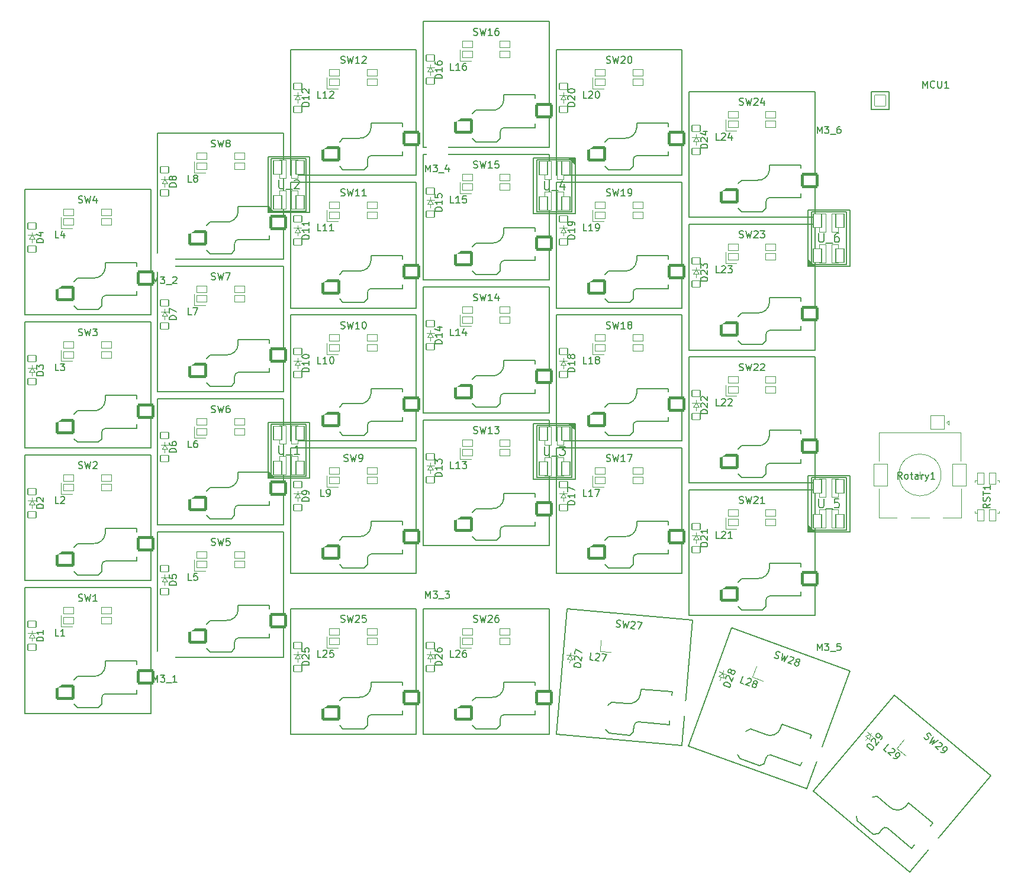
<source format=gbr>
%TF.GenerationSoftware,KiCad,Pcbnew,8.0.4*%
%TF.CreationDate,2024-11-04T19:06:09-07:00*%
%TF.ProjectId,boost58,626f6f73-7435-4382-9e6b-696361645f70,0.1*%
%TF.SameCoordinates,Original*%
%TF.FileFunction,Legend,Top*%
%TF.FilePolarity,Positive*%
%FSLAX46Y46*%
G04 Gerber Fmt 4.6, Leading zero omitted, Abs format (unit mm)*
G04 Created by KiCad (PCBNEW 8.0.4) date 2024-11-04 19:06:09*
%MOMM*%
%LPD*%
G01*
G04 APERTURE LIST*
G04 Aperture macros list*
%AMRoundRect*
0 Rectangle with rounded corners*
0 $1 Rounding radius*
0 $2 $3 $4 $5 $6 $7 $8 $9 X,Y pos of 4 corners*
0 Add a 4 corners polygon primitive as box body*
4,1,4,$2,$3,$4,$5,$6,$7,$8,$9,$2,$3,0*
0 Add four circle primitives for the rounded corners*
1,1,$1+$1,$2,$3*
1,1,$1+$1,$4,$5*
1,1,$1+$1,$6,$7*
1,1,$1+$1,$8,$9*
0 Add four rect primitives between the rounded corners*
20,1,$1+$1,$2,$3,$4,$5,0*
20,1,$1+$1,$4,$5,$6,$7,0*
20,1,$1+$1,$6,$7,$8,$9,0*
20,1,$1+$1,$8,$9,$2,$3,0*%
%AMFreePoly0*
4,1,14,0.635355,0.435355,0.650000,0.400000,0.650000,0.200000,0.635355,0.164645,0.035355,-0.435355,0.000000,-0.450000,-0.035355,-0.435355,-0.635355,0.164645,-0.650000,0.200000,-0.650000,0.400000,-0.635355,0.435355,-0.600000,0.450000,0.600000,0.450000,0.635355,0.435355,0.635355,0.435355,$1*%
%AMFreePoly1*
4,1,16,0.635355,1.035355,0.650000,1.000000,0.650000,-0.250000,0.635355,-0.285355,0.600000,-0.300000,-0.600000,-0.300000,-0.635355,-0.285355,-0.650000,-0.250000,-0.650000,1.000000,-0.635355,1.035355,-0.600000,1.050000,-0.564645,1.035355,0.000000,0.470710,0.564645,1.035355,0.600000,1.050000,0.635355,1.035355,0.635355,1.035355,$1*%
G04 Aperture macros list end*
%ADD10C,0.150000*%
%ADD11C,0.100000*%
%ADD12C,0.120000*%
%ADD13C,0.250000*%
%ADD14C,3.300000*%
%ADD15RoundRect,0.050000X0.500000X-1.300000X0.500000X1.300000X-0.500000X1.300000X-0.500000X-1.300000X0*%
%ADD16RoundRect,0.050000X0.600000X-1.000000X0.600000X1.000000X-0.600000X1.000000X-0.600000X-1.000000X0*%
%ADD17RoundRect,0.050000X-1.000000X1.600000X-1.000000X-1.600000X1.000000X-1.600000X1.000000X1.600000X0*%
%ADD18C,1.600000*%
%ADD19RoundRect,0.050000X-1.000000X1.000000X-1.000000X-1.000000X1.000000X-1.000000X1.000000X1.000000X0*%
%ADD20C,2.100000*%
%ADD21RoundRect,0.050000X0.500000X-0.775000X0.500000X0.775000X-0.500000X0.775000X-0.500000X-0.775000X0*%
%ADD22O,2.300000X1.700000*%
%ADD23RoundRect,0.050000X-0.500000X1.300000X-0.500000X-1.300000X0.500000X-1.300000X0.500000X1.300000X0*%
%ADD24RoundRect,0.050000X-0.600000X1.000000X-0.600000X-1.000000X0.600000X-1.000000X0.600000X1.000000X0*%
%ADD25C,1.700000*%
%ADD26FreePoly0,270.000000*%
%ADD27FreePoly0,90.000000*%
%ADD28RoundRect,0.050000X-0.800000X0.800000X-0.800000X-0.800000X0.800000X-0.800000X0.800000X0.800000X0*%
%ADD29FreePoly1,270.000000*%
%ADD30FreePoly1,90.000000*%
%ADD31RoundRect,0.215000X1.085000X0.860000X-1.085000X0.860000X-1.085000X-0.860000X1.085000X-0.860000X0*%
%ADD32C,2.300000*%
%ADD33C,2.000000*%
%ADD34C,3.400000*%
%ADD35C,5.400000*%
%ADD36RoundRect,0.225000X1.150000X0.900000X-1.150000X0.900000X-1.150000X-0.900000X1.150000X-0.900000X0*%
%ADD37RoundRect,0.050000X-0.170372X0.730393X-0.748881X0.040953X0.170372X-0.730393X0.748881X-0.040953X0*%
%ADD38RoundRect,0.050000X-0.700000X-0.500000X0.700000X-0.500000X0.700000X0.500000X-0.700000X0.500000X0*%
%ADD39RoundRect,0.050000X-0.600000X0.450000X-0.600000X-0.450000X0.600000X-0.450000X0.600000X0.450000X0*%
%ADD40RoundRect,0.050000X-0.558497X0.500581X-0.636937X-0.395994X0.558497X-0.500581X0.636937X0.395994X0*%
%ADD41RoundRect,0.050000X-0.857625X0.066929X0.214837X-0.832974X0.857625X-0.066929X-0.214837X0.832974X0*%
%ADD42RoundRect,0.215000X1.383956X-0.038626X-0.278361X1.356223X-1.383956X0.038626X0.278361X-1.356223X0*%
%ADD43RoundRect,0.225000X1.459460X-0.049766X-0.302442X1.428646X-1.459460X0.049766X0.302442X-1.428646X0*%
%ADD44RoundRect,0.050000X-0.740914X-0.437088X0.653758X-0.559106X0.740914X0.437088X-0.653758X0.559106X0*%
%ADD45RoundRect,0.050000X-0.828795X-0.230432X0.486775X-0.709260X0.828795X0.230432X-0.486775X0.709260X0*%
%ADD46RoundRect,0.215000X1.313704X0.437044X-0.725429X1.179228X-1.313704X-0.437044X0.725429X-1.179228X0*%
%ADD47RoundRect,0.225000X1.388465X0.452400X-0.772828X1.239047X-1.388465X-0.452400X0.772828X-1.239047X0*%
%ADD48RoundRect,0.050000X-0.409907X0.628074X-0.717725X-0.217650X0.409907X-0.628074X0.717725X0.217650X0*%
%ADD49RoundRect,0.215000X1.155825X0.762163X-1.005917X0.951291X-1.155825X-0.762163X1.005917X-0.951291X0*%
%ADD50RoundRect,0.225000X1.224064X0.796346X-1.067184X0.996804X-1.224064X-0.796346X1.067184X-0.996804X0*%
G04 APERTURE END LIST*
D10*
X31000000Y-111000000D02*
X31000000Y-129000000D01*
X88000000Y-68000000D02*
X88000000Y-86000000D01*
X106000000Y-114000000D02*
X88000000Y-114000000D01*
X88000000Y-114000000D02*
X88000000Y-132000000D01*
X126500308Y-115637299D02*
X108568803Y-114068495D01*
X169140836Y-137935719D02*
X155352036Y-126365542D01*
X126000000Y-77000000D02*
X144000000Y-77000000D01*
X88000000Y-105000000D02*
X106000000Y-105000000D01*
X31000000Y-73000000D02*
X31000000Y-91000000D01*
X87000000Y-91000000D02*
X69000000Y-91000000D01*
X144000000Y-96000000D02*
X144000000Y-78000000D01*
X68000000Y-102000000D02*
X68000000Y-84000000D01*
X69000000Y-52000000D02*
X87000000Y-52000000D01*
X106000000Y-67000000D02*
X106000000Y-49000000D01*
X87000000Y-52000000D02*
X87000000Y-34000000D01*
X87000000Y-132000000D02*
X87000000Y-114000000D01*
X126000000Y-115000000D02*
X144000000Y-115000000D01*
X88000000Y-48000000D02*
X106000000Y-48000000D01*
X88000000Y-49000000D02*
X88000000Y-67000000D01*
X126000000Y-97000000D02*
X126000000Y-115000000D01*
X31000000Y-110000000D02*
X49000000Y-110000000D01*
X49000000Y-129000000D02*
X49000000Y-111000000D01*
X144000000Y-78000000D02*
X126000000Y-78000000D01*
X49000000Y-92000000D02*
X31000000Y-92000000D01*
X88000000Y-30000000D02*
X88000000Y-48000000D01*
X107000000Y-132000000D02*
X124931505Y-133568803D01*
X88000000Y-132000000D02*
X106000000Y-132000000D01*
X126000000Y-58000000D02*
X144000000Y-58000000D01*
X106000000Y-86000000D02*
X106000000Y-68000000D01*
X88000000Y-87000000D02*
X88000000Y-105000000D01*
X87000000Y-53000000D02*
X69000000Y-53000000D01*
X125000000Y-34000000D02*
X107000000Y-34000000D01*
X125000000Y-91000000D02*
X107000000Y-91000000D01*
X69000000Y-90000000D02*
X87000000Y-90000000D01*
X88000000Y-67000000D02*
X106000000Y-67000000D01*
X50000000Y-102000000D02*
X68000000Y-102000000D01*
X50000000Y-121000000D02*
X68000000Y-121000000D01*
X49000000Y-73000000D02*
X31000000Y-73000000D01*
X69000000Y-34000000D02*
X69000000Y-52000000D01*
X68000000Y-65000000D02*
X50000000Y-65000000D01*
X143781859Y-140154342D02*
X157570659Y-151724519D01*
X49000000Y-111000000D02*
X31000000Y-111000000D01*
X49000000Y-91000000D02*
X49000000Y-73000000D01*
X50000000Y-103000000D02*
X50000000Y-121000000D01*
X49000000Y-72000000D02*
X49000000Y-54000000D01*
X107000000Y-53000000D02*
X107000000Y-71000000D01*
X144000000Y-40000000D02*
X126000000Y-40000000D01*
X49000000Y-110000000D02*
X49000000Y-92000000D01*
X87000000Y-34000000D02*
X69000000Y-34000000D01*
X125927699Y-133655959D02*
X142842166Y-139812322D01*
X132084062Y-116741492D02*
X125927699Y-133655959D01*
X50000000Y-46000000D02*
X50000000Y-64000000D01*
X87000000Y-114000000D02*
X69000000Y-114000000D01*
X125000000Y-90000000D02*
X125000000Y-72000000D01*
X148998529Y-122897854D02*
X132084062Y-116741492D01*
X107000000Y-91000000D02*
X107000000Y-109000000D01*
X68000000Y-46000000D02*
X50000000Y-46000000D01*
X144000000Y-77000000D02*
X144000000Y-59000000D01*
X31000000Y-91000000D02*
X49000000Y-91000000D01*
X87000000Y-71000000D02*
X87000000Y-53000000D01*
X87000000Y-90000000D02*
X87000000Y-72000000D01*
X107000000Y-72000000D02*
X107000000Y-90000000D01*
X124931505Y-133568803D02*
X126500308Y-115637299D01*
X68000000Y-83000000D02*
X68000000Y-65000000D01*
X107000000Y-34000000D02*
X107000000Y-52000000D01*
X69000000Y-53000000D02*
X69000000Y-71000000D01*
X108568803Y-114068495D02*
X107000000Y-132000000D01*
X107000000Y-109000000D02*
X125000000Y-109000000D01*
X87000000Y-109000000D02*
X87000000Y-91000000D01*
X144000000Y-58000000D02*
X144000000Y-40000000D01*
X68000000Y-64000000D02*
X68000000Y-46000000D01*
X50000000Y-84000000D02*
X50000000Y-102000000D01*
X106000000Y-68000000D02*
X88000000Y-68000000D01*
X31000000Y-92000000D02*
X31000000Y-110000000D01*
X69000000Y-114000000D02*
X69000000Y-132000000D01*
X106000000Y-30000000D02*
X88000000Y-30000000D01*
X157570659Y-151724519D02*
X169140836Y-137935719D01*
X31000000Y-129000000D02*
X49000000Y-129000000D01*
X126000000Y-96000000D02*
X144000000Y-96000000D01*
X125000000Y-71000000D02*
X125000000Y-53000000D01*
X88000000Y-86000000D02*
X106000000Y-86000000D01*
X107000000Y-52000000D02*
X125000000Y-52000000D01*
X50000000Y-64000000D02*
X68000000Y-64000000D01*
X126000000Y-78000000D02*
X126000000Y-96000000D01*
X49000000Y-54000000D02*
X31000000Y-54000000D01*
X31000000Y-72000000D02*
X49000000Y-72000000D01*
X125000000Y-53000000D02*
X107000000Y-53000000D01*
X144000000Y-115000000D02*
X144000000Y-97000000D01*
X125000000Y-72000000D02*
X107000000Y-72000000D01*
X50000000Y-65000000D02*
X50000000Y-83000000D01*
X69000000Y-72000000D02*
X69000000Y-90000000D01*
X125000000Y-52000000D02*
X125000000Y-34000000D01*
X126000000Y-59000000D02*
X126000000Y-77000000D01*
X31000000Y-54000000D02*
X31000000Y-72000000D01*
X107000000Y-71000000D02*
X125000000Y-71000000D01*
X50000000Y-83000000D02*
X68000000Y-83000000D01*
X106000000Y-49000000D02*
X88000000Y-49000000D01*
X106000000Y-48000000D02*
X106000000Y-30000000D01*
X69000000Y-109000000D02*
X87000000Y-109000000D01*
X106000000Y-132000000D02*
X106000000Y-114000000D01*
X87000000Y-72000000D02*
X69000000Y-72000000D01*
X125000000Y-109000000D02*
X125000000Y-91000000D01*
X68000000Y-121000000D02*
X68000000Y-103000000D01*
X69000000Y-132000000D02*
X87000000Y-132000000D01*
X155352036Y-126365542D02*
X143781859Y-140154342D01*
X68000000Y-103000000D02*
X50000000Y-103000000D01*
X144000000Y-59000000D02*
X126000000Y-59000000D01*
X68000000Y-84000000D02*
X50000000Y-84000000D01*
X107000000Y-90000000D02*
X125000000Y-90000000D01*
X106000000Y-105000000D02*
X106000000Y-87000000D01*
X69000000Y-71000000D02*
X87000000Y-71000000D01*
X126000000Y-40000000D02*
X126000000Y-58000000D01*
X144000000Y-97000000D02*
X126000000Y-97000000D01*
X142842166Y-139812322D02*
X148998529Y-122897854D01*
X69000000Y-91000000D02*
X69000000Y-109000000D01*
X106000000Y-87000000D02*
X88000000Y-87000000D01*
X88333333Y-51504819D02*
X88333333Y-50504819D01*
X88333333Y-50504819D02*
X88666666Y-51219104D01*
X88666666Y-51219104D02*
X88999999Y-50504819D01*
X88999999Y-50504819D02*
X88999999Y-51504819D01*
X89380952Y-50504819D02*
X89999999Y-50504819D01*
X89999999Y-50504819D02*
X89666666Y-50885771D01*
X89666666Y-50885771D02*
X89809523Y-50885771D01*
X89809523Y-50885771D02*
X89904761Y-50933390D01*
X89904761Y-50933390D02*
X89952380Y-50981009D01*
X89952380Y-50981009D02*
X89999999Y-51076247D01*
X89999999Y-51076247D02*
X89999999Y-51314342D01*
X89999999Y-51314342D02*
X89952380Y-51409580D01*
X89952380Y-51409580D02*
X89904761Y-51457200D01*
X89904761Y-51457200D02*
X89809523Y-51504819D01*
X89809523Y-51504819D02*
X89523809Y-51504819D01*
X89523809Y-51504819D02*
X89428571Y-51457200D01*
X89428571Y-51457200D02*
X89380952Y-51409580D01*
X90190476Y-51600057D02*
X90952380Y-51600057D01*
X91619047Y-50838152D02*
X91619047Y-51504819D01*
X91380952Y-50457200D02*
X91142857Y-51171485D01*
X91142857Y-51171485D02*
X91761904Y-51171485D01*
X105298571Y-90809726D02*
X105298571Y-91837821D01*
X105298571Y-91837821D02*
X105359048Y-91958773D01*
X105359048Y-91958773D02*
X105419524Y-92019250D01*
X105419524Y-92019250D02*
X105540476Y-92079726D01*
X105540476Y-92079726D02*
X105782381Y-92079726D01*
X105782381Y-92079726D02*
X105903333Y-92019250D01*
X105903333Y-92019250D02*
X105963810Y-91958773D01*
X105963810Y-91958773D02*
X106024286Y-91837821D01*
X106024286Y-91837821D02*
X106024286Y-90809726D01*
X106326667Y-92200678D02*
X107294286Y-92200678D01*
X107475714Y-90809726D02*
X108261905Y-90809726D01*
X108261905Y-90809726D02*
X107838571Y-91293535D01*
X107838571Y-91293535D02*
X108020000Y-91293535D01*
X108020000Y-91293535D02*
X108140952Y-91354011D01*
X108140952Y-91354011D02*
X108201428Y-91414488D01*
X108201428Y-91414488D02*
X108261905Y-91535440D01*
X108261905Y-91535440D02*
X108261905Y-91837821D01*
X108261905Y-91837821D02*
X108201428Y-91958773D01*
X108201428Y-91958773D02*
X108140952Y-92019250D01*
X108140952Y-92019250D02*
X108020000Y-92079726D01*
X108020000Y-92079726D02*
X107657143Y-92079726D01*
X107657143Y-92079726D02*
X107536190Y-92019250D01*
X107536190Y-92019250D02*
X107475714Y-91958773D01*
X156452380Y-95454819D02*
X156119047Y-94978628D01*
X155880952Y-95454819D02*
X155880952Y-94454819D01*
X155880952Y-94454819D02*
X156261904Y-94454819D01*
X156261904Y-94454819D02*
X156357142Y-94502438D01*
X156357142Y-94502438D02*
X156404761Y-94550057D01*
X156404761Y-94550057D02*
X156452380Y-94645295D01*
X156452380Y-94645295D02*
X156452380Y-94788152D01*
X156452380Y-94788152D02*
X156404761Y-94883390D01*
X156404761Y-94883390D02*
X156357142Y-94931009D01*
X156357142Y-94931009D02*
X156261904Y-94978628D01*
X156261904Y-94978628D02*
X155880952Y-94978628D01*
X157023809Y-95454819D02*
X156928571Y-95407200D01*
X156928571Y-95407200D02*
X156880952Y-95359580D01*
X156880952Y-95359580D02*
X156833333Y-95264342D01*
X156833333Y-95264342D02*
X156833333Y-94978628D01*
X156833333Y-94978628D02*
X156880952Y-94883390D01*
X156880952Y-94883390D02*
X156928571Y-94835771D01*
X156928571Y-94835771D02*
X157023809Y-94788152D01*
X157023809Y-94788152D02*
X157166666Y-94788152D01*
X157166666Y-94788152D02*
X157261904Y-94835771D01*
X157261904Y-94835771D02*
X157309523Y-94883390D01*
X157309523Y-94883390D02*
X157357142Y-94978628D01*
X157357142Y-94978628D02*
X157357142Y-95264342D01*
X157357142Y-95264342D02*
X157309523Y-95359580D01*
X157309523Y-95359580D02*
X157261904Y-95407200D01*
X157261904Y-95407200D02*
X157166666Y-95454819D01*
X157166666Y-95454819D02*
X157023809Y-95454819D01*
X157642857Y-94788152D02*
X158023809Y-94788152D01*
X157785714Y-94454819D02*
X157785714Y-95311961D01*
X157785714Y-95311961D02*
X157833333Y-95407200D01*
X157833333Y-95407200D02*
X157928571Y-95454819D01*
X157928571Y-95454819D02*
X158023809Y-95454819D01*
X158785714Y-95454819D02*
X158785714Y-94931009D01*
X158785714Y-94931009D02*
X158738095Y-94835771D01*
X158738095Y-94835771D02*
X158642857Y-94788152D01*
X158642857Y-94788152D02*
X158452381Y-94788152D01*
X158452381Y-94788152D02*
X158357143Y-94835771D01*
X158785714Y-95407200D02*
X158690476Y-95454819D01*
X158690476Y-95454819D02*
X158452381Y-95454819D01*
X158452381Y-95454819D02*
X158357143Y-95407200D01*
X158357143Y-95407200D02*
X158309524Y-95311961D01*
X158309524Y-95311961D02*
X158309524Y-95216723D01*
X158309524Y-95216723D02*
X158357143Y-95121485D01*
X158357143Y-95121485D02*
X158452381Y-95073866D01*
X158452381Y-95073866D02*
X158690476Y-95073866D01*
X158690476Y-95073866D02*
X158785714Y-95026247D01*
X159261905Y-95454819D02*
X159261905Y-94788152D01*
X159261905Y-94978628D02*
X159309524Y-94883390D01*
X159309524Y-94883390D02*
X159357143Y-94835771D01*
X159357143Y-94835771D02*
X159452381Y-94788152D01*
X159452381Y-94788152D02*
X159547619Y-94788152D01*
X159785715Y-94788152D02*
X160023810Y-95454819D01*
X160261905Y-94788152D02*
X160023810Y-95454819D01*
X160023810Y-95454819D02*
X159928572Y-95692914D01*
X159928572Y-95692914D02*
X159880953Y-95740533D01*
X159880953Y-95740533D02*
X159785715Y-95788152D01*
X161166667Y-95454819D02*
X160595239Y-95454819D01*
X160880953Y-95454819D02*
X160880953Y-94454819D01*
X160880953Y-94454819D02*
X160785715Y-94597676D01*
X160785715Y-94597676D02*
X160690477Y-94692914D01*
X160690477Y-94692914D02*
X160595239Y-94740533D01*
X169054819Y-99023809D02*
X168578628Y-99357142D01*
X169054819Y-99595237D02*
X168054819Y-99595237D01*
X168054819Y-99595237D02*
X168054819Y-99214285D01*
X168054819Y-99214285D02*
X168102438Y-99119047D01*
X168102438Y-99119047D02*
X168150057Y-99071428D01*
X168150057Y-99071428D02*
X168245295Y-99023809D01*
X168245295Y-99023809D02*
X168388152Y-99023809D01*
X168388152Y-99023809D02*
X168483390Y-99071428D01*
X168483390Y-99071428D02*
X168531009Y-99119047D01*
X168531009Y-99119047D02*
X168578628Y-99214285D01*
X168578628Y-99214285D02*
X168578628Y-99595237D01*
X169007200Y-98642856D02*
X169054819Y-98499999D01*
X169054819Y-98499999D02*
X169054819Y-98261904D01*
X169054819Y-98261904D02*
X169007200Y-98166666D01*
X169007200Y-98166666D02*
X168959580Y-98119047D01*
X168959580Y-98119047D02*
X168864342Y-98071428D01*
X168864342Y-98071428D02*
X168769104Y-98071428D01*
X168769104Y-98071428D02*
X168673866Y-98119047D01*
X168673866Y-98119047D02*
X168626247Y-98166666D01*
X168626247Y-98166666D02*
X168578628Y-98261904D01*
X168578628Y-98261904D02*
X168531009Y-98452380D01*
X168531009Y-98452380D02*
X168483390Y-98547618D01*
X168483390Y-98547618D02*
X168435771Y-98595237D01*
X168435771Y-98595237D02*
X168340533Y-98642856D01*
X168340533Y-98642856D02*
X168245295Y-98642856D01*
X168245295Y-98642856D02*
X168150057Y-98595237D01*
X168150057Y-98595237D02*
X168102438Y-98547618D01*
X168102438Y-98547618D02*
X168054819Y-98452380D01*
X168054819Y-98452380D02*
X168054819Y-98214285D01*
X168054819Y-98214285D02*
X168102438Y-98071428D01*
X168054819Y-97785713D02*
X168054819Y-97214285D01*
X169054819Y-97499999D02*
X168054819Y-97499999D01*
X169054819Y-96357142D02*
X169054819Y-96928570D01*
X169054819Y-96642856D02*
X168054819Y-96642856D01*
X168054819Y-96642856D02*
X168197676Y-96738094D01*
X168197676Y-96738094D02*
X168292914Y-96833332D01*
X168292914Y-96833332D02*
X168340533Y-96928570D01*
X49333333Y-67504819D02*
X49333333Y-66504819D01*
X49333333Y-66504819D02*
X49666666Y-67219104D01*
X49666666Y-67219104D02*
X49999999Y-66504819D01*
X49999999Y-66504819D02*
X49999999Y-67504819D01*
X50380952Y-66504819D02*
X50999999Y-66504819D01*
X50999999Y-66504819D02*
X50666666Y-66885771D01*
X50666666Y-66885771D02*
X50809523Y-66885771D01*
X50809523Y-66885771D02*
X50904761Y-66933390D01*
X50904761Y-66933390D02*
X50952380Y-66981009D01*
X50952380Y-66981009D02*
X50999999Y-67076247D01*
X50999999Y-67076247D02*
X50999999Y-67314342D01*
X50999999Y-67314342D02*
X50952380Y-67409580D01*
X50952380Y-67409580D02*
X50904761Y-67457200D01*
X50904761Y-67457200D02*
X50809523Y-67504819D01*
X50809523Y-67504819D02*
X50523809Y-67504819D01*
X50523809Y-67504819D02*
X50428571Y-67457200D01*
X50428571Y-67457200D02*
X50380952Y-67409580D01*
X51190476Y-67600057D02*
X51952380Y-67600057D01*
X52142857Y-66600057D02*
X52190476Y-66552438D01*
X52190476Y-66552438D02*
X52285714Y-66504819D01*
X52285714Y-66504819D02*
X52523809Y-66504819D01*
X52523809Y-66504819D02*
X52619047Y-66552438D01*
X52619047Y-66552438D02*
X52666666Y-66600057D01*
X52666666Y-66600057D02*
X52714285Y-66695295D01*
X52714285Y-66695295D02*
X52714285Y-66790533D01*
X52714285Y-66790533D02*
X52666666Y-66933390D01*
X52666666Y-66933390D02*
X52095238Y-67504819D01*
X52095238Y-67504819D02*
X52714285Y-67504819D01*
X105298571Y-52809726D02*
X105298571Y-53837821D01*
X105298571Y-53837821D02*
X105359048Y-53958773D01*
X105359048Y-53958773D02*
X105419524Y-54019250D01*
X105419524Y-54019250D02*
X105540476Y-54079726D01*
X105540476Y-54079726D02*
X105782381Y-54079726D01*
X105782381Y-54079726D02*
X105903333Y-54019250D01*
X105903333Y-54019250D02*
X105963810Y-53958773D01*
X105963810Y-53958773D02*
X106024286Y-53837821D01*
X106024286Y-53837821D02*
X106024286Y-52809726D01*
X106326667Y-54200678D02*
X107294286Y-54200678D01*
X108140952Y-53233059D02*
X108140952Y-54079726D01*
X107838571Y-52749250D02*
X107536190Y-53656392D01*
X107536190Y-53656392D02*
X108322381Y-53656392D01*
X88333333Y-112504819D02*
X88333333Y-111504819D01*
X88333333Y-111504819D02*
X88666666Y-112219104D01*
X88666666Y-112219104D02*
X88999999Y-111504819D01*
X88999999Y-111504819D02*
X88999999Y-112504819D01*
X89380952Y-111504819D02*
X89999999Y-111504819D01*
X89999999Y-111504819D02*
X89666666Y-111885771D01*
X89666666Y-111885771D02*
X89809523Y-111885771D01*
X89809523Y-111885771D02*
X89904761Y-111933390D01*
X89904761Y-111933390D02*
X89952380Y-111981009D01*
X89952380Y-111981009D02*
X89999999Y-112076247D01*
X89999999Y-112076247D02*
X89999999Y-112314342D01*
X89999999Y-112314342D02*
X89952380Y-112409580D01*
X89952380Y-112409580D02*
X89904761Y-112457200D01*
X89904761Y-112457200D02*
X89809523Y-112504819D01*
X89809523Y-112504819D02*
X89523809Y-112504819D01*
X89523809Y-112504819D02*
X89428571Y-112457200D01*
X89428571Y-112457200D02*
X89380952Y-112409580D01*
X90190476Y-112600057D02*
X90952380Y-112600057D01*
X91095238Y-111504819D02*
X91714285Y-111504819D01*
X91714285Y-111504819D02*
X91380952Y-111885771D01*
X91380952Y-111885771D02*
X91523809Y-111885771D01*
X91523809Y-111885771D02*
X91619047Y-111933390D01*
X91619047Y-111933390D02*
X91666666Y-111981009D01*
X91666666Y-111981009D02*
X91714285Y-112076247D01*
X91714285Y-112076247D02*
X91714285Y-112314342D01*
X91714285Y-112314342D02*
X91666666Y-112409580D01*
X91666666Y-112409580D02*
X91619047Y-112457200D01*
X91619047Y-112457200D02*
X91523809Y-112504819D01*
X91523809Y-112504819D02*
X91238095Y-112504819D01*
X91238095Y-112504819D02*
X91142857Y-112457200D01*
X91142857Y-112457200D02*
X91095238Y-112409580D01*
X144548571Y-60309726D02*
X144548571Y-61337821D01*
X144548571Y-61337821D02*
X144609048Y-61458773D01*
X144609048Y-61458773D02*
X144669524Y-61519250D01*
X144669524Y-61519250D02*
X144790476Y-61579726D01*
X144790476Y-61579726D02*
X145032381Y-61579726D01*
X145032381Y-61579726D02*
X145153333Y-61519250D01*
X145153333Y-61519250D02*
X145213810Y-61458773D01*
X145213810Y-61458773D02*
X145274286Y-61337821D01*
X145274286Y-61337821D02*
X145274286Y-60309726D01*
X145576667Y-61700678D02*
X146544286Y-61700678D01*
X147390952Y-60309726D02*
X147149047Y-60309726D01*
X147149047Y-60309726D02*
X147028095Y-60370202D01*
X147028095Y-60370202D02*
X146967619Y-60430678D01*
X146967619Y-60430678D02*
X146846666Y-60612107D01*
X146846666Y-60612107D02*
X146786190Y-60854011D01*
X146786190Y-60854011D02*
X146786190Y-61337821D01*
X146786190Y-61337821D02*
X146846666Y-61458773D01*
X146846666Y-61458773D02*
X146907143Y-61519250D01*
X146907143Y-61519250D02*
X147028095Y-61579726D01*
X147028095Y-61579726D02*
X147270000Y-61579726D01*
X147270000Y-61579726D02*
X147390952Y-61519250D01*
X147390952Y-61519250D02*
X147451428Y-61458773D01*
X147451428Y-61458773D02*
X147511905Y-61337821D01*
X147511905Y-61337821D02*
X147511905Y-61035440D01*
X147511905Y-61035440D02*
X147451428Y-60914488D01*
X147451428Y-60914488D02*
X147390952Y-60854011D01*
X147390952Y-60854011D02*
X147270000Y-60793535D01*
X147270000Y-60793535D02*
X147028095Y-60793535D01*
X147028095Y-60793535D02*
X146907143Y-60854011D01*
X146907143Y-60854011D02*
X146846666Y-60914488D01*
X146846666Y-60914488D02*
X146786190Y-61035440D01*
X159408667Y-39488819D02*
X159408667Y-38488819D01*
X159408667Y-38488819D02*
X159742000Y-39203104D01*
X159742000Y-39203104D02*
X160075333Y-38488819D01*
X160075333Y-38488819D02*
X160075333Y-39488819D01*
X161122952Y-39393580D02*
X161075333Y-39441200D01*
X161075333Y-39441200D02*
X160932476Y-39488819D01*
X160932476Y-39488819D02*
X160837238Y-39488819D01*
X160837238Y-39488819D02*
X160694381Y-39441200D01*
X160694381Y-39441200D02*
X160599143Y-39345961D01*
X160599143Y-39345961D02*
X160551524Y-39250723D01*
X160551524Y-39250723D02*
X160503905Y-39060247D01*
X160503905Y-39060247D02*
X160503905Y-38917390D01*
X160503905Y-38917390D02*
X160551524Y-38726914D01*
X160551524Y-38726914D02*
X160599143Y-38631676D01*
X160599143Y-38631676D02*
X160694381Y-38536438D01*
X160694381Y-38536438D02*
X160837238Y-38488819D01*
X160837238Y-38488819D02*
X160932476Y-38488819D01*
X160932476Y-38488819D02*
X161075333Y-38536438D01*
X161075333Y-38536438D02*
X161122952Y-38584057D01*
X161551524Y-38488819D02*
X161551524Y-39298342D01*
X161551524Y-39298342D02*
X161599143Y-39393580D01*
X161599143Y-39393580D02*
X161646762Y-39441200D01*
X161646762Y-39441200D02*
X161742000Y-39488819D01*
X161742000Y-39488819D02*
X161932476Y-39488819D01*
X161932476Y-39488819D02*
X162027714Y-39441200D01*
X162027714Y-39441200D02*
X162075333Y-39393580D01*
X162075333Y-39393580D02*
X162122952Y-39298342D01*
X162122952Y-39298342D02*
X162122952Y-38488819D01*
X163122952Y-39488819D02*
X162551524Y-39488819D01*
X162837238Y-39488819D02*
X162837238Y-38488819D01*
X162837238Y-38488819D02*
X162742000Y-38631676D01*
X162742000Y-38631676D02*
X162646762Y-38726914D01*
X162646762Y-38726914D02*
X162551524Y-38774533D01*
X144548571Y-98309726D02*
X144548571Y-99337821D01*
X144548571Y-99337821D02*
X144609048Y-99458773D01*
X144609048Y-99458773D02*
X144669524Y-99519250D01*
X144669524Y-99519250D02*
X144790476Y-99579726D01*
X144790476Y-99579726D02*
X145032381Y-99579726D01*
X145032381Y-99579726D02*
X145153333Y-99519250D01*
X145153333Y-99519250D02*
X145213810Y-99458773D01*
X145213810Y-99458773D02*
X145274286Y-99337821D01*
X145274286Y-99337821D02*
X145274286Y-98309726D01*
X145576667Y-99700678D02*
X146544286Y-99700678D01*
X147451428Y-98309726D02*
X146846666Y-98309726D01*
X146846666Y-98309726D02*
X146786190Y-98914488D01*
X146786190Y-98914488D02*
X146846666Y-98854011D01*
X146846666Y-98854011D02*
X146967619Y-98793535D01*
X146967619Y-98793535D02*
X147270000Y-98793535D01*
X147270000Y-98793535D02*
X147390952Y-98854011D01*
X147390952Y-98854011D02*
X147451428Y-98914488D01*
X147451428Y-98914488D02*
X147511905Y-99035440D01*
X147511905Y-99035440D02*
X147511905Y-99337821D01*
X147511905Y-99337821D02*
X147451428Y-99458773D01*
X147451428Y-99458773D02*
X147390952Y-99519250D01*
X147390952Y-99519250D02*
X147270000Y-99579726D01*
X147270000Y-99579726D02*
X146967619Y-99579726D01*
X146967619Y-99579726D02*
X146846666Y-99519250D01*
X146846666Y-99519250D02*
X146786190Y-99458773D01*
X49333333Y-124504819D02*
X49333333Y-123504819D01*
X49333333Y-123504819D02*
X49666666Y-124219104D01*
X49666666Y-124219104D02*
X49999999Y-123504819D01*
X49999999Y-123504819D02*
X49999999Y-124504819D01*
X50380952Y-123504819D02*
X50999999Y-123504819D01*
X50999999Y-123504819D02*
X50666666Y-123885771D01*
X50666666Y-123885771D02*
X50809523Y-123885771D01*
X50809523Y-123885771D02*
X50904761Y-123933390D01*
X50904761Y-123933390D02*
X50952380Y-123981009D01*
X50952380Y-123981009D02*
X50999999Y-124076247D01*
X50999999Y-124076247D02*
X50999999Y-124314342D01*
X50999999Y-124314342D02*
X50952380Y-124409580D01*
X50952380Y-124409580D02*
X50904761Y-124457200D01*
X50904761Y-124457200D02*
X50809523Y-124504819D01*
X50809523Y-124504819D02*
X50523809Y-124504819D01*
X50523809Y-124504819D02*
X50428571Y-124457200D01*
X50428571Y-124457200D02*
X50380952Y-124409580D01*
X51190476Y-124600057D02*
X51952380Y-124600057D01*
X52714285Y-124504819D02*
X52142857Y-124504819D01*
X52428571Y-124504819D02*
X52428571Y-123504819D01*
X52428571Y-123504819D02*
X52333333Y-123647676D01*
X52333333Y-123647676D02*
X52238095Y-123742914D01*
X52238095Y-123742914D02*
X52142857Y-123790533D01*
X67298571Y-90659726D02*
X67298571Y-91687821D01*
X67298571Y-91687821D02*
X67359048Y-91808773D01*
X67359048Y-91808773D02*
X67419524Y-91869250D01*
X67419524Y-91869250D02*
X67540476Y-91929726D01*
X67540476Y-91929726D02*
X67782381Y-91929726D01*
X67782381Y-91929726D02*
X67903333Y-91869250D01*
X67903333Y-91869250D02*
X67963810Y-91808773D01*
X67963810Y-91808773D02*
X68024286Y-91687821D01*
X68024286Y-91687821D02*
X68024286Y-90659726D01*
X68326667Y-92050678D02*
X69294286Y-92050678D01*
X70261905Y-91929726D02*
X69536190Y-91929726D01*
X69899047Y-91929726D02*
X69899047Y-90659726D01*
X69899047Y-90659726D02*
X69778095Y-90841154D01*
X69778095Y-90841154D02*
X69657143Y-90962107D01*
X69657143Y-90962107D02*
X69536190Y-91022583D01*
X144333333Y-120004819D02*
X144333333Y-119004819D01*
X144333333Y-119004819D02*
X144666666Y-119719104D01*
X144666666Y-119719104D02*
X144999999Y-119004819D01*
X144999999Y-119004819D02*
X144999999Y-120004819D01*
X145380952Y-119004819D02*
X145999999Y-119004819D01*
X145999999Y-119004819D02*
X145666666Y-119385771D01*
X145666666Y-119385771D02*
X145809523Y-119385771D01*
X145809523Y-119385771D02*
X145904761Y-119433390D01*
X145904761Y-119433390D02*
X145952380Y-119481009D01*
X145952380Y-119481009D02*
X145999999Y-119576247D01*
X145999999Y-119576247D02*
X145999999Y-119814342D01*
X145999999Y-119814342D02*
X145952380Y-119909580D01*
X145952380Y-119909580D02*
X145904761Y-119957200D01*
X145904761Y-119957200D02*
X145809523Y-120004819D01*
X145809523Y-120004819D02*
X145523809Y-120004819D01*
X145523809Y-120004819D02*
X145428571Y-119957200D01*
X145428571Y-119957200D02*
X145380952Y-119909580D01*
X146190476Y-120100057D02*
X146952380Y-120100057D01*
X147666666Y-119004819D02*
X147190476Y-119004819D01*
X147190476Y-119004819D02*
X147142857Y-119481009D01*
X147142857Y-119481009D02*
X147190476Y-119433390D01*
X147190476Y-119433390D02*
X147285714Y-119385771D01*
X147285714Y-119385771D02*
X147523809Y-119385771D01*
X147523809Y-119385771D02*
X147619047Y-119433390D01*
X147619047Y-119433390D02*
X147666666Y-119481009D01*
X147666666Y-119481009D02*
X147714285Y-119576247D01*
X147714285Y-119576247D02*
X147714285Y-119814342D01*
X147714285Y-119814342D02*
X147666666Y-119909580D01*
X147666666Y-119909580D02*
X147619047Y-119957200D01*
X147619047Y-119957200D02*
X147523809Y-120004819D01*
X147523809Y-120004819D02*
X147285714Y-120004819D01*
X147285714Y-120004819D02*
X147190476Y-119957200D01*
X147190476Y-119957200D02*
X147142857Y-119909580D01*
X144333333Y-46004819D02*
X144333333Y-45004819D01*
X144333333Y-45004819D02*
X144666666Y-45719104D01*
X144666666Y-45719104D02*
X144999999Y-45004819D01*
X144999999Y-45004819D02*
X144999999Y-46004819D01*
X145380952Y-45004819D02*
X145999999Y-45004819D01*
X145999999Y-45004819D02*
X145666666Y-45385771D01*
X145666666Y-45385771D02*
X145809523Y-45385771D01*
X145809523Y-45385771D02*
X145904761Y-45433390D01*
X145904761Y-45433390D02*
X145952380Y-45481009D01*
X145952380Y-45481009D02*
X145999999Y-45576247D01*
X145999999Y-45576247D02*
X145999999Y-45814342D01*
X145999999Y-45814342D02*
X145952380Y-45909580D01*
X145952380Y-45909580D02*
X145904761Y-45957200D01*
X145904761Y-45957200D02*
X145809523Y-46004819D01*
X145809523Y-46004819D02*
X145523809Y-46004819D01*
X145523809Y-46004819D02*
X145428571Y-45957200D01*
X145428571Y-45957200D02*
X145380952Y-45909580D01*
X146190476Y-46100057D02*
X146952380Y-46100057D01*
X147619047Y-45004819D02*
X147428571Y-45004819D01*
X147428571Y-45004819D02*
X147333333Y-45052438D01*
X147333333Y-45052438D02*
X147285714Y-45100057D01*
X147285714Y-45100057D02*
X147190476Y-45242914D01*
X147190476Y-45242914D02*
X147142857Y-45433390D01*
X147142857Y-45433390D02*
X147142857Y-45814342D01*
X147142857Y-45814342D02*
X147190476Y-45909580D01*
X147190476Y-45909580D02*
X147238095Y-45957200D01*
X147238095Y-45957200D02*
X147333333Y-46004819D01*
X147333333Y-46004819D02*
X147523809Y-46004819D01*
X147523809Y-46004819D02*
X147619047Y-45957200D01*
X147619047Y-45957200D02*
X147666666Y-45909580D01*
X147666666Y-45909580D02*
X147714285Y-45814342D01*
X147714285Y-45814342D02*
X147714285Y-45576247D01*
X147714285Y-45576247D02*
X147666666Y-45481009D01*
X147666666Y-45481009D02*
X147619047Y-45433390D01*
X147619047Y-45433390D02*
X147523809Y-45385771D01*
X147523809Y-45385771D02*
X147333333Y-45385771D01*
X147333333Y-45385771D02*
X147238095Y-45433390D01*
X147238095Y-45433390D02*
X147190476Y-45481009D01*
X147190476Y-45481009D02*
X147142857Y-45576247D01*
X67298571Y-52659726D02*
X67298571Y-53687821D01*
X67298571Y-53687821D02*
X67359048Y-53808773D01*
X67359048Y-53808773D02*
X67419524Y-53869250D01*
X67419524Y-53869250D02*
X67540476Y-53929726D01*
X67540476Y-53929726D02*
X67782381Y-53929726D01*
X67782381Y-53929726D02*
X67903333Y-53869250D01*
X67903333Y-53869250D02*
X67963810Y-53808773D01*
X67963810Y-53808773D02*
X68024286Y-53687821D01*
X68024286Y-53687821D02*
X68024286Y-52659726D01*
X68326667Y-54050678D02*
X69294286Y-54050678D01*
X69536190Y-52780678D02*
X69596666Y-52720202D01*
X69596666Y-52720202D02*
X69717619Y-52659726D01*
X69717619Y-52659726D02*
X70020000Y-52659726D01*
X70020000Y-52659726D02*
X70140952Y-52720202D01*
X70140952Y-52720202D02*
X70201428Y-52780678D01*
X70201428Y-52780678D02*
X70261905Y-52901630D01*
X70261905Y-52901630D02*
X70261905Y-53022583D01*
X70261905Y-53022583D02*
X70201428Y-53204011D01*
X70201428Y-53204011D02*
X69475714Y-53929726D01*
X69475714Y-53929726D02*
X70261905Y-53929726D01*
X95190476Y-115907200D02*
X95333333Y-115954819D01*
X95333333Y-115954819D02*
X95571428Y-115954819D01*
X95571428Y-115954819D02*
X95666666Y-115907200D01*
X95666666Y-115907200D02*
X95714285Y-115859580D01*
X95714285Y-115859580D02*
X95761904Y-115764342D01*
X95761904Y-115764342D02*
X95761904Y-115669104D01*
X95761904Y-115669104D02*
X95714285Y-115573866D01*
X95714285Y-115573866D02*
X95666666Y-115526247D01*
X95666666Y-115526247D02*
X95571428Y-115478628D01*
X95571428Y-115478628D02*
X95380952Y-115431009D01*
X95380952Y-115431009D02*
X95285714Y-115383390D01*
X95285714Y-115383390D02*
X95238095Y-115335771D01*
X95238095Y-115335771D02*
X95190476Y-115240533D01*
X95190476Y-115240533D02*
X95190476Y-115145295D01*
X95190476Y-115145295D02*
X95238095Y-115050057D01*
X95238095Y-115050057D02*
X95285714Y-115002438D01*
X95285714Y-115002438D02*
X95380952Y-114954819D01*
X95380952Y-114954819D02*
X95619047Y-114954819D01*
X95619047Y-114954819D02*
X95761904Y-115002438D01*
X96095238Y-114954819D02*
X96333333Y-115954819D01*
X96333333Y-115954819D02*
X96523809Y-115240533D01*
X96523809Y-115240533D02*
X96714285Y-115954819D01*
X96714285Y-115954819D02*
X96952381Y-114954819D01*
X97285714Y-115050057D02*
X97333333Y-115002438D01*
X97333333Y-115002438D02*
X97428571Y-114954819D01*
X97428571Y-114954819D02*
X97666666Y-114954819D01*
X97666666Y-114954819D02*
X97761904Y-115002438D01*
X97761904Y-115002438D02*
X97809523Y-115050057D01*
X97809523Y-115050057D02*
X97857142Y-115145295D01*
X97857142Y-115145295D02*
X97857142Y-115240533D01*
X97857142Y-115240533D02*
X97809523Y-115383390D01*
X97809523Y-115383390D02*
X97238095Y-115954819D01*
X97238095Y-115954819D02*
X97857142Y-115954819D01*
X98714285Y-114954819D02*
X98523809Y-114954819D01*
X98523809Y-114954819D02*
X98428571Y-115002438D01*
X98428571Y-115002438D02*
X98380952Y-115050057D01*
X98380952Y-115050057D02*
X98285714Y-115192914D01*
X98285714Y-115192914D02*
X98238095Y-115383390D01*
X98238095Y-115383390D02*
X98238095Y-115764342D01*
X98238095Y-115764342D02*
X98285714Y-115859580D01*
X98285714Y-115859580D02*
X98333333Y-115907200D01*
X98333333Y-115907200D02*
X98428571Y-115954819D01*
X98428571Y-115954819D02*
X98619047Y-115954819D01*
X98619047Y-115954819D02*
X98714285Y-115907200D01*
X98714285Y-115907200D02*
X98761904Y-115859580D01*
X98761904Y-115859580D02*
X98809523Y-115764342D01*
X98809523Y-115764342D02*
X98809523Y-115526247D01*
X98809523Y-115526247D02*
X98761904Y-115431009D01*
X98761904Y-115431009D02*
X98714285Y-115383390D01*
X98714285Y-115383390D02*
X98619047Y-115335771D01*
X98619047Y-115335771D02*
X98428571Y-115335771D01*
X98428571Y-115335771D02*
X98333333Y-115383390D01*
X98333333Y-115383390D02*
X98285714Y-115431009D01*
X98285714Y-115431009D02*
X98238095Y-115526247D01*
X152169936Y-134287893D02*
X151403892Y-133645106D01*
X151403892Y-133645106D02*
X151556936Y-133462714D01*
X151556936Y-133462714D02*
X151685242Y-133383888D01*
X151685242Y-133383888D02*
X151819416Y-133372150D01*
X151819416Y-133372150D02*
X151922982Y-133396889D01*
X151922982Y-133396889D02*
X152099504Y-133482847D01*
X152099504Y-133482847D02*
X152208939Y-133574673D01*
X152208939Y-133574673D02*
X152324243Y-133733587D01*
X152324243Y-133733587D02*
X152366591Y-133831284D01*
X152366591Y-133831284D02*
X152378329Y-133965458D01*
X152378329Y-133965458D02*
X152322981Y-134105502D01*
X152322981Y-134105502D02*
X152169936Y-134287893D01*
X152089027Y-132976758D02*
X152083158Y-132909670D01*
X152083158Y-132909670D02*
X152107897Y-132806105D01*
X152107897Y-132806105D02*
X152260942Y-132623713D01*
X152260942Y-132623713D02*
X152358638Y-132581366D01*
X152358638Y-132581366D02*
X152425725Y-132575496D01*
X152425725Y-132575496D02*
X152529291Y-132600236D01*
X152529291Y-132600236D02*
X152602248Y-132661454D01*
X152602248Y-132661454D02*
X152681074Y-132789759D01*
X152681074Y-132789759D02*
X152751506Y-133594806D01*
X152751506Y-133594806D02*
X153149422Y-133120588D01*
X153455512Y-132755804D02*
X153577947Y-132609891D01*
X153577947Y-132609891D02*
X153602687Y-132506326D01*
X153602687Y-132506326D02*
X153596817Y-132439238D01*
X153596817Y-132439238D02*
X153548600Y-132274455D01*
X153548600Y-132274455D02*
X153433296Y-132115541D01*
X153433296Y-132115541D02*
X153141470Y-131870670D01*
X153141470Y-131870670D02*
X153037904Y-131845930D01*
X153037904Y-131845930D02*
X152970817Y-131851799D01*
X152970817Y-131851799D02*
X152873121Y-131894147D01*
X152873121Y-131894147D02*
X152750685Y-132040060D01*
X152750685Y-132040060D02*
X152725945Y-132143626D01*
X152725945Y-132143626D02*
X152731815Y-132210713D01*
X152731815Y-132210713D02*
X152774162Y-132308409D01*
X152774162Y-132308409D02*
X152956554Y-132461454D01*
X152956554Y-132461454D02*
X153060120Y-132486193D01*
X153060120Y-132486193D02*
X153127207Y-132480324D01*
X153127207Y-132480324D02*
X153224903Y-132437976D01*
X153224903Y-132437976D02*
X153347339Y-132292063D01*
X153347339Y-132292063D02*
X153372078Y-132188498D01*
X153372078Y-132188498D02*
X153366209Y-132121410D01*
X153366209Y-132121410D02*
X153323861Y-132023714D01*
X54833333Y-52954819D02*
X54357143Y-52954819D01*
X54357143Y-52954819D02*
X54357143Y-51954819D01*
X55309524Y-52383390D02*
X55214286Y-52335771D01*
X55214286Y-52335771D02*
X55166667Y-52288152D01*
X55166667Y-52288152D02*
X55119048Y-52192914D01*
X55119048Y-52192914D02*
X55119048Y-52145295D01*
X55119048Y-52145295D02*
X55166667Y-52050057D01*
X55166667Y-52050057D02*
X55214286Y-52002438D01*
X55214286Y-52002438D02*
X55309524Y-51954819D01*
X55309524Y-51954819D02*
X55500000Y-51954819D01*
X55500000Y-51954819D02*
X55595238Y-52002438D01*
X55595238Y-52002438D02*
X55642857Y-52050057D01*
X55642857Y-52050057D02*
X55690476Y-52145295D01*
X55690476Y-52145295D02*
X55690476Y-52192914D01*
X55690476Y-52192914D02*
X55642857Y-52288152D01*
X55642857Y-52288152D02*
X55595238Y-52335771D01*
X55595238Y-52335771D02*
X55500000Y-52383390D01*
X55500000Y-52383390D02*
X55309524Y-52383390D01*
X55309524Y-52383390D02*
X55214286Y-52431009D01*
X55214286Y-52431009D02*
X55166667Y-52478628D01*
X55166667Y-52478628D02*
X55119048Y-52573866D01*
X55119048Y-52573866D02*
X55119048Y-52764342D01*
X55119048Y-52764342D02*
X55166667Y-52859580D01*
X55166667Y-52859580D02*
X55214286Y-52907200D01*
X55214286Y-52907200D02*
X55309524Y-52954819D01*
X55309524Y-52954819D02*
X55500000Y-52954819D01*
X55500000Y-52954819D02*
X55595238Y-52907200D01*
X55595238Y-52907200D02*
X55642857Y-52859580D01*
X55642857Y-52859580D02*
X55690476Y-52764342D01*
X55690476Y-52764342D02*
X55690476Y-52573866D01*
X55690476Y-52573866D02*
X55642857Y-52478628D01*
X55642857Y-52478628D02*
X55595238Y-52431009D01*
X55595238Y-52431009D02*
X55500000Y-52383390D01*
X90654819Y-57114285D02*
X89654819Y-57114285D01*
X89654819Y-57114285D02*
X89654819Y-56876190D01*
X89654819Y-56876190D02*
X89702438Y-56733333D01*
X89702438Y-56733333D02*
X89797676Y-56638095D01*
X89797676Y-56638095D02*
X89892914Y-56590476D01*
X89892914Y-56590476D02*
X90083390Y-56542857D01*
X90083390Y-56542857D02*
X90226247Y-56542857D01*
X90226247Y-56542857D02*
X90416723Y-56590476D01*
X90416723Y-56590476D02*
X90511961Y-56638095D01*
X90511961Y-56638095D02*
X90607200Y-56733333D01*
X90607200Y-56733333D02*
X90654819Y-56876190D01*
X90654819Y-56876190D02*
X90654819Y-57114285D01*
X90654819Y-55590476D02*
X90654819Y-56161904D01*
X90654819Y-55876190D02*
X89654819Y-55876190D01*
X89654819Y-55876190D02*
X89797676Y-55971428D01*
X89797676Y-55971428D02*
X89892914Y-56066666D01*
X89892914Y-56066666D02*
X89940533Y-56161904D01*
X89654819Y-54685714D02*
X89654819Y-55161904D01*
X89654819Y-55161904D02*
X90131009Y-55209523D01*
X90131009Y-55209523D02*
X90083390Y-55161904D01*
X90083390Y-55161904D02*
X90035771Y-55066666D01*
X90035771Y-55066666D02*
X90035771Y-54828571D01*
X90035771Y-54828571D02*
X90083390Y-54733333D01*
X90083390Y-54733333D02*
X90131009Y-54685714D01*
X90131009Y-54685714D02*
X90226247Y-54638095D01*
X90226247Y-54638095D02*
X90464342Y-54638095D01*
X90464342Y-54638095D02*
X90559580Y-54685714D01*
X90559580Y-54685714D02*
X90607200Y-54733333D01*
X90607200Y-54733333D02*
X90654819Y-54828571D01*
X90654819Y-54828571D02*
X90654819Y-55066666D01*
X90654819Y-55066666D02*
X90607200Y-55161904D01*
X90607200Y-55161904D02*
X90559580Y-55209523D01*
X73357142Y-59954819D02*
X72880952Y-59954819D01*
X72880952Y-59954819D02*
X72880952Y-58954819D01*
X74214285Y-59954819D02*
X73642857Y-59954819D01*
X73928571Y-59954819D02*
X73928571Y-58954819D01*
X73928571Y-58954819D02*
X73833333Y-59097676D01*
X73833333Y-59097676D02*
X73738095Y-59192914D01*
X73738095Y-59192914D02*
X73642857Y-59240533D01*
X75166666Y-59954819D02*
X74595238Y-59954819D01*
X74880952Y-59954819D02*
X74880952Y-58954819D01*
X74880952Y-58954819D02*
X74785714Y-59097676D01*
X74785714Y-59097676D02*
X74690476Y-59192914D01*
X74690476Y-59192914D02*
X74595238Y-59240533D01*
X133190476Y-79907200D02*
X133333333Y-79954819D01*
X133333333Y-79954819D02*
X133571428Y-79954819D01*
X133571428Y-79954819D02*
X133666666Y-79907200D01*
X133666666Y-79907200D02*
X133714285Y-79859580D01*
X133714285Y-79859580D02*
X133761904Y-79764342D01*
X133761904Y-79764342D02*
X133761904Y-79669104D01*
X133761904Y-79669104D02*
X133714285Y-79573866D01*
X133714285Y-79573866D02*
X133666666Y-79526247D01*
X133666666Y-79526247D02*
X133571428Y-79478628D01*
X133571428Y-79478628D02*
X133380952Y-79431009D01*
X133380952Y-79431009D02*
X133285714Y-79383390D01*
X133285714Y-79383390D02*
X133238095Y-79335771D01*
X133238095Y-79335771D02*
X133190476Y-79240533D01*
X133190476Y-79240533D02*
X133190476Y-79145295D01*
X133190476Y-79145295D02*
X133238095Y-79050057D01*
X133238095Y-79050057D02*
X133285714Y-79002438D01*
X133285714Y-79002438D02*
X133380952Y-78954819D01*
X133380952Y-78954819D02*
X133619047Y-78954819D01*
X133619047Y-78954819D02*
X133761904Y-79002438D01*
X134095238Y-78954819D02*
X134333333Y-79954819D01*
X134333333Y-79954819D02*
X134523809Y-79240533D01*
X134523809Y-79240533D02*
X134714285Y-79954819D01*
X134714285Y-79954819D02*
X134952381Y-78954819D01*
X135285714Y-79050057D02*
X135333333Y-79002438D01*
X135333333Y-79002438D02*
X135428571Y-78954819D01*
X135428571Y-78954819D02*
X135666666Y-78954819D01*
X135666666Y-78954819D02*
X135761904Y-79002438D01*
X135761904Y-79002438D02*
X135809523Y-79050057D01*
X135809523Y-79050057D02*
X135857142Y-79145295D01*
X135857142Y-79145295D02*
X135857142Y-79240533D01*
X135857142Y-79240533D02*
X135809523Y-79383390D01*
X135809523Y-79383390D02*
X135238095Y-79954819D01*
X135238095Y-79954819D02*
X135857142Y-79954819D01*
X136238095Y-79050057D02*
X136285714Y-79002438D01*
X136285714Y-79002438D02*
X136380952Y-78954819D01*
X136380952Y-78954819D02*
X136619047Y-78954819D01*
X136619047Y-78954819D02*
X136714285Y-79002438D01*
X136714285Y-79002438D02*
X136761904Y-79050057D01*
X136761904Y-79050057D02*
X136809523Y-79145295D01*
X136809523Y-79145295D02*
X136809523Y-79240533D01*
X136809523Y-79240533D02*
X136761904Y-79383390D01*
X136761904Y-79383390D02*
X136190476Y-79954819D01*
X136190476Y-79954819D02*
X136809523Y-79954819D01*
X130357142Y-84954819D02*
X129880952Y-84954819D01*
X129880952Y-84954819D02*
X129880952Y-83954819D01*
X130642857Y-84050057D02*
X130690476Y-84002438D01*
X130690476Y-84002438D02*
X130785714Y-83954819D01*
X130785714Y-83954819D02*
X131023809Y-83954819D01*
X131023809Y-83954819D02*
X131119047Y-84002438D01*
X131119047Y-84002438D02*
X131166666Y-84050057D01*
X131166666Y-84050057D02*
X131214285Y-84145295D01*
X131214285Y-84145295D02*
X131214285Y-84240533D01*
X131214285Y-84240533D02*
X131166666Y-84383390D01*
X131166666Y-84383390D02*
X130595238Y-84954819D01*
X130595238Y-84954819D02*
X131214285Y-84954819D01*
X131595238Y-84050057D02*
X131642857Y-84002438D01*
X131642857Y-84002438D02*
X131738095Y-83954819D01*
X131738095Y-83954819D02*
X131976190Y-83954819D01*
X131976190Y-83954819D02*
X132071428Y-84002438D01*
X132071428Y-84002438D02*
X132119047Y-84050057D01*
X132119047Y-84050057D02*
X132166666Y-84145295D01*
X132166666Y-84145295D02*
X132166666Y-84240533D01*
X132166666Y-84240533D02*
X132119047Y-84383390D01*
X132119047Y-84383390D02*
X131547619Y-84954819D01*
X131547619Y-84954819D02*
X132166666Y-84954819D01*
X90654819Y-122114285D02*
X89654819Y-122114285D01*
X89654819Y-122114285D02*
X89654819Y-121876190D01*
X89654819Y-121876190D02*
X89702438Y-121733333D01*
X89702438Y-121733333D02*
X89797676Y-121638095D01*
X89797676Y-121638095D02*
X89892914Y-121590476D01*
X89892914Y-121590476D02*
X90083390Y-121542857D01*
X90083390Y-121542857D02*
X90226247Y-121542857D01*
X90226247Y-121542857D02*
X90416723Y-121590476D01*
X90416723Y-121590476D02*
X90511961Y-121638095D01*
X90511961Y-121638095D02*
X90607200Y-121733333D01*
X90607200Y-121733333D02*
X90654819Y-121876190D01*
X90654819Y-121876190D02*
X90654819Y-122114285D01*
X89750057Y-121161904D02*
X89702438Y-121114285D01*
X89702438Y-121114285D02*
X89654819Y-121019047D01*
X89654819Y-121019047D02*
X89654819Y-120780952D01*
X89654819Y-120780952D02*
X89702438Y-120685714D01*
X89702438Y-120685714D02*
X89750057Y-120638095D01*
X89750057Y-120638095D02*
X89845295Y-120590476D01*
X89845295Y-120590476D02*
X89940533Y-120590476D01*
X89940533Y-120590476D02*
X90083390Y-120638095D01*
X90083390Y-120638095D02*
X90654819Y-121209523D01*
X90654819Y-121209523D02*
X90654819Y-120590476D01*
X89654819Y-119733333D02*
X89654819Y-119923809D01*
X89654819Y-119923809D02*
X89702438Y-120019047D01*
X89702438Y-120019047D02*
X89750057Y-120066666D01*
X89750057Y-120066666D02*
X89892914Y-120161904D01*
X89892914Y-120161904D02*
X90083390Y-120209523D01*
X90083390Y-120209523D02*
X90464342Y-120209523D01*
X90464342Y-120209523D02*
X90559580Y-120161904D01*
X90559580Y-120161904D02*
X90607200Y-120114285D01*
X90607200Y-120114285D02*
X90654819Y-120019047D01*
X90654819Y-120019047D02*
X90654819Y-119828571D01*
X90654819Y-119828571D02*
X90607200Y-119733333D01*
X90607200Y-119733333D02*
X90559580Y-119685714D01*
X90559580Y-119685714D02*
X90464342Y-119638095D01*
X90464342Y-119638095D02*
X90226247Y-119638095D01*
X90226247Y-119638095D02*
X90131009Y-119685714D01*
X90131009Y-119685714D02*
X90083390Y-119733333D01*
X90083390Y-119733333D02*
X90035771Y-119828571D01*
X90035771Y-119828571D02*
X90035771Y-120019047D01*
X90035771Y-120019047D02*
X90083390Y-120114285D01*
X90083390Y-120114285D02*
X90131009Y-120161904D01*
X90131009Y-120161904D02*
X90226247Y-120209523D01*
X114190476Y-35907200D02*
X114333333Y-35954819D01*
X114333333Y-35954819D02*
X114571428Y-35954819D01*
X114571428Y-35954819D02*
X114666666Y-35907200D01*
X114666666Y-35907200D02*
X114714285Y-35859580D01*
X114714285Y-35859580D02*
X114761904Y-35764342D01*
X114761904Y-35764342D02*
X114761904Y-35669104D01*
X114761904Y-35669104D02*
X114714285Y-35573866D01*
X114714285Y-35573866D02*
X114666666Y-35526247D01*
X114666666Y-35526247D02*
X114571428Y-35478628D01*
X114571428Y-35478628D02*
X114380952Y-35431009D01*
X114380952Y-35431009D02*
X114285714Y-35383390D01*
X114285714Y-35383390D02*
X114238095Y-35335771D01*
X114238095Y-35335771D02*
X114190476Y-35240533D01*
X114190476Y-35240533D02*
X114190476Y-35145295D01*
X114190476Y-35145295D02*
X114238095Y-35050057D01*
X114238095Y-35050057D02*
X114285714Y-35002438D01*
X114285714Y-35002438D02*
X114380952Y-34954819D01*
X114380952Y-34954819D02*
X114619047Y-34954819D01*
X114619047Y-34954819D02*
X114761904Y-35002438D01*
X115095238Y-34954819D02*
X115333333Y-35954819D01*
X115333333Y-35954819D02*
X115523809Y-35240533D01*
X115523809Y-35240533D02*
X115714285Y-35954819D01*
X115714285Y-35954819D02*
X115952381Y-34954819D01*
X116285714Y-35050057D02*
X116333333Y-35002438D01*
X116333333Y-35002438D02*
X116428571Y-34954819D01*
X116428571Y-34954819D02*
X116666666Y-34954819D01*
X116666666Y-34954819D02*
X116761904Y-35002438D01*
X116761904Y-35002438D02*
X116809523Y-35050057D01*
X116809523Y-35050057D02*
X116857142Y-35145295D01*
X116857142Y-35145295D02*
X116857142Y-35240533D01*
X116857142Y-35240533D02*
X116809523Y-35383390D01*
X116809523Y-35383390D02*
X116238095Y-35954819D01*
X116238095Y-35954819D02*
X116857142Y-35954819D01*
X117476190Y-34954819D02*
X117571428Y-34954819D01*
X117571428Y-34954819D02*
X117666666Y-35002438D01*
X117666666Y-35002438D02*
X117714285Y-35050057D01*
X117714285Y-35050057D02*
X117761904Y-35145295D01*
X117761904Y-35145295D02*
X117809523Y-35335771D01*
X117809523Y-35335771D02*
X117809523Y-35573866D01*
X117809523Y-35573866D02*
X117761904Y-35764342D01*
X117761904Y-35764342D02*
X117714285Y-35859580D01*
X117714285Y-35859580D02*
X117666666Y-35907200D01*
X117666666Y-35907200D02*
X117571428Y-35954819D01*
X117571428Y-35954819D02*
X117476190Y-35954819D01*
X117476190Y-35954819D02*
X117380952Y-35907200D01*
X117380952Y-35907200D02*
X117333333Y-35859580D01*
X117333333Y-35859580D02*
X117285714Y-35764342D01*
X117285714Y-35764342D02*
X117238095Y-35573866D01*
X117238095Y-35573866D02*
X117238095Y-35335771D01*
X117238095Y-35335771D02*
X117285714Y-35145295D01*
X117285714Y-35145295D02*
X117333333Y-35050057D01*
X117333333Y-35050057D02*
X117380952Y-35002438D01*
X117380952Y-35002438D02*
X117476190Y-34954819D01*
X73357142Y-120954819D02*
X72880952Y-120954819D01*
X72880952Y-120954819D02*
X72880952Y-119954819D01*
X73642857Y-120050057D02*
X73690476Y-120002438D01*
X73690476Y-120002438D02*
X73785714Y-119954819D01*
X73785714Y-119954819D02*
X74023809Y-119954819D01*
X74023809Y-119954819D02*
X74119047Y-120002438D01*
X74119047Y-120002438D02*
X74166666Y-120050057D01*
X74166666Y-120050057D02*
X74214285Y-120145295D01*
X74214285Y-120145295D02*
X74214285Y-120240533D01*
X74214285Y-120240533D02*
X74166666Y-120383390D01*
X74166666Y-120383390D02*
X73595238Y-120954819D01*
X73595238Y-120954819D02*
X74214285Y-120954819D01*
X75119047Y-119954819D02*
X74642857Y-119954819D01*
X74642857Y-119954819D02*
X74595238Y-120431009D01*
X74595238Y-120431009D02*
X74642857Y-120383390D01*
X74642857Y-120383390D02*
X74738095Y-120335771D01*
X74738095Y-120335771D02*
X74976190Y-120335771D01*
X74976190Y-120335771D02*
X75071428Y-120383390D01*
X75071428Y-120383390D02*
X75119047Y-120431009D01*
X75119047Y-120431009D02*
X75166666Y-120526247D01*
X75166666Y-120526247D02*
X75166666Y-120764342D01*
X75166666Y-120764342D02*
X75119047Y-120859580D01*
X75119047Y-120859580D02*
X75071428Y-120907200D01*
X75071428Y-120907200D02*
X74976190Y-120954819D01*
X74976190Y-120954819D02*
X74738095Y-120954819D01*
X74738095Y-120954819D02*
X74642857Y-120907200D01*
X74642857Y-120907200D02*
X74595238Y-120859580D01*
X133190476Y-98907200D02*
X133333333Y-98954819D01*
X133333333Y-98954819D02*
X133571428Y-98954819D01*
X133571428Y-98954819D02*
X133666666Y-98907200D01*
X133666666Y-98907200D02*
X133714285Y-98859580D01*
X133714285Y-98859580D02*
X133761904Y-98764342D01*
X133761904Y-98764342D02*
X133761904Y-98669104D01*
X133761904Y-98669104D02*
X133714285Y-98573866D01*
X133714285Y-98573866D02*
X133666666Y-98526247D01*
X133666666Y-98526247D02*
X133571428Y-98478628D01*
X133571428Y-98478628D02*
X133380952Y-98431009D01*
X133380952Y-98431009D02*
X133285714Y-98383390D01*
X133285714Y-98383390D02*
X133238095Y-98335771D01*
X133238095Y-98335771D02*
X133190476Y-98240533D01*
X133190476Y-98240533D02*
X133190476Y-98145295D01*
X133190476Y-98145295D02*
X133238095Y-98050057D01*
X133238095Y-98050057D02*
X133285714Y-98002438D01*
X133285714Y-98002438D02*
X133380952Y-97954819D01*
X133380952Y-97954819D02*
X133619047Y-97954819D01*
X133619047Y-97954819D02*
X133761904Y-98002438D01*
X134095238Y-97954819D02*
X134333333Y-98954819D01*
X134333333Y-98954819D02*
X134523809Y-98240533D01*
X134523809Y-98240533D02*
X134714285Y-98954819D01*
X134714285Y-98954819D02*
X134952381Y-97954819D01*
X135285714Y-98050057D02*
X135333333Y-98002438D01*
X135333333Y-98002438D02*
X135428571Y-97954819D01*
X135428571Y-97954819D02*
X135666666Y-97954819D01*
X135666666Y-97954819D02*
X135761904Y-98002438D01*
X135761904Y-98002438D02*
X135809523Y-98050057D01*
X135809523Y-98050057D02*
X135857142Y-98145295D01*
X135857142Y-98145295D02*
X135857142Y-98240533D01*
X135857142Y-98240533D02*
X135809523Y-98383390D01*
X135809523Y-98383390D02*
X135238095Y-98954819D01*
X135238095Y-98954819D02*
X135857142Y-98954819D01*
X136809523Y-98954819D02*
X136238095Y-98954819D01*
X136523809Y-98954819D02*
X136523809Y-97954819D01*
X136523809Y-97954819D02*
X136428571Y-98097676D01*
X136428571Y-98097676D02*
X136333333Y-98192914D01*
X136333333Y-98192914D02*
X136238095Y-98240533D01*
X111357142Y-78954819D02*
X110880952Y-78954819D01*
X110880952Y-78954819D02*
X110880952Y-77954819D01*
X112214285Y-78954819D02*
X111642857Y-78954819D01*
X111928571Y-78954819D02*
X111928571Y-77954819D01*
X111928571Y-77954819D02*
X111833333Y-78097676D01*
X111833333Y-78097676D02*
X111738095Y-78192914D01*
X111738095Y-78192914D02*
X111642857Y-78240533D01*
X112785714Y-78383390D02*
X112690476Y-78335771D01*
X112690476Y-78335771D02*
X112642857Y-78288152D01*
X112642857Y-78288152D02*
X112595238Y-78192914D01*
X112595238Y-78192914D02*
X112595238Y-78145295D01*
X112595238Y-78145295D02*
X112642857Y-78050057D01*
X112642857Y-78050057D02*
X112690476Y-78002438D01*
X112690476Y-78002438D02*
X112785714Y-77954819D01*
X112785714Y-77954819D02*
X112976190Y-77954819D01*
X112976190Y-77954819D02*
X113071428Y-78002438D01*
X113071428Y-78002438D02*
X113119047Y-78050057D01*
X113119047Y-78050057D02*
X113166666Y-78145295D01*
X113166666Y-78145295D02*
X113166666Y-78192914D01*
X113166666Y-78192914D02*
X113119047Y-78288152D01*
X113119047Y-78288152D02*
X113071428Y-78335771D01*
X113071428Y-78335771D02*
X112976190Y-78383390D01*
X112976190Y-78383390D02*
X112785714Y-78383390D01*
X112785714Y-78383390D02*
X112690476Y-78431009D01*
X112690476Y-78431009D02*
X112642857Y-78478628D01*
X112642857Y-78478628D02*
X112595238Y-78573866D01*
X112595238Y-78573866D02*
X112595238Y-78764342D01*
X112595238Y-78764342D02*
X112642857Y-78859580D01*
X112642857Y-78859580D02*
X112690476Y-78907200D01*
X112690476Y-78907200D02*
X112785714Y-78954819D01*
X112785714Y-78954819D02*
X112976190Y-78954819D01*
X112976190Y-78954819D02*
X113071428Y-78907200D01*
X113071428Y-78907200D02*
X113119047Y-78859580D01*
X113119047Y-78859580D02*
X113166666Y-78764342D01*
X113166666Y-78764342D02*
X113166666Y-78573866D01*
X113166666Y-78573866D02*
X113119047Y-78478628D01*
X113119047Y-78478628D02*
X113071428Y-78431009D01*
X113071428Y-78431009D02*
X112976190Y-78383390D01*
X95190476Y-50907200D02*
X95333333Y-50954819D01*
X95333333Y-50954819D02*
X95571428Y-50954819D01*
X95571428Y-50954819D02*
X95666666Y-50907200D01*
X95666666Y-50907200D02*
X95714285Y-50859580D01*
X95714285Y-50859580D02*
X95761904Y-50764342D01*
X95761904Y-50764342D02*
X95761904Y-50669104D01*
X95761904Y-50669104D02*
X95714285Y-50573866D01*
X95714285Y-50573866D02*
X95666666Y-50526247D01*
X95666666Y-50526247D02*
X95571428Y-50478628D01*
X95571428Y-50478628D02*
X95380952Y-50431009D01*
X95380952Y-50431009D02*
X95285714Y-50383390D01*
X95285714Y-50383390D02*
X95238095Y-50335771D01*
X95238095Y-50335771D02*
X95190476Y-50240533D01*
X95190476Y-50240533D02*
X95190476Y-50145295D01*
X95190476Y-50145295D02*
X95238095Y-50050057D01*
X95238095Y-50050057D02*
X95285714Y-50002438D01*
X95285714Y-50002438D02*
X95380952Y-49954819D01*
X95380952Y-49954819D02*
X95619047Y-49954819D01*
X95619047Y-49954819D02*
X95761904Y-50002438D01*
X96095238Y-49954819D02*
X96333333Y-50954819D01*
X96333333Y-50954819D02*
X96523809Y-50240533D01*
X96523809Y-50240533D02*
X96714285Y-50954819D01*
X96714285Y-50954819D02*
X96952381Y-49954819D01*
X97857142Y-50954819D02*
X97285714Y-50954819D01*
X97571428Y-50954819D02*
X97571428Y-49954819D01*
X97571428Y-49954819D02*
X97476190Y-50097676D01*
X97476190Y-50097676D02*
X97380952Y-50192914D01*
X97380952Y-50192914D02*
X97285714Y-50240533D01*
X98761904Y-49954819D02*
X98285714Y-49954819D01*
X98285714Y-49954819D02*
X98238095Y-50431009D01*
X98238095Y-50431009D02*
X98285714Y-50383390D01*
X98285714Y-50383390D02*
X98380952Y-50335771D01*
X98380952Y-50335771D02*
X98619047Y-50335771D01*
X98619047Y-50335771D02*
X98714285Y-50383390D01*
X98714285Y-50383390D02*
X98761904Y-50431009D01*
X98761904Y-50431009D02*
X98809523Y-50526247D01*
X98809523Y-50526247D02*
X98809523Y-50764342D01*
X98809523Y-50764342D02*
X98761904Y-50859580D01*
X98761904Y-50859580D02*
X98714285Y-50907200D01*
X98714285Y-50907200D02*
X98619047Y-50954819D01*
X98619047Y-50954819D02*
X98380952Y-50954819D01*
X98380952Y-50954819D02*
X98285714Y-50907200D01*
X98285714Y-50907200D02*
X98238095Y-50859580D01*
X76666667Y-92907200D02*
X76809524Y-92954819D01*
X76809524Y-92954819D02*
X77047619Y-92954819D01*
X77047619Y-92954819D02*
X77142857Y-92907200D01*
X77142857Y-92907200D02*
X77190476Y-92859580D01*
X77190476Y-92859580D02*
X77238095Y-92764342D01*
X77238095Y-92764342D02*
X77238095Y-92669104D01*
X77238095Y-92669104D02*
X77190476Y-92573866D01*
X77190476Y-92573866D02*
X77142857Y-92526247D01*
X77142857Y-92526247D02*
X77047619Y-92478628D01*
X77047619Y-92478628D02*
X76857143Y-92431009D01*
X76857143Y-92431009D02*
X76761905Y-92383390D01*
X76761905Y-92383390D02*
X76714286Y-92335771D01*
X76714286Y-92335771D02*
X76666667Y-92240533D01*
X76666667Y-92240533D02*
X76666667Y-92145295D01*
X76666667Y-92145295D02*
X76714286Y-92050057D01*
X76714286Y-92050057D02*
X76761905Y-92002438D01*
X76761905Y-92002438D02*
X76857143Y-91954819D01*
X76857143Y-91954819D02*
X77095238Y-91954819D01*
X77095238Y-91954819D02*
X77238095Y-92002438D01*
X77571429Y-91954819D02*
X77809524Y-92954819D01*
X77809524Y-92954819D02*
X78000000Y-92240533D01*
X78000000Y-92240533D02*
X78190476Y-92954819D01*
X78190476Y-92954819D02*
X78428572Y-91954819D01*
X78857143Y-92954819D02*
X79047619Y-92954819D01*
X79047619Y-92954819D02*
X79142857Y-92907200D01*
X79142857Y-92907200D02*
X79190476Y-92859580D01*
X79190476Y-92859580D02*
X79285714Y-92716723D01*
X79285714Y-92716723D02*
X79333333Y-92526247D01*
X79333333Y-92526247D02*
X79333333Y-92145295D01*
X79333333Y-92145295D02*
X79285714Y-92050057D01*
X79285714Y-92050057D02*
X79238095Y-92002438D01*
X79238095Y-92002438D02*
X79142857Y-91954819D01*
X79142857Y-91954819D02*
X78952381Y-91954819D01*
X78952381Y-91954819D02*
X78857143Y-92002438D01*
X78857143Y-92002438D02*
X78809524Y-92050057D01*
X78809524Y-92050057D02*
X78761905Y-92145295D01*
X78761905Y-92145295D02*
X78761905Y-92383390D01*
X78761905Y-92383390D02*
X78809524Y-92478628D01*
X78809524Y-92478628D02*
X78857143Y-92526247D01*
X78857143Y-92526247D02*
X78952381Y-92573866D01*
X78952381Y-92573866D02*
X79142857Y-92573866D01*
X79142857Y-92573866D02*
X79238095Y-92526247D01*
X79238095Y-92526247D02*
X79285714Y-92478628D01*
X79285714Y-92478628D02*
X79333333Y-92383390D01*
X54833333Y-90954819D02*
X54357143Y-90954819D01*
X54357143Y-90954819D02*
X54357143Y-89954819D01*
X55595238Y-89954819D02*
X55404762Y-89954819D01*
X55404762Y-89954819D02*
X55309524Y-90002438D01*
X55309524Y-90002438D02*
X55261905Y-90050057D01*
X55261905Y-90050057D02*
X55166667Y-90192914D01*
X55166667Y-90192914D02*
X55119048Y-90383390D01*
X55119048Y-90383390D02*
X55119048Y-90764342D01*
X55119048Y-90764342D02*
X55166667Y-90859580D01*
X55166667Y-90859580D02*
X55214286Y-90907200D01*
X55214286Y-90907200D02*
X55309524Y-90954819D01*
X55309524Y-90954819D02*
X55500000Y-90954819D01*
X55500000Y-90954819D02*
X55595238Y-90907200D01*
X55595238Y-90907200D02*
X55642857Y-90859580D01*
X55642857Y-90859580D02*
X55690476Y-90764342D01*
X55690476Y-90764342D02*
X55690476Y-90526247D01*
X55690476Y-90526247D02*
X55642857Y-90431009D01*
X55642857Y-90431009D02*
X55595238Y-90383390D01*
X55595238Y-90383390D02*
X55500000Y-90335771D01*
X55500000Y-90335771D02*
X55309524Y-90335771D01*
X55309524Y-90335771D02*
X55214286Y-90383390D01*
X55214286Y-90383390D02*
X55166667Y-90431009D01*
X55166667Y-90431009D02*
X55119048Y-90526247D01*
X128654819Y-86114285D02*
X127654819Y-86114285D01*
X127654819Y-86114285D02*
X127654819Y-85876190D01*
X127654819Y-85876190D02*
X127702438Y-85733333D01*
X127702438Y-85733333D02*
X127797676Y-85638095D01*
X127797676Y-85638095D02*
X127892914Y-85590476D01*
X127892914Y-85590476D02*
X128083390Y-85542857D01*
X128083390Y-85542857D02*
X128226247Y-85542857D01*
X128226247Y-85542857D02*
X128416723Y-85590476D01*
X128416723Y-85590476D02*
X128511961Y-85638095D01*
X128511961Y-85638095D02*
X128607200Y-85733333D01*
X128607200Y-85733333D02*
X128654819Y-85876190D01*
X128654819Y-85876190D02*
X128654819Y-86114285D01*
X127750057Y-85161904D02*
X127702438Y-85114285D01*
X127702438Y-85114285D02*
X127654819Y-85019047D01*
X127654819Y-85019047D02*
X127654819Y-84780952D01*
X127654819Y-84780952D02*
X127702438Y-84685714D01*
X127702438Y-84685714D02*
X127750057Y-84638095D01*
X127750057Y-84638095D02*
X127845295Y-84590476D01*
X127845295Y-84590476D02*
X127940533Y-84590476D01*
X127940533Y-84590476D02*
X128083390Y-84638095D01*
X128083390Y-84638095D02*
X128654819Y-85209523D01*
X128654819Y-85209523D02*
X128654819Y-84590476D01*
X127750057Y-84209523D02*
X127702438Y-84161904D01*
X127702438Y-84161904D02*
X127654819Y-84066666D01*
X127654819Y-84066666D02*
X127654819Y-83828571D01*
X127654819Y-83828571D02*
X127702438Y-83733333D01*
X127702438Y-83733333D02*
X127750057Y-83685714D01*
X127750057Y-83685714D02*
X127845295Y-83638095D01*
X127845295Y-83638095D02*
X127940533Y-83638095D01*
X127940533Y-83638095D02*
X128083390Y-83685714D01*
X128083390Y-83685714D02*
X128654819Y-84257142D01*
X128654819Y-84257142D02*
X128654819Y-83638095D01*
X95190476Y-69907200D02*
X95333333Y-69954819D01*
X95333333Y-69954819D02*
X95571428Y-69954819D01*
X95571428Y-69954819D02*
X95666666Y-69907200D01*
X95666666Y-69907200D02*
X95714285Y-69859580D01*
X95714285Y-69859580D02*
X95761904Y-69764342D01*
X95761904Y-69764342D02*
X95761904Y-69669104D01*
X95761904Y-69669104D02*
X95714285Y-69573866D01*
X95714285Y-69573866D02*
X95666666Y-69526247D01*
X95666666Y-69526247D02*
X95571428Y-69478628D01*
X95571428Y-69478628D02*
X95380952Y-69431009D01*
X95380952Y-69431009D02*
X95285714Y-69383390D01*
X95285714Y-69383390D02*
X95238095Y-69335771D01*
X95238095Y-69335771D02*
X95190476Y-69240533D01*
X95190476Y-69240533D02*
X95190476Y-69145295D01*
X95190476Y-69145295D02*
X95238095Y-69050057D01*
X95238095Y-69050057D02*
X95285714Y-69002438D01*
X95285714Y-69002438D02*
X95380952Y-68954819D01*
X95380952Y-68954819D02*
X95619047Y-68954819D01*
X95619047Y-68954819D02*
X95761904Y-69002438D01*
X96095238Y-68954819D02*
X96333333Y-69954819D01*
X96333333Y-69954819D02*
X96523809Y-69240533D01*
X96523809Y-69240533D02*
X96714285Y-69954819D01*
X96714285Y-69954819D02*
X96952381Y-68954819D01*
X97857142Y-69954819D02*
X97285714Y-69954819D01*
X97571428Y-69954819D02*
X97571428Y-68954819D01*
X97571428Y-68954819D02*
X97476190Y-69097676D01*
X97476190Y-69097676D02*
X97380952Y-69192914D01*
X97380952Y-69192914D02*
X97285714Y-69240533D01*
X98714285Y-69288152D02*
X98714285Y-69954819D01*
X98476190Y-68907200D02*
X98238095Y-69621485D01*
X98238095Y-69621485D02*
X98857142Y-69621485D01*
X35833333Y-117954819D02*
X35357143Y-117954819D01*
X35357143Y-117954819D02*
X35357143Y-116954819D01*
X36690476Y-117954819D02*
X36119048Y-117954819D01*
X36404762Y-117954819D02*
X36404762Y-116954819D01*
X36404762Y-116954819D02*
X36309524Y-117097676D01*
X36309524Y-117097676D02*
X36214286Y-117192914D01*
X36214286Y-117192914D02*
X36119048Y-117240533D01*
X76190476Y-54907200D02*
X76333333Y-54954819D01*
X76333333Y-54954819D02*
X76571428Y-54954819D01*
X76571428Y-54954819D02*
X76666666Y-54907200D01*
X76666666Y-54907200D02*
X76714285Y-54859580D01*
X76714285Y-54859580D02*
X76761904Y-54764342D01*
X76761904Y-54764342D02*
X76761904Y-54669104D01*
X76761904Y-54669104D02*
X76714285Y-54573866D01*
X76714285Y-54573866D02*
X76666666Y-54526247D01*
X76666666Y-54526247D02*
X76571428Y-54478628D01*
X76571428Y-54478628D02*
X76380952Y-54431009D01*
X76380952Y-54431009D02*
X76285714Y-54383390D01*
X76285714Y-54383390D02*
X76238095Y-54335771D01*
X76238095Y-54335771D02*
X76190476Y-54240533D01*
X76190476Y-54240533D02*
X76190476Y-54145295D01*
X76190476Y-54145295D02*
X76238095Y-54050057D01*
X76238095Y-54050057D02*
X76285714Y-54002438D01*
X76285714Y-54002438D02*
X76380952Y-53954819D01*
X76380952Y-53954819D02*
X76619047Y-53954819D01*
X76619047Y-53954819D02*
X76761904Y-54002438D01*
X77095238Y-53954819D02*
X77333333Y-54954819D01*
X77333333Y-54954819D02*
X77523809Y-54240533D01*
X77523809Y-54240533D02*
X77714285Y-54954819D01*
X77714285Y-54954819D02*
X77952381Y-53954819D01*
X78857142Y-54954819D02*
X78285714Y-54954819D01*
X78571428Y-54954819D02*
X78571428Y-53954819D01*
X78571428Y-53954819D02*
X78476190Y-54097676D01*
X78476190Y-54097676D02*
X78380952Y-54192914D01*
X78380952Y-54192914D02*
X78285714Y-54240533D01*
X79809523Y-54954819D02*
X79238095Y-54954819D01*
X79523809Y-54954819D02*
X79523809Y-53954819D01*
X79523809Y-53954819D02*
X79428571Y-54097676D01*
X79428571Y-54097676D02*
X79333333Y-54192914D01*
X79333333Y-54192914D02*
X79238095Y-54240533D01*
X130357142Y-46954819D02*
X129880952Y-46954819D01*
X129880952Y-46954819D02*
X129880952Y-45954819D01*
X130642857Y-46050057D02*
X130690476Y-46002438D01*
X130690476Y-46002438D02*
X130785714Y-45954819D01*
X130785714Y-45954819D02*
X131023809Y-45954819D01*
X131023809Y-45954819D02*
X131119047Y-46002438D01*
X131119047Y-46002438D02*
X131166666Y-46050057D01*
X131166666Y-46050057D02*
X131214285Y-46145295D01*
X131214285Y-46145295D02*
X131214285Y-46240533D01*
X131214285Y-46240533D02*
X131166666Y-46383390D01*
X131166666Y-46383390D02*
X130595238Y-46954819D01*
X130595238Y-46954819D02*
X131214285Y-46954819D01*
X132071428Y-46288152D02*
X132071428Y-46954819D01*
X131833333Y-45907200D02*
X131595238Y-46621485D01*
X131595238Y-46621485D02*
X132214285Y-46621485D01*
X110506290Y-122383292D02*
X109510095Y-122296136D01*
X109510095Y-122296136D02*
X109530847Y-122058947D01*
X109530847Y-122058947D02*
X109590735Y-121920783D01*
X109590735Y-121920783D02*
X109693911Y-121834208D01*
X109693911Y-121834208D02*
X109792937Y-121795071D01*
X109792937Y-121795071D02*
X109986839Y-121764234D01*
X109986839Y-121764234D02*
X110129153Y-121776685D01*
X110129153Y-121776685D02*
X110314754Y-121840724D01*
X110314754Y-121840724D02*
X110405479Y-121896462D01*
X110405479Y-121896462D02*
X110492054Y-121999639D01*
X110492054Y-121999639D02*
X110527041Y-122146102D01*
X110527041Y-122146102D02*
X110506290Y-122383292D01*
X109687976Y-121355680D02*
X109644689Y-121304091D01*
X109644689Y-121304091D02*
X109605551Y-121205066D01*
X109605551Y-121205066D02*
X109626303Y-120967876D01*
X109626303Y-120967876D02*
X109682041Y-120877151D01*
X109682041Y-120877151D02*
X109733629Y-120833863D01*
X109733629Y-120833863D02*
X109832655Y-120794726D01*
X109832655Y-120794726D02*
X109927531Y-120803027D01*
X109927531Y-120803027D02*
X110065694Y-120862915D01*
X110065694Y-120862915D02*
X110585145Y-121481973D01*
X110585145Y-121481973D02*
X110639099Y-120865281D01*
X109671956Y-120446060D02*
X109730060Y-119781930D01*
X109730060Y-119781930D02*
X110688902Y-120296027D01*
X73357142Y-40954819D02*
X72880952Y-40954819D01*
X72880952Y-40954819D02*
X72880952Y-39954819D01*
X74214285Y-40954819D02*
X73642857Y-40954819D01*
X73928571Y-40954819D02*
X73928571Y-39954819D01*
X73928571Y-39954819D02*
X73833333Y-40097676D01*
X73833333Y-40097676D02*
X73738095Y-40192914D01*
X73738095Y-40192914D02*
X73642857Y-40240533D01*
X74595238Y-40050057D02*
X74642857Y-40002438D01*
X74642857Y-40002438D02*
X74738095Y-39954819D01*
X74738095Y-39954819D02*
X74976190Y-39954819D01*
X74976190Y-39954819D02*
X75071428Y-40002438D01*
X75071428Y-40002438D02*
X75119047Y-40050057D01*
X75119047Y-40050057D02*
X75166666Y-40145295D01*
X75166666Y-40145295D02*
X75166666Y-40240533D01*
X75166666Y-40240533D02*
X75119047Y-40383390D01*
X75119047Y-40383390D02*
X74547619Y-40954819D01*
X74547619Y-40954819D02*
X75166666Y-40954819D01*
X71654819Y-122114285D02*
X70654819Y-122114285D01*
X70654819Y-122114285D02*
X70654819Y-121876190D01*
X70654819Y-121876190D02*
X70702438Y-121733333D01*
X70702438Y-121733333D02*
X70797676Y-121638095D01*
X70797676Y-121638095D02*
X70892914Y-121590476D01*
X70892914Y-121590476D02*
X71083390Y-121542857D01*
X71083390Y-121542857D02*
X71226247Y-121542857D01*
X71226247Y-121542857D02*
X71416723Y-121590476D01*
X71416723Y-121590476D02*
X71511961Y-121638095D01*
X71511961Y-121638095D02*
X71607200Y-121733333D01*
X71607200Y-121733333D02*
X71654819Y-121876190D01*
X71654819Y-121876190D02*
X71654819Y-122114285D01*
X70750057Y-121161904D02*
X70702438Y-121114285D01*
X70702438Y-121114285D02*
X70654819Y-121019047D01*
X70654819Y-121019047D02*
X70654819Y-120780952D01*
X70654819Y-120780952D02*
X70702438Y-120685714D01*
X70702438Y-120685714D02*
X70750057Y-120638095D01*
X70750057Y-120638095D02*
X70845295Y-120590476D01*
X70845295Y-120590476D02*
X70940533Y-120590476D01*
X70940533Y-120590476D02*
X71083390Y-120638095D01*
X71083390Y-120638095D02*
X71654819Y-121209523D01*
X71654819Y-121209523D02*
X71654819Y-120590476D01*
X70654819Y-119685714D02*
X70654819Y-120161904D01*
X70654819Y-120161904D02*
X71131009Y-120209523D01*
X71131009Y-120209523D02*
X71083390Y-120161904D01*
X71083390Y-120161904D02*
X71035771Y-120066666D01*
X71035771Y-120066666D02*
X71035771Y-119828571D01*
X71035771Y-119828571D02*
X71083390Y-119733333D01*
X71083390Y-119733333D02*
X71131009Y-119685714D01*
X71131009Y-119685714D02*
X71226247Y-119638095D01*
X71226247Y-119638095D02*
X71464342Y-119638095D01*
X71464342Y-119638095D02*
X71559580Y-119685714D01*
X71559580Y-119685714D02*
X71607200Y-119733333D01*
X71607200Y-119733333D02*
X71654819Y-119828571D01*
X71654819Y-119828571D02*
X71654819Y-120066666D01*
X71654819Y-120066666D02*
X71607200Y-120161904D01*
X71607200Y-120161904D02*
X71559580Y-120209523D01*
X57666667Y-66907200D02*
X57809524Y-66954819D01*
X57809524Y-66954819D02*
X58047619Y-66954819D01*
X58047619Y-66954819D02*
X58142857Y-66907200D01*
X58142857Y-66907200D02*
X58190476Y-66859580D01*
X58190476Y-66859580D02*
X58238095Y-66764342D01*
X58238095Y-66764342D02*
X58238095Y-66669104D01*
X58238095Y-66669104D02*
X58190476Y-66573866D01*
X58190476Y-66573866D02*
X58142857Y-66526247D01*
X58142857Y-66526247D02*
X58047619Y-66478628D01*
X58047619Y-66478628D02*
X57857143Y-66431009D01*
X57857143Y-66431009D02*
X57761905Y-66383390D01*
X57761905Y-66383390D02*
X57714286Y-66335771D01*
X57714286Y-66335771D02*
X57666667Y-66240533D01*
X57666667Y-66240533D02*
X57666667Y-66145295D01*
X57666667Y-66145295D02*
X57714286Y-66050057D01*
X57714286Y-66050057D02*
X57761905Y-66002438D01*
X57761905Y-66002438D02*
X57857143Y-65954819D01*
X57857143Y-65954819D02*
X58095238Y-65954819D01*
X58095238Y-65954819D02*
X58238095Y-66002438D01*
X58571429Y-65954819D02*
X58809524Y-66954819D01*
X58809524Y-66954819D02*
X59000000Y-66240533D01*
X59000000Y-66240533D02*
X59190476Y-66954819D01*
X59190476Y-66954819D02*
X59428572Y-65954819D01*
X59714286Y-65954819D02*
X60380952Y-65954819D01*
X60380952Y-65954819D02*
X59952381Y-66954819D01*
X114190476Y-92907200D02*
X114333333Y-92954819D01*
X114333333Y-92954819D02*
X114571428Y-92954819D01*
X114571428Y-92954819D02*
X114666666Y-92907200D01*
X114666666Y-92907200D02*
X114714285Y-92859580D01*
X114714285Y-92859580D02*
X114761904Y-92764342D01*
X114761904Y-92764342D02*
X114761904Y-92669104D01*
X114761904Y-92669104D02*
X114714285Y-92573866D01*
X114714285Y-92573866D02*
X114666666Y-92526247D01*
X114666666Y-92526247D02*
X114571428Y-92478628D01*
X114571428Y-92478628D02*
X114380952Y-92431009D01*
X114380952Y-92431009D02*
X114285714Y-92383390D01*
X114285714Y-92383390D02*
X114238095Y-92335771D01*
X114238095Y-92335771D02*
X114190476Y-92240533D01*
X114190476Y-92240533D02*
X114190476Y-92145295D01*
X114190476Y-92145295D02*
X114238095Y-92050057D01*
X114238095Y-92050057D02*
X114285714Y-92002438D01*
X114285714Y-92002438D02*
X114380952Y-91954819D01*
X114380952Y-91954819D02*
X114619047Y-91954819D01*
X114619047Y-91954819D02*
X114761904Y-92002438D01*
X115095238Y-91954819D02*
X115333333Y-92954819D01*
X115333333Y-92954819D02*
X115523809Y-92240533D01*
X115523809Y-92240533D02*
X115714285Y-92954819D01*
X115714285Y-92954819D02*
X115952381Y-91954819D01*
X116857142Y-92954819D02*
X116285714Y-92954819D01*
X116571428Y-92954819D02*
X116571428Y-91954819D01*
X116571428Y-91954819D02*
X116476190Y-92097676D01*
X116476190Y-92097676D02*
X116380952Y-92192914D01*
X116380952Y-92192914D02*
X116285714Y-92240533D01*
X117190476Y-91954819D02*
X117857142Y-91954819D01*
X117857142Y-91954819D02*
X117428571Y-92954819D01*
X128654819Y-48114285D02*
X127654819Y-48114285D01*
X127654819Y-48114285D02*
X127654819Y-47876190D01*
X127654819Y-47876190D02*
X127702438Y-47733333D01*
X127702438Y-47733333D02*
X127797676Y-47638095D01*
X127797676Y-47638095D02*
X127892914Y-47590476D01*
X127892914Y-47590476D02*
X128083390Y-47542857D01*
X128083390Y-47542857D02*
X128226247Y-47542857D01*
X128226247Y-47542857D02*
X128416723Y-47590476D01*
X128416723Y-47590476D02*
X128511961Y-47638095D01*
X128511961Y-47638095D02*
X128607200Y-47733333D01*
X128607200Y-47733333D02*
X128654819Y-47876190D01*
X128654819Y-47876190D02*
X128654819Y-48114285D01*
X127750057Y-47161904D02*
X127702438Y-47114285D01*
X127702438Y-47114285D02*
X127654819Y-47019047D01*
X127654819Y-47019047D02*
X127654819Y-46780952D01*
X127654819Y-46780952D02*
X127702438Y-46685714D01*
X127702438Y-46685714D02*
X127750057Y-46638095D01*
X127750057Y-46638095D02*
X127845295Y-46590476D01*
X127845295Y-46590476D02*
X127940533Y-46590476D01*
X127940533Y-46590476D02*
X128083390Y-46638095D01*
X128083390Y-46638095D02*
X128654819Y-47209523D01*
X128654819Y-47209523D02*
X128654819Y-46590476D01*
X127988152Y-45733333D02*
X128654819Y-45733333D01*
X127607200Y-45971428D02*
X128321485Y-46209523D01*
X128321485Y-46209523D02*
X128321485Y-45590476D01*
X111357142Y-59954819D02*
X110880952Y-59954819D01*
X110880952Y-59954819D02*
X110880952Y-58954819D01*
X112214285Y-59954819D02*
X111642857Y-59954819D01*
X111928571Y-59954819D02*
X111928571Y-58954819D01*
X111928571Y-58954819D02*
X111833333Y-59097676D01*
X111833333Y-59097676D02*
X111738095Y-59192914D01*
X111738095Y-59192914D02*
X111642857Y-59240533D01*
X112690476Y-59954819D02*
X112880952Y-59954819D01*
X112880952Y-59954819D02*
X112976190Y-59907200D01*
X112976190Y-59907200D02*
X113023809Y-59859580D01*
X113023809Y-59859580D02*
X113119047Y-59716723D01*
X113119047Y-59716723D02*
X113166666Y-59526247D01*
X113166666Y-59526247D02*
X113166666Y-59145295D01*
X113166666Y-59145295D02*
X113119047Y-59050057D01*
X113119047Y-59050057D02*
X113071428Y-59002438D01*
X113071428Y-59002438D02*
X112976190Y-58954819D01*
X112976190Y-58954819D02*
X112785714Y-58954819D01*
X112785714Y-58954819D02*
X112690476Y-59002438D01*
X112690476Y-59002438D02*
X112642857Y-59050057D01*
X112642857Y-59050057D02*
X112595238Y-59145295D01*
X112595238Y-59145295D02*
X112595238Y-59383390D01*
X112595238Y-59383390D02*
X112642857Y-59478628D01*
X112642857Y-59478628D02*
X112690476Y-59526247D01*
X112690476Y-59526247D02*
X112785714Y-59573866D01*
X112785714Y-59573866D02*
X112976190Y-59573866D01*
X112976190Y-59573866D02*
X113071428Y-59526247D01*
X113071428Y-59526247D02*
X113119047Y-59478628D01*
X113119047Y-59478628D02*
X113166666Y-59383390D01*
X114190476Y-73907200D02*
X114333333Y-73954819D01*
X114333333Y-73954819D02*
X114571428Y-73954819D01*
X114571428Y-73954819D02*
X114666666Y-73907200D01*
X114666666Y-73907200D02*
X114714285Y-73859580D01*
X114714285Y-73859580D02*
X114761904Y-73764342D01*
X114761904Y-73764342D02*
X114761904Y-73669104D01*
X114761904Y-73669104D02*
X114714285Y-73573866D01*
X114714285Y-73573866D02*
X114666666Y-73526247D01*
X114666666Y-73526247D02*
X114571428Y-73478628D01*
X114571428Y-73478628D02*
X114380952Y-73431009D01*
X114380952Y-73431009D02*
X114285714Y-73383390D01*
X114285714Y-73383390D02*
X114238095Y-73335771D01*
X114238095Y-73335771D02*
X114190476Y-73240533D01*
X114190476Y-73240533D02*
X114190476Y-73145295D01*
X114190476Y-73145295D02*
X114238095Y-73050057D01*
X114238095Y-73050057D02*
X114285714Y-73002438D01*
X114285714Y-73002438D02*
X114380952Y-72954819D01*
X114380952Y-72954819D02*
X114619047Y-72954819D01*
X114619047Y-72954819D02*
X114761904Y-73002438D01*
X115095238Y-72954819D02*
X115333333Y-73954819D01*
X115333333Y-73954819D02*
X115523809Y-73240533D01*
X115523809Y-73240533D02*
X115714285Y-73954819D01*
X115714285Y-73954819D02*
X115952381Y-72954819D01*
X116857142Y-73954819D02*
X116285714Y-73954819D01*
X116571428Y-73954819D02*
X116571428Y-72954819D01*
X116571428Y-72954819D02*
X116476190Y-73097676D01*
X116476190Y-73097676D02*
X116380952Y-73192914D01*
X116380952Y-73192914D02*
X116285714Y-73240533D01*
X117428571Y-73383390D02*
X117333333Y-73335771D01*
X117333333Y-73335771D02*
X117285714Y-73288152D01*
X117285714Y-73288152D02*
X117238095Y-73192914D01*
X117238095Y-73192914D02*
X117238095Y-73145295D01*
X117238095Y-73145295D02*
X117285714Y-73050057D01*
X117285714Y-73050057D02*
X117333333Y-73002438D01*
X117333333Y-73002438D02*
X117428571Y-72954819D01*
X117428571Y-72954819D02*
X117619047Y-72954819D01*
X117619047Y-72954819D02*
X117714285Y-73002438D01*
X117714285Y-73002438D02*
X117761904Y-73050057D01*
X117761904Y-73050057D02*
X117809523Y-73145295D01*
X117809523Y-73145295D02*
X117809523Y-73192914D01*
X117809523Y-73192914D02*
X117761904Y-73288152D01*
X117761904Y-73288152D02*
X117714285Y-73335771D01*
X117714285Y-73335771D02*
X117619047Y-73383390D01*
X117619047Y-73383390D02*
X117428571Y-73383390D01*
X117428571Y-73383390D02*
X117333333Y-73431009D01*
X117333333Y-73431009D02*
X117285714Y-73478628D01*
X117285714Y-73478628D02*
X117238095Y-73573866D01*
X117238095Y-73573866D02*
X117238095Y-73764342D01*
X117238095Y-73764342D02*
X117285714Y-73859580D01*
X117285714Y-73859580D02*
X117333333Y-73907200D01*
X117333333Y-73907200D02*
X117428571Y-73954819D01*
X117428571Y-73954819D02*
X117619047Y-73954819D01*
X117619047Y-73954819D02*
X117714285Y-73907200D01*
X117714285Y-73907200D02*
X117761904Y-73859580D01*
X117761904Y-73859580D02*
X117809523Y-73764342D01*
X117809523Y-73764342D02*
X117809523Y-73573866D01*
X117809523Y-73573866D02*
X117761904Y-73478628D01*
X117761904Y-73478628D02*
X117714285Y-73431009D01*
X117714285Y-73431009D02*
X117619047Y-73383390D01*
X95190476Y-88907200D02*
X95333333Y-88954819D01*
X95333333Y-88954819D02*
X95571428Y-88954819D01*
X95571428Y-88954819D02*
X95666666Y-88907200D01*
X95666666Y-88907200D02*
X95714285Y-88859580D01*
X95714285Y-88859580D02*
X95761904Y-88764342D01*
X95761904Y-88764342D02*
X95761904Y-88669104D01*
X95761904Y-88669104D02*
X95714285Y-88573866D01*
X95714285Y-88573866D02*
X95666666Y-88526247D01*
X95666666Y-88526247D02*
X95571428Y-88478628D01*
X95571428Y-88478628D02*
X95380952Y-88431009D01*
X95380952Y-88431009D02*
X95285714Y-88383390D01*
X95285714Y-88383390D02*
X95238095Y-88335771D01*
X95238095Y-88335771D02*
X95190476Y-88240533D01*
X95190476Y-88240533D02*
X95190476Y-88145295D01*
X95190476Y-88145295D02*
X95238095Y-88050057D01*
X95238095Y-88050057D02*
X95285714Y-88002438D01*
X95285714Y-88002438D02*
X95380952Y-87954819D01*
X95380952Y-87954819D02*
X95619047Y-87954819D01*
X95619047Y-87954819D02*
X95761904Y-88002438D01*
X96095238Y-87954819D02*
X96333333Y-88954819D01*
X96333333Y-88954819D02*
X96523809Y-88240533D01*
X96523809Y-88240533D02*
X96714285Y-88954819D01*
X96714285Y-88954819D02*
X96952381Y-87954819D01*
X97857142Y-88954819D02*
X97285714Y-88954819D01*
X97571428Y-88954819D02*
X97571428Y-87954819D01*
X97571428Y-87954819D02*
X97476190Y-88097676D01*
X97476190Y-88097676D02*
X97380952Y-88192914D01*
X97380952Y-88192914D02*
X97285714Y-88240533D01*
X98190476Y-87954819D02*
X98809523Y-87954819D01*
X98809523Y-87954819D02*
X98476190Y-88335771D01*
X98476190Y-88335771D02*
X98619047Y-88335771D01*
X98619047Y-88335771D02*
X98714285Y-88383390D01*
X98714285Y-88383390D02*
X98761904Y-88431009D01*
X98761904Y-88431009D02*
X98809523Y-88526247D01*
X98809523Y-88526247D02*
X98809523Y-88764342D01*
X98809523Y-88764342D02*
X98761904Y-88859580D01*
X98761904Y-88859580D02*
X98714285Y-88907200D01*
X98714285Y-88907200D02*
X98619047Y-88954819D01*
X98619047Y-88954819D02*
X98333333Y-88954819D01*
X98333333Y-88954819D02*
X98238095Y-88907200D01*
X98238095Y-88907200D02*
X98190476Y-88859580D01*
X52654819Y-53638094D02*
X51654819Y-53638094D01*
X51654819Y-53638094D02*
X51654819Y-53399999D01*
X51654819Y-53399999D02*
X51702438Y-53257142D01*
X51702438Y-53257142D02*
X51797676Y-53161904D01*
X51797676Y-53161904D02*
X51892914Y-53114285D01*
X51892914Y-53114285D02*
X52083390Y-53066666D01*
X52083390Y-53066666D02*
X52226247Y-53066666D01*
X52226247Y-53066666D02*
X52416723Y-53114285D01*
X52416723Y-53114285D02*
X52511961Y-53161904D01*
X52511961Y-53161904D02*
X52607200Y-53257142D01*
X52607200Y-53257142D02*
X52654819Y-53399999D01*
X52654819Y-53399999D02*
X52654819Y-53638094D01*
X52083390Y-52495237D02*
X52035771Y-52590475D01*
X52035771Y-52590475D02*
X51988152Y-52638094D01*
X51988152Y-52638094D02*
X51892914Y-52685713D01*
X51892914Y-52685713D02*
X51845295Y-52685713D01*
X51845295Y-52685713D02*
X51750057Y-52638094D01*
X51750057Y-52638094D02*
X51702438Y-52590475D01*
X51702438Y-52590475D02*
X51654819Y-52495237D01*
X51654819Y-52495237D02*
X51654819Y-52304761D01*
X51654819Y-52304761D02*
X51702438Y-52209523D01*
X51702438Y-52209523D02*
X51750057Y-52161904D01*
X51750057Y-52161904D02*
X51845295Y-52114285D01*
X51845295Y-52114285D02*
X51892914Y-52114285D01*
X51892914Y-52114285D02*
X51988152Y-52161904D01*
X51988152Y-52161904D02*
X52035771Y-52209523D01*
X52035771Y-52209523D02*
X52083390Y-52304761D01*
X52083390Y-52304761D02*
X52083390Y-52495237D01*
X52083390Y-52495237D02*
X52131009Y-52590475D01*
X52131009Y-52590475D02*
X52178628Y-52638094D01*
X52178628Y-52638094D02*
X52273866Y-52685713D01*
X52273866Y-52685713D02*
X52464342Y-52685713D01*
X52464342Y-52685713D02*
X52559580Y-52638094D01*
X52559580Y-52638094D02*
X52607200Y-52590475D01*
X52607200Y-52590475D02*
X52654819Y-52495237D01*
X52654819Y-52495237D02*
X52654819Y-52304761D01*
X52654819Y-52304761D02*
X52607200Y-52209523D01*
X52607200Y-52209523D02*
X52559580Y-52161904D01*
X52559580Y-52161904D02*
X52464342Y-52114285D01*
X52464342Y-52114285D02*
X52273866Y-52114285D01*
X52273866Y-52114285D02*
X52178628Y-52161904D01*
X52178628Y-52161904D02*
X52131009Y-52209523D01*
X52131009Y-52209523D02*
X52083390Y-52304761D01*
X90654819Y-38114285D02*
X89654819Y-38114285D01*
X89654819Y-38114285D02*
X89654819Y-37876190D01*
X89654819Y-37876190D02*
X89702438Y-37733333D01*
X89702438Y-37733333D02*
X89797676Y-37638095D01*
X89797676Y-37638095D02*
X89892914Y-37590476D01*
X89892914Y-37590476D02*
X90083390Y-37542857D01*
X90083390Y-37542857D02*
X90226247Y-37542857D01*
X90226247Y-37542857D02*
X90416723Y-37590476D01*
X90416723Y-37590476D02*
X90511961Y-37638095D01*
X90511961Y-37638095D02*
X90607200Y-37733333D01*
X90607200Y-37733333D02*
X90654819Y-37876190D01*
X90654819Y-37876190D02*
X90654819Y-38114285D01*
X90654819Y-36590476D02*
X90654819Y-37161904D01*
X90654819Y-36876190D02*
X89654819Y-36876190D01*
X89654819Y-36876190D02*
X89797676Y-36971428D01*
X89797676Y-36971428D02*
X89892914Y-37066666D01*
X89892914Y-37066666D02*
X89940533Y-37161904D01*
X89654819Y-35733333D02*
X89654819Y-35923809D01*
X89654819Y-35923809D02*
X89702438Y-36019047D01*
X89702438Y-36019047D02*
X89750057Y-36066666D01*
X89750057Y-36066666D02*
X89892914Y-36161904D01*
X89892914Y-36161904D02*
X90083390Y-36209523D01*
X90083390Y-36209523D02*
X90464342Y-36209523D01*
X90464342Y-36209523D02*
X90559580Y-36161904D01*
X90559580Y-36161904D02*
X90607200Y-36114285D01*
X90607200Y-36114285D02*
X90654819Y-36019047D01*
X90654819Y-36019047D02*
X90654819Y-35828571D01*
X90654819Y-35828571D02*
X90607200Y-35733333D01*
X90607200Y-35733333D02*
X90559580Y-35685714D01*
X90559580Y-35685714D02*
X90464342Y-35638095D01*
X90464342Y-35638095D02*
X90226247Y-35638095D01*
X90226247Y-35638095D02*
X90131009Y-35685714D01*
X90131009Y-35685714D02*
X90083390Y-35733333D01*
X90083390Y-35733333D02*
X90035771Y-35828571D01*
X90035771Y-35828571D02*
X90035771Y-36019047D01*
X90035771Y-36019047D02*
X90083390Y-36114285D01*
X90083390Y-36114285D02*
X90131009Y-36161904D01*
X90131009Y-36161904D02*
X90226247Y-36209523D01*
X52654819Y-110638094D02*
X51654819Y-110638094D01*
X51654819Y-110638094D02*
X51654819Y-110399999D01*
X51654819Y-110399999D02*
X51702438Y-110257142D01*
X51702438Y-110257142D02*
X51797676Y-110161904D01*
X51797676Y-110161904D02*
X51892914Y-110114285D01*
X51892914Y-110114285D02*
X52083390Y-110066666D01*
X52083390Y-110066666D02*
X52226247Y-110066666D01*
X52226247Y-110066666D02*
X52416723Y-110114285D01*
X52416723Y-110114285D02*
X52511961Y-110161904D01*
X52511961Y-110161904D02*
X52607200Y-110257142D01*
X52607200Y-110257142D02*
X52654819Y-110399999D01*
X52654819Y-110399999D02*
X52654819Y-110638094D01*
X51654819Y-109161904D02*
X51654819Y-109638094D01*
X51654819Y-109638094D02*
X52131009Y-109685713D01*
X52131009Y-109685713D02*
X52083390Y-109638094D01*
X52083390Y-109638094D02*
X52035771Y-109542856D01*
X52035771Y-109542856D02*
X52035771Y-109304761D01*
X52035771Y-109304761D02*
X52083390Y-109209523D01*
X52083390Y-109209523D02*
X52131009Y-109161904D01*
X52131009Y-109161904D02*
X52226247Y-109114285D01*
X52226247Y-109114285D02*
X52464342Y-109114285D01*
X52464342Y-109114285D02*
X52559580Y-109161904D01*
X52559580Y-109161904D02*
X52607200Y-109209523D01*
X52607200Y-109209523D02*
X52654819Y-109304761D01*
X52654819Y-109304761D02*
X52654819Y-109542856D01*
X52654819Y-109542856D02*
X52607200Y-109638094D01*
X52607200Y-109638094D02*
X52559580Y-109685713D01*
X128654819Y-67114285D02*
X127654819Y-67114285D01*
X127654819Y-67114285D02*
X127654819Y-66876190D01*
X127654819Y-66876190D02*
X127702438Y-66733333D01*
X127702438Y-66733333D02*
X127797676Y-66638095D01*
X127797676Y-66638095D02*
X127892914Y-66590476D01*
X127892914Y-66590476D02*
X128083390Y-66542857D01*
X128083390Y-66542857D02*
X128226247Y-66542857D01*
X128226247Y-66542857D02*
X128416723Y-66590476D01*
X128416723Y-66590476D02*
X128511961Y-66638095D01*
X128511961Y-66638095D02*
X128607200Y-66733333D01*
X128607200Y-66733333D02*
X128654819Y-66876190D01*
X128654819Y-66876190D02*
X128654819Y-67114285D01*
X127750057Y-66161904D02*
X127702438Y-66114285D01*
X127702438Y-66114285D02*
X127654819Y-66019047D01*
X127654819Y-66019047D02*
X127654819Y-65780952D01*
X127654819Y-65780952D02*
X127702438Y-65685714D01*
X127702438Y-65685714D02*
X127750057Y-65638095D01*
X127750057Y-65638095D02*
X127845295Y-65590476D01*
X127845295Y-65590476D02*
X127940533Y-65590476D01*
X127940533Y-65590476D02*
X128083390Y-65638095D01*
X128083390Y-65638095D02*
X128654819Y-66209523D01*
X128654819Y-66209523D02*
X128654819Y-65590476D01*
X127654819Y-65257142D02*
X127654819Y-64638095D01*
X127654819Y-64638095D02*
X128035771Y-64971428D01*
X128035771Y-64971428D02*
X128035771Y-64828571D01*
X128035771Y-64828571D02*
X128083390Y-64733333D01*
X128083390Y-64733333D02*
X128131009Y-64685714D01*
X128131009Y-64685714D02*
X128226247Y-64638095D01*
X128226247Y-64638095D02*
X128464342Y-64638095D01*
X128464342Y-64638095D02*
X128559580Y-64685714D01*
X128559580Y-64685714D02*
X128607200Y-64733333D01*
X128607200Y-64733333D02*
X128654819Y-64828571D01*
X128654819Y-64828571D02*
X128654819Y-65114285D01*
X128654819Y-65114285D02*
X128607200Y-65209523D01*
X128607200Y-65209523D02*
X128559580Y-65257142D01*
X38666667Y-74907200D02*
X38809524Y-74954819D01*
X38809524Y-74954819D02*
X39047619Y-74954819D01*
X39047619Y-74954819D02*
X39142857Y-74907200D01*
X39142857Y-74907200D02*
X39190476Y-74859580D01*
X39190476Y-74859580D02*
X39238095Y-74764342D01*
X39238095Y-74764342D02*
X39238095Y-74669104D01*
X39238095Y-74669104D02*
X39190476Y-74573866D01*
X39190476Y-74573866D02*
X39142857Y-74526247D01*
X39142857Y-74526247D02*
X39047619Y-74478628D01*
X39047619Y-74478628D02*
X38857143Y-74431009D01*
X38857143Y-74431009D02*
X38761905Y-74383390D01*
X38761905Y-74383390D02*
X38714286Y-74335771D01*
X38714286Y-74335771D02*
X38666667Y-74240533D01*
X38666667Y-74240533D02*
X38666667Y-74145295D01*
X38666667Y-74145295D02*
X38714286Y-74050057D01*
X38714286Y-74050057D02*
X38761905Y-74002438D01*
X38761905Y-74002438D02*
X38857143Y-73954819D01*
X38857143Y-73954819D02*
X39095238Y-73954819D01*
X39095238Y-73954819D02*
X39238095Y-74002438D01*
X39571429Y-73954819D02*
X39809524Y-74954819D01*
X39809524Y-74954819D02*
X40000000Y-74240533D01*
X40000000Y-74240533D02*
X40190476Y-74954819D01*
X40190476Y-74954819D02*
X40428572Y-73954819D01*
X40714286Y-73954819D02*
X41333333Y-73954819D01*
X41333333Y-73954819D02*
X41000000Y-74335771D01*
X41000000Y-74335771D02*
X41142857Y-74335771D01*
X41142857Y-74335771D02*
X41238095Y-74383390D01*
X41238095Y-74383390D02*
X41285714Y-74431009D01*
X41285714Y-74431009D02*
X41333333Y-74526247D01*
X41333333Y-74526247D02*
X41333333Y-74764342D01*
X41333333Y-74764342D02*
X41285714Y-74859580D01*
X41285714Y-74859580D02*
X41238095Y-74907200D01*
X41238095Y-74907200D02*
X41142857Y-74954819D01*
X41142857Y-74954819D02*
X40857143Y-74954819D01*
X40857143Y-74954819D02*
X40761905Y-74907200D01*
X40761905Y-74907200D02*
X40714286Y-74859580D01*
X52654819Y-91638094D02*
X51654819Y-91638094D01*
X51654819Y-91638094D02*
X51654819Y-91399999D01*
X51654819Y-91399999D02*
X51702438Y-91257142D01*
X51702438Y-91257142D02*
X51797676Y-91161904D01*
X51797676Y-91161904D02*
X51892914Y-91114285D01*
X51892914Y-91114285D02*
X52083390Y-91066666D01*
X52083390Y-91066666D02*
X52226247Y-91066666D01*
X52226247Y-91066666D02*
X52416723Y-91114285D01*
X52416723Y-91114285D02*
X52511961Y-91161904D01*
X52511961Y-91161904D02*
X52607200Y-91257142D01*
X52607200Y-91257142D02*
X52654819Y-91399999D01*
X52654819Y-91399999D02*
X52654819Y-91638094D01*
X51654819Y-90209523D02*
X51654819Y-90399999D01*
X51654819Y-90399999D02*
X51702438Y-90495237D01*
X51702438Y-90495237D02*
X51750057Y-90542856D01*
X51750057Y-90542856D02*
X51892914Y-90638094D01*
X51892914Y-90638094D02*
X52083390Y-90685713D01*
X52083390Y-90685713D02*
X52464342Y-90685713D01*
X52464342Y-90685713D02*
X52559580Y-90638094D01*
X52559580Y-90638094D02*
X52607200Y-90590475D01*
X52607200Y-90590475D02*
X52654819Y-90495237D01*
X52654819Y-90495237D02*
X52654819Y-90304761D01*
X52654819Y-90304761D02*
X52607200Y-90209523D01*
X52607200Y-90209523D02*
X52559580Y-90161904D01*
X52559580Y-90161904D02*
X52464342Y-90114285D01*
X52464342Y-90114285D02*
X52226247Y-90114285D01*
X52226247Y-90114285D02*
X52131009Y-90161904D01*
X52131009Y-90161904D02*
X52083390Y-90209523D01*
X52083390Y-90209523D02*
X52035771Y-90304761D01*
X52035771Y-90304761D02*
X52035771Y-90495237D01*
X52035771Y-90495237D02*
X52083390Y-90590475D01*
X52083390Y-90590475D02*
X52131009Y-90638094D01*
X52131009Y-90638094D02*
X52226247Y-90685713D01*
X154219343Y-134493951D02*
X153854560Y-134187862D01*
X153854560Y-134187862D02*
X154497348Y-133421818D01*
X155019783Y-133984517D02*
X155086870Y-133978648D01*
X155086870Y-133978648D02*
X155190436Y-134003387D01*
X155190436Y-134003387D02*
X155372827Y-134156432D01*
X155372827Y-134156432D02*
X155415175Y-134254128D01*
X155415175Y-134254128D02*
X155421044Y-134321216D01*
X155421044Y-134321216D02*
X155396305Y-134424781D01*
X155396305Y-134424781D02*
X155335087Y-134497738D01*
X155335087Y-134497738D02*
X155206782Y-134576564D01*
X155206782Y-134576564D02*
X154401735Y-134646996D01*
X154401735Y-134646996D02*
X154875953Y-135044912D01*
X155240736Y-135351002D02*
X155386649Y-135473437D01*
X155386649Y-135473437D02*
X155490215Y-135498177D01*
X155490215Y-135498177D02*
X155557302Y-135492308D01*
X155557302Y-135492308D02*
X155722085Y-135444091D01*
X155722085Y-135444091D02*
X155880999Y-135328786D01*
X155880999Y-135328786D02*
X156125871Y-135036960D01*
X156125871Y-135036960D02*
X156150610Y-134933394D01*
X156150610Y-134933394D02*
X156144741Y-134866307D01*
X156144741Y-134866307D02*
X156102393Y-134768611D01*
X156102393Y-134768611D02*
X155956480Y-134646175D01*
X155956480Y-134646175D02*
X155852915Y-134621436D01*
X155852915Y-134621436D02*
X155785827Y-134627305D01*
X155785827Y-134627305D02*
X155688131Y-134669653D01*
X155688131Y-134669653D02*
X155535087Y-134852044D01*
X155535087Y-134852044D02*
X155510347Y-134955610D01*
X155510347Y-134955610D02*
X155516216Y-135022697D01*
X155516216Y-135022697D02*
X155558564Y-135120393D01*
X155558564Y-135120393D02*
X155704477Y-135242829D01*
X155704477Y-135242829D02*
X155808043Y-135267568D01*
X155808043Y-135267568D02*
X155875130Y-135261699D01*
X155875130Y-135261699D02*
X155972826Y-135219351D01*
X159634288Y-132448460D02*
X159713114Y-132576765D01*
X159713114Y-132576765D02*
X159895505Y-132729810D01*
X159895505Y-132729810D02*
X159999071Y-132754550D01*
X159999071Y-132754550D02*
X160066158Y-132748680D01*
X160066158Y-132748680D02*
X160163854Y-132706333D01*
X160163854Y-132706333D02*
X160225072Y-132633376D01*
X160225072Y-132633376D02*
X160249812Y-132529810D01*
X160249812Y-132529810D02*
X160243942Y-132462723D01*
X160243942Y-132462723D02*
X160201595Y-132365027D01*
X160201595Y-132365027D02*
X160086290Y-132206113D01*
X160086290Y-132206113D02*
X160043943Y-132108417D01*
X160043943Y-132108417D02*
X160038073Y-132041330D01*
X160038073Y-132041330D02*
X160062813Y-131937764D01*
X160062813Y-131937764D02*
X160124031Y-131864807D01*
X160124031Y-131864807D02*
X160221727Y-131822460D01*
X160221727Y-131822460D02*
X160288814Y-131816590D01*
X160288814Y-131816590D02*
X160392380Y-131841330D01*
X160392380Y-131841330D02*
X160574771Y-131994375D01*
X160574771Y-131994375D02*
X160653597Y-132122680D01*
X160939554Y-132300464D02*
X160479158Y-133219553D01*
X160479158Y-133219553D02*
X161084205Y-132794814D01*
X161084205Y-132794814D02*
X160770985Y-133464425D01*
X160770985Y-133464425D02*
X161596164Y-132851425D01*
X161790294Y-133138644D02*
X161857381Y-133132774D01*
X161857381Y-133132774D02*
X161960947Y-133157514D01*
X161960947Y-133157514D02*
X162143338Y-133310559D01*
X162143338Y-133310559D02*
X162185686Y-133408255D01*
X162185686Y-133408255D02*
X162191555Y-133475342D01*
X162191555Y-133475342D02*
X162166816Y-133578908D01*
X162166816Y-133578908D02*
X162105598Y-133651864D01*
X162105598Y-133651864D02*
X161977293Y-133730690D01*
X161977293Y-133730690D02*
X161172246Y-133801123D01*
X161172246Y-133801123D02*
X161646464Y-134199039D01*
X162011247Y-134505128D02*
X162157160Y-134627564D01*
X162157160Y-134627564D02*
X162260726Y-134652304D01*
X162260726Y-134652304D02*
X162327813Y-134646434D01*
X162327813Y-134646434D02*
X162492596Y-134598217D01*
X162492596Y-134598217D02*
X162651510Y-134482913D01*
X162651510Y-134482913D02*
X162896382Y-134191086D01*
X162896382Y-134191086D02*
X162921122Y-134087521D01*
X162921122Y-134087521D02*
X162915252Y-134020434D01*
X162915252Y-134020434D02*
X162872904Y-133922737D01*
X162872904Y-133922737D02*
X162726991Y-133800302D01*
X162726991Y-133800302D02*
X162623426Y-133775562D01*
X162623426Y-133775562D02*
X162556338Y-133781431D01*
X162556338Y-133781431D02*
X162458642Y-133823779D01*
X162458642Y-133823779D02*
X162305598Y-134006171D01*
X162305598Y-134006171D02*
X162280858Y-134109736D01*
X162280858Y-134109736D02*
X162286727Y-134176823D01*
X162286727Y-134176823D02*
X162329075Y-134274520D01*
X162329075Y-134274520D02*
X162474988Y-134396955D01*
X162474988Y-134396955D02*
X162578554Y-134421695D01*
X162578554Y-134421695D02*
X162645641Y-134415826D01*
X162645641Y-134415826D02*
X162743337Y-134373478D01*
X33654819Y-99638094D02*
X32654819Y-99638094D01*
X32654819Y-99638094D02*
X32654819Y-99399999D01*
X32654819Y-99399999D02*
X32702438Y-99257142D01*
X32702438Y-99257142D02*
X32797676Y-99161904D01*
X32797676Y-99161904D02*
X32892914Y-99114285D01*
X32892914Y-99114285D02*
X33083390Y-99066666D01*
X33083390Y-99066666D02*
X33226247Y-99066666D01*
X33226247Y-99066666D02*
X33416723Y-99114285D01*
X33416723Y-99114285D02*
X33511961Y-99161904D01*
X33511961Y-99161904D02*
X33607200Y-99257142D01*
X33607200Y-99257142D02*
X33654819Y-99399999D01*
X33654819Y-99399999D02*
X33654819Y-99638094D01*
X32750057Y-98685713D02*
X32702438Y-98638094D01*
X32702438Y-98638094D02*
X32654819Y-98542856D01*
X32654819Y-98542856D02*
X32654819Y-98304761D01*
X32654819Y-98304761D02*
X32702438Y-98209523D01*
X32702438Y-98209523D02*
X32750057Y-98161904D01*
X32750057Y-98161904D02*
X32845295Y-98114285D01*
X32845295Y-98114285D02*
X32940533Y-98114285D01*
X32940533Y-98114285D02*
X33083390Y-98161904D01*
X33083390Y-98161904D02*
X33654819Y-98733332D01*
X33654819Y-98733332D02*
X33654819Y-98114285D01*
X133190476Y-41907200D02*
X133333333Y-41954819D01*
X133333333Y-41954819D02*
X133571428Y-41954819D01*
X133571428Y-41954819D02*
X133666666Y-41907200D01*
X133666666Y-41907200D02*
X133714285Y-41859580D01*
X133714285Y-41859580D02*
X133761904Y-41764342D01*
X133761904Y-41764342D02*
X133761904Y-41669104D01*
X133761904Y-41669104D02*
X133714285Y-41573866D01*
X133714285Y-41573866D02*
X133666666Y-41526247D01*
X133666666Y-41526247D02*
X133571428Y-41478628D01*
X133571428Y-41478628D02*
X133380952Y-41431009D01*
X133380952Y-41431009D02*
X133285714Y-41383390D01*
X133285714Y-41383390D02*
X133238095Y-41335771D01*
X133238095Y-41335771D02*
X133190476Y-41240533D01*
X133190476Y-41240533D02*
X133190476Y-41145295D01*
X133190476Y-41145295D02*
X133238095Y-41050057D01*
X133238095Y-41050057D02*
X133285714Y-41002438D01*
X133285714Y-41002438D02*
X133380952Y-40954819D01*
X133380952Y-40954819D02*
X133619047Y-40954819D01*
X133619047Y-40954819D02*
X133761904Y-41002438D01*
X134095238Y-40954819D02*
X134333333Y-41954819D01*
X134333333Y-41954819D02*
X134523809Y-41240533D01*
X134523809Y-41240533D02*
X134714285Y-41954819D01*
X134714285Y-41954819D02*
X134952381Y-40954819D01*
X135285714Y-41050057D02*
X135333333Y-41002438D01*
X135333333Y-41002438D02*
X135428571Y-40954819D01*
X135428571Y-40954819D02*
X135666666Y-40954819D01*
X135666666Y-40954819D02*
X135761904Y-41002438D01*
X135761904Y-41002438D02*
X135809523Y-41050057D01*
X135809523Y-41050057D02*
X135857142Y-41145295D01*
X135857142Y-41145295D02*
X135857142Y-41240533D01*
X135857142Y-41240533D02*
X135809523Y-41383390D01*
X135809523Y-41383390D02*
X135238095Y-41954819D01*
X135238095Y-41954819D02*
X135857142Y-41954819D01*
X136714285Y-41288152D02*
X136714285Y-41954819D01*
X136476190Y-40907200D02*
X136238095Y-41621485D01*
X136238095Y-41621485D02*
X136857142Y-41621485D01*
X109654819Y-42114285D02*
X108654819Y-42114285D01*
X108654819Y-42114285D02*
X108654819Y-41876190D01*
X108654819Y-41876190D02*
X108702438Y-41733333D01*
X108702438Y-41733333D02*
X108797676Y-41638095D01*
X108797676Y-41638095D02*
X108892914Y-41590476D01*
X108892914Y-41590476D02*
X109083390Y-41542857D01*
X109083390Y-41542857D02*
X109226247Y-41542857D01*
X109226247Y-41542857D02*
X109416723Y-41590476D01*
X109416723Y-41590476D02*
X109511961Y-41638095D01*
X109511961Y-41638095D02*
X109607200Y-41733333D01*
X109607200Y-41733333D02*
X109654819Y-41876190D01*
X109654819Y-41876190D02*
X109654819Y-42114285D01*
X108750057Y-41161904D02*
X108702438Y-41114285D01*
X108702438Y-41114285D02*
X108654819Y-41019047D01*
X108654819Y-41019047D02*
X108654819Y-40780952D01*
X108654819Y-40780952D02*
X108702438Y-40685714D01*
X108702438Y-40685714D02*
X108750057Y-40638095D01*
X108750057Y-40638095D02*
X108845295Y-40590476D01*
X108845295Y-40590476D02*
X108940533Y-40590476D01*
X108940533Y-40590476D02*
X109083390Y-40638095D01*
X109083390Y-40638095D02*
X109654819Y-41209523D01*
X109654819Y-41209523D02*
X109654819Y-40590476D01*
X108654819Y-39971428D02*
X108654819Y-39876190D01*
X108654819Y-39876190D02*
X108702438Y-39780952D01*
X108702438Y-39780952D02*
X108750057Y-39733333D01*
X108750057Y-39733333D02*
X108845295Y-39685714D01*
X108845295Y-39685714D02*
X109035771Y-39638095D01*
X109035771Y-39638095D02*
X109273866Y-39638095D01*
X109273866Y-39638095D02*
X109464342Y-39685714D01*
X109464342Y-39685714D02*
X109559580Y-39733333D01*
X109559580Y-39733333D02*
X109607200Y-39780952D01*
X109607200Y-39780952D02*
X109654819Y-39876190D01*
X109654819Y-39876190D02*
X109654819Y-39971428D01*
X109654819Y-39971428D02*
X109607200Y-40066666D01*
X109607200Y-40066666D02*
X109559580Y-40114285D01*
X109559580Y-40114285D02*
X109464342Y-40161904D01*
X109464342Y-40161904D02*
X109273866Y-40209523D01*
X109273866Y-40209523D02*
X109035771Y-40209523D01*
X109035771Y-40209523D02*
X108845295Y-40161904D01*
X108845295Y-40161904D02*
X108750057Y-40114285D01*
X108750057Y-40114285D02*
X108702438Y-40066666D01*
X108702438Y-40066666D02*
X108654819Y-39971428D01*
X71654819Y-61114285D02*
X70654819Y-61114285D01*
X70654819Y-61114285D02*
X70654819Y-60876190D01*
X70654819Y-60876190D02*
X70702438Y-60733333D01*
X70702438Y-60733333D02*
X70797676Y-60638095D01*
X70797676Y-60638095D02*
X70892914Y-60590476D01*
X70892914Y-60590476D02*
X71083390Y-60542857D01*
X71083390Y-60542857D02*
X71226247Y-60542857D01*
X71226247Y-60542857D02*
X71416723Y-60590476D01*
X71416723Y-60590476D02*
X71511961Y-60638095D01*
X71511961Y-60638095D02*
X71607200Y-60733333D01*
X71607200Y-60733333D02*
X71654819Y-60876190D01*
X71654819Y-60876190D02*
X71654819Y-61114285D01*
X71654819Y-59590476D02*
X71654819Y-60161904D01*
X71654819Y-59876190D02*
X70654819Y-59876190D01*
X70654819Y-59876190D02*
X70797676Y-59971428D01*
X70797676Y-59971428D02*
X70892914Y-60066666D01*
X70892914Y-60066666D02*
X70940533Y-60161904D01*
X71654819Y-58638095D02*
X71654819Y-59209523D01*
X71654819Y-58923809D02*
X70654819Y-58923809D01*
X70654819Y-58923809D02*
X70797676Y-59019047D01*
X70797676Y-59019047D02*
X70892914Y-59114285D01*
X70892914Y-59114285D02*
X70940533Y-59209523D01*
X71654819Y-80114285D02*
X70654819Y-80114285D01*
X70654819Y-80114285D02*
X70654819Y-79876190D01*
X70654819Y-79876190D02*
X70702438Y-79733333D01*
X70702438Y-79733333D02*
X70797676Y-79638095D01*
X70797676Y-79638095D02*
X70892914Y-79590476D01*
X70892914Y-79590476D02*
X71083390Y-79542857D01*
X71083390Y-79542857D02*
X71226247Y-79542857D01*
X71226247Y-79542857D02*
X71416723Y-79590476D01*
X71416723Y-79590476D02*
X71511961Y-79638095D01*
X71511961Y-79638095D02*
X71607200Y-79733333D01*
X71607200Y-79733333D02*
X71654819Y-79876190D01*
X71654819Y-79876190D02*
X71654819Y-80114285D01*
X71654819Y-78590476D02*
X71654819Y-79161904D01*
X71654819Y-78876190D02*
X70654819Y-78876190D01*
X70654819Y-78876190D02*
X70797676Y-78971428D01*
X70797676Y-78971428D02*
X70892914Y-79066666D01*
X70892914Y-79066666D02*
X70940533Y-79161904D01*
X70654819Y-77971428D02*
X70654819Y-77876190D01*
X70654819Y-77876190D02*
X70702438Y-77780952D01*
X70702438Y-77780952D02*
X70750057Y-77733333D01*
X70750057Y-77733333D02*
X70845295Y-77685714D01*
X70845295Y-77685714D02*
X71035771Y-77638095D01*
X71035771Y-77638095D02*
X71273866Y-77638095D01*
X71273866Y-77638095D02*
X71464342Y-77685714D01*
X71464342Y-77685714D02*
X71559580Y-77733333D01*
X71559580Y-77733333D02*
X71607200Y-77780952D01*
X71607200Y-77780952D02*
X71654819Y-77876190D01*
X71654819Y-77876190D02*
X71654819Y-77971428D01*
X71654819Y-77971428D02*
X71607200Y-78066666D01*
X71607200Y-78066666D02*
X71559580Y-78114285D01*
X71559580Y-78114285D02*
X71464342Y-78161904D01*
X71464342Y-78161904D02*
X71273866Y-78209523D01*
X71273866Y-78209523D02*
X71035771Y-78209523D01*
X71035771Y-78209523D02*
X70845295Y-78161904D01*
X70845295Y-78161904D02*
X70750057Y-78114285D01*
X70750057Y-78114285D02*
X70702438Y-78066666D01*
X70702438Y-78066666D02*
X70654819Y-77971428D01*
X112303180Y-121376623D02*
X111828802Y-121335120D01*
X111828802Y-121335120D02*
X111915958Y-120338926D01*
X112666663Y-120500206D02*
X112718251Y-120456918D01*
X112718251Y-120456918D02*
X112817277Y-120417781D01*
X112817277Y-120417781D02*
X113054466Y-120438532D01*
X113054466Y-120438532D02*
X113145192Y-120494271D01*
X113145192Y-120494271D02*
X113188479Y-120545859D01*
X113188479Y-120545859D02*
X113227616Y-120644885D01*
X113227616Y-120644885D02*
X113219316Y-120739760D01*
X113219316Y-120739760D02*
X113159427Y-120877924D01*
X113159427Y-120877924D02*
X112540370Y-121397375D01*
X112540370Y-121397375D02*
X113157062Y-121451328D01*
X113576282Y-120484185D02*
X114240412Y-120542289D01*
X114240412Y-120542289D02*
X113726316Y-121501131D01*
X38666667Y-55907200D02*
X38809524Y-55954819D01*
X38809524Y-55954819D02*
X39047619Y-55954819D01*
X39047619Y-55954819D02*
X39142857Y-55907200D01*
X39142857Y-55907200D02*
X39190476Y-55859580D01*
X39190476Y-55859580D02*
X39238095Y-55764342D01*
X39238095Y-55764342D02*
X39238095Y-55669104D01*
X39238095Y-55669104D02*
X39190476Y-55573866D01*
X39190476Y-55573866D02*
X39142857Y-55526247D01*
X39142857Y-55526247D02*
X39047619Y-55478628D01*
X39047619Y-55478628D02*
X38857143Y-55431009D01*
X38857143Y-55431009D02*
X38761905Y-55383390D01*
X38761905Y-55383390D02*
X38714286Y-55335771D01*
X38714286Y-55335771D02*
X38666667Y-55240533D01*
X38666667Y-55240533D02*
X38666667Y-55145295D01*
X38666667Y-55145295D02*
X38714286Y-55050057D01*
X38714286Y-55050057D02*
X38761905Y-55002438D01*
X38761905Y-55002438D02*
X38857143Y-54954819D01*
X38857143Y-54954819D02*
X39095238Y-54954819D01*
X39095238Y-54954819D02*
X39238095Y-55002438D01*
X39571429Y-54954819D02*
X39809524Y-55954819D01*
X39809524Y-55954819D02*
X40000000Y-55240533D01*
X40000000Y-55240533D02*
X40190476Y-55954819D01*
X40190476Y-55954819D02*
X40428572Y-54954819D01*
X41238095Y-55288152D02*
X41238095Y-55954819D01*
X41000000Y-54907200D02*
X40761905Y-55621485D01*
X40761905Y-55621485D02*
X41380952Y-55621485D01*
X38666667Y-112907200D02*
X38809524Y-112954819D01*
X38809524Y-112954819D02*
X39047619Y-112954819D01*
X39047619Y-112954819D02*
X39142857Y-112907200D01*
X39142857Y-112907200D02*
X39190476Y-112859580D01*
X39190476Y-112859580D02*
X39238095Y-112764342D01*
X39238095Y-112764342D02*
X39238095Y-112669104D01*
X39238095Y-112669104D02*
X39190476Y-112573866D01*
X39190476Y-112573866D02*
X39142857Y-112526247D01*
X39142857Y-112526247D02*
X39047619Y-112478628D01*
X39047619Y-112478628D02*
X38857143Y-112431009D01*
X38857143Y-112431009D02*
X38761905Y-112383390D01*
X38761905Y-112383390D02*
X38714286Y-112335771D01*
X38714286Y-112335771D02*
X38666667Y-112240533D01*
X38666667Y-112240533D02*
X38666667Y-112145295D01*
X38666667Y-112145295D02*
X38714286Y-112050057D01*
X38714286Y-112050057D02*
X38761905Y-112002438D01*
X38761905Y-112002438D02*
X38857143Y-111954819D01*
X38857143Y-111954819D02*
X39095238Y-111954819D01*
X39095238Y-111954819D02*
X39238095Y-112002438D01*
X39571429Y-111954819D02*
X39809524Y-112954819D01*
X39809524Y-112954819D02*
X40000000Y-112240533D01*
X40000000Y-112240533D02*
X40190476Y-112954819D01*
X40190476Y-112954819D02*
X40428572Y-111954819D01*
X41333333Y-112954819D02*
X40761905Y-112954819D01*
X41047619Y-112954819D02*
X41047619Y-111954819D01*
X41047619Y-111954819D02*
X40952381Y-112097676D01*
X40952381Y-112097676D02*
X40857143Y-112192914D01*
X40857143Y-112192914D02*
X40761905Y-112240533D01*
X57666667Y-47907200D02*
X57809524Y-47954819D01*
X57809524Y-47954819D02*
X58047619Y-47954819D01*
X58047619Y-47954819D02*
X58142857Y-47907200D01*
X58142857Y-47907200D02*
X58190476Y-47859580D01*
X58190476Y-47859580D02*
X58238095Y-47764342D01*
X58238095Y-47764342D02*
X58238095Y-47669104D01*
X58238095Y-47669104D02*
X58190476Y-47573866D01*
X58190476Y-47573866D02*
X58142857Y-47526247D01*
X58142857Y-47526247D02*
X58047619Y-47478628D01*
X58047619Y-47478628D02*
X57857143Y-47431009D01*
X57857143Y-47431009D02*
X57761905Y-47383390D01*
X57761905Y-47383390D02*
X57714286Y-47335771D01*
X57714286Y-47335771D02*
X57666667Y-47240533D01*
X57666667Y-47240533D02*
X57666667Y-47145295D01*
X57666667Y-47145295D02*
X57714286Y-47050057D01*
X57714286Y-47050057D02*
X57761905Y-47002438D01*
X57761905Y-47002438D02*
X57857143Y-46954819D01*
X57857143Y-46954819D02*
X58095238Y-46954819D01*
X58095238Y-46954819D02*
X58238095Y-47002438D01*
X58571429Y-46954819D02*
X58809524Y-47954819D01*
X58809524Y-47954819D02*
X59000000Y-47240533D01*
X59000000Y-47240533D02*
X59190476Y-47954819D01*
X59190476Y-47954819D02*
X59428572Y-46954819D01*
X59952381Y-47383390D02*
X59857143Y-47335771D01*
X59857143Y-47335771D02*
X59809524Y-47288152D01*
X59809524Y-47288152D02*
X59761905Y-47192914D01*
X59761905Y-47192914D02*
X59761905Y-47145295D01*
X59761905Y-47145295D02*
X59809524Y-47050057D01*
X59809524Y-47050057D02*
X59857143Y-47002438D01*
X59857143Y-47002438D02*
X59952381Y-46954819D01*
X59952381Y-46954819D02*
X60142857Y-46954819D01*
X60142857Y-46954819D02*
X60238095Y-47002438D01*
X60238095Y-47002438D02*
X60285714Y-47050057D01*
X60285714Y-47050057D02*
X60333333Y-47145295D01*
X60333333Y-47145295D02*
X60333333Y-47192914D01*
X60333333Y-47192914D02*
X60285714Y-47288152D01*
X60285714Y-47288152D02*
X60238095Y-47335771D01*
X60238095Y-47335771D02*
X60142857Y-47383390D01*
X60142857Y-47383390D02*
X59952381Y-47383390D01*
X59952381Y-47383390D02*
X59857143Y-47431009D01*
X59857143Y-47431009D02*
X59809524Y-47478628D01*
X59809524Y-47478628D02*
X59761905Y-47573866D01*
X59761905Y-47573866D02*
X59761905Y-47764342D01*
X59761905Y-47764342D02*
X59809524Y-47859580D01*
X59809524Y-47859580D02*
X59857143Y-47907200D01*
X59857143Y-47907200D02*
X59952381Y-47954819D01*
X59952381Y-47954819D02*
X60142857Y-47954819D01*
X60142857Y-47954819D02*
X60238095Y-47907200D01*
X60238095Y-47907200D02*
X60285714Y-47859580D01*
X60285714Y-47859580D02*
X60333333Y-47764342D01*
X60333333Y-47764342D02*
X60333333Y-47573866D01*
X60333333Y-47573866D02*
X60285714Y-47478628D01*
X60285714Y-47478628D02*
X60238095Y-47431009D01*
X60238095Y-47431009D02*
X60142857Y-47383390D01*
X133190476Y-60907200D02*
X133333333Y-60954819D01*
X133333333Y-60954819D02*
X133571428Y-60954819D01*
X133571428Y-60954819D02*
X133666666Y-60907200D01*
X133666666Y-60907200D02*
X133714285Y-60859580D01*
X133714285Y-60859580D02*
X133761904Y-60764342D01*
X133761904Y-60764342D02*
X133761904Y-60669104D01*
X133761904Y-60669104D02*
X133714285Y-60573866D01*
X133714285Y-60573866D02*
X133666666Y-60526247D01*
X133666666Y-60526247D02*
X133571428Y-60478628D01*
X133571428Y-60478628D02*
X133380952Y-60431009D01*
X133380952Y-60431009D02*
X133285714Y-60383390D01*
X133285714Y-60383390D02*
X133238095Y-60335771D01*
X133238095Y-60335771D02*
X133190476Y-60240533D01*
X133190476Y-60240533D02*
X133190476Y-60145295D01*
X133190476Y-60145295D02*
X133238095Y-60050057D01*
X133238095Y-60050057D02*
X133285714Y-60002438D01*
X133285714Y-60002438D02*
X133380952Y-59954819D01*
X133380952Y-59954819D02*
X133619047Y-59954819D01*
X133619047Y-59954819D02*
X133761904Y-60002438D01*
X134095238Y-59954819D02*
X134333333Y-60954819D01*
X134333333Y-60954819D02*
X134523809Y-60240533D01*
X134523809Y-60240533D02*
X134714285Y-60954819D01*
X134714285Y-60954819D02*
X134952381Y-59954819D01*
X135285714Y-60050057D02*
X135333333Y-60002438D01*
X135333333Y-60002438D02*
X135428571Y-59954819D01*
X135428571Y-59954819D02*
X135666666Y-59954819D01*
X135666666Y-59954819D02*
X135761904Y-60002438D01*
X135761904Y-60002438D02*
X135809523Y-60050057D01*
X135809523Y-60050057D02*
X135857142Y-60145295D01*
X135857142Y-60145295D02*
X135857142Y-60240533D01*
X135857142Y-60240533D02*
X135809523Y-60383390D01*
X135809523Y-60383390D02*
X135238095Y-60954819D01*
X135238095Y-60954819D02*
X135857142Y-60954819D01*
X136190476Y-59954819D02*
X136809523Y-59954819D01*
X136809523Y-59954819D02*
X136476190Y-60335771D01*
X136476190Y-60335771D02*
X136619047Y-60335771D01*
X136619047Y-60335771D02*
X136714285Y-60383390D01*
X136714285Y-60383390D02*
X136761904Y-60431009D01*
X136761904Y-60431009D02*
X136809523Y-60526247D01*
X136809523Y-60526247D02*
X136809523Y-60764342D01*
X136809523Y-60764342D02*
X136761904Y-60859580D01*
X136761904Y-60859580D02*
X136714285Y-60907200D01*
X136714285Y-60907200D02*
X136619047Y-60954819D01*
X136619047Y-60954819D02*
X136333333Y-60954819D01*
X136333333Y-60954819D02*
X136238095Y-60907200D01*
X136238095Y-60907200D02*
X136190476Y-60859580D01*
X35833333Y-79954819D02*
X35357143Y-79954819D01*
X35357143Y-79954819D02*
X35357143Y-78954819D01*
X36071429Y-78954819D02*
X36690476Y-78954819D01*
X36690476Y-78954819D02*
X36357143Y-79335771D01*
X36357143Y-79335771D02*
X36500000Y-79335771D01*
X36500000Y-79335771D02*
X36595238Y-79383390D01*
X36595238Y-79383390D02*
X36642857Y-79431009D01*
X36642857Y-79431009D02*
X36690476Y-79526247D01*
X36690476Y-79526247D02*
X36690476Y-79764342D01*
X36690476Y-79764342D02*
X36642857Y-79859580D01*
X36642857Y-79859580D02*
X36595238Y-79907200D01*
X36595238Y-79907200D02*
X36500000Y-79954819D01*
X36500000Y-79954819D02*
X36214286Y-79954819D01*
X36214286Y-79954819D02*
X36119048Y-79907200D01*
X36119048Y-79907200D02*
X36071429Y-79859580D01*
X76190476Y-115907200D02*
X76333333Y-115954819D01*
X76333333Y-115954819D02*
X76571428Y-115954819D01*
X76571428Y-115954819D02*
X76666666Y-115907200D01*
X76666666Y-115907200D02*
X76714285Y-115859580D01*
X76714285Y-115859580D02*
X76761904Y-115764342D01*
X76761904Y-115764342D02*
X76761904Y-115669104D01*
X76761904Y-115669104D02*
X76714285Y-115573866D01*
X76714285Y-115573866D02*
X76666666Y-115526247D01*
X76666666Y-115526247D02*
X76571428Y-115478628D01*
X76571428Y-115478628D02*
X76380952Y-115431009D01*
X76380952Y-115431009D02*
X76285714Y-115383390D01*
X76285714Y-115383390D02*
X76238095Y-115335771D01*
X76238095Y-115335771D02*
X76190476Y-115240533D01*
X76190476Y-115240533D02*
X76190476Y-115145295D01*
X76190476Y-115145295D02*
X76238095Y-115050057D01*
X76238095Y-115050057D02*
X76285714Y-115002438D01*
X76285714Y-115002438D02*
X76380952Y-114954819D01*
X76380952Y-114954819D02*
X76619047Y-114954819D01*
X76619047Y-114954819D02*
X76761904Y-115002438D01*
X77095238Y-114954819D02*
X77333333Y-115954819D01*
X77333333Y-115954819D02*
X77523809Y-115240533D01*
X77523809Y-115240533D02*
X77714285Y-115954819D01*
X77714285Y-115954819D02*
X77952381Y-114954819D01*
X78285714Y-115050057D02*
X78333333Y-115002438D01*
X78333333Y-115002438D02*
X78428571Y-114954819D01*
X78428571Y-114954819D02*
X78666666Y-114954819D01*
X78666666Y-114954819D02*
X78761904Y-115002438D01*
X78761904Y-115002438D02*
X78809523Y-115050057D01*
X78809523Y-115050057D02*
X78857142Y-115145295D01*
X78857142Y-115145295D02*
X78857142Y-115240533D01*
X78857142Y-115240533D02*
X78809523Y-115383390D01*
X78809523Y-115383390D02*
X78238095Y-115954819D01*
X78238095Y-115954819D02*
X78857142Y-115954819D01*
X79761904Y-114954819D02*
X79285714Y-114954819D01*
X79285714Y-114954819D02*
X79238095Y-115431009D01*
X79238095Y-115431009D02*
X79285714Y-115383390D01*
X79285714Y-115383390D02*
X79380952Y-115335771D01*
X79380952Y-115335771D02*
X79619047Y-115335771D01*
X79619047Y-115335771D02*
X79714285Y-115383390D01*
X79714285Y-115383390D02*
X79761904Y-115431009D01*
X79761904Y-115431009D02*
X79809523Y-115526247D01*
X79809523Y-115526247D02*
X79809523Y-115764342D01*
X79809523Y-115764342D02*
X79761904Y-115859580D01*
X79761904Y-115859580D02*
X79714285Y-115907200D01*
X79714285Y-115907200D02*
X79619047Y-115954819D01*
X79619047Y-115954819D02*
X79380952Y-115954819D01*
X79380952Y-115954819D02*
X79285714Y-115907200D01*
X79285714Y-115907200D02*
X79238095Y-115859580D01*
X92357142Y-93954819D02*
X91880952Y-93954819D01*
X91880952Y-93954819D02*
X91880952Y-92954819D01*
X93214285Y-93954819D02*
X92642857Y-93954819D01*
X92928571Y-93954819D02*
X92928571Y-92954819D01*
X92928571Y-92954819D02*
X92833333Y-93097676D01*
X92833333Y-93097676D02*
X92738095Y-93192914D01*
X92738095Y-93192914D02*
X92642857Y-93240533D01*
X93547619Y-92954819D02*
X94166666Y-92954819D01*
X94166666Y-92954819D02*
X93833333Y-93335771D01*
X93833333Y-93335771D02*
X93976190Y-93335771D01*
X93976190Y-93335771D02*
X94071428Y-93383390D01*
X94071428Y-93383390D02*
X94119047Y-93431009D01*
X94119047Y-93431009D02*
X94166666Y-93526247D01*
X94166666Y-93526247D02*
X94166666Y-93764342D01*
X94166666Y-93764342D02*
X94119047Y-93859580D01*
X94119047Y-93859580D02*
X94071428Y-93907200D01*
X94071428Y-93907200D02*
X93976190Y-93954819D01*
X93976190Y-93954819D02*
X93690476Y-93954819D01*
X93690476Y-93954819D02*
X93595238Y-93907200D01*
X93595238Y-93907200D02*
X93547619Y-93859580D01*
X54833333Y-71954819D02*
X54357143Y-71954819D01*
X54357143Y-71954819D02*
X54357143Y-70954819D01*
X55071429Y-70954819D02*
X55738095Y-70954819D01*
X55738095Y-70954819D02*
X55309524Y-71954819D01*
X130357142Y-103954819D02*
X129880952Y-103954819D01*
X129880952Y-103954819D02*
X129880952Y-102954819D01*
X130642857Y-103050057D02*
X130690476Y-103002438D01*
X130690476Y-103002438D02*
X130785714Y-102954819D01*
X130785714Y-102954819D02*
X131023809Y-102954819D01*
X131023809Y-102954819D02*
X131119047Y-103002438D01*
X131119047Y-103002438D02*
X131166666Y-103050057D01*
X131166666Y-103050057D02*
X131214285Y-103145295D01*
X131214285Y-103145295D02*
X131214285Y-103240533D01*
X131214285Y-103240533D02*
X131166666Y-103383390D01*
X131166666Y-103383390D02*
X130595238Y-103954819D01*
X130595238Y-103954819D02*
X131214285Y-103954819D01*
X132166666Y-103954819D02*
X131595238Y-103954819D01*
X131880952Y-103954819D02*
X131880952Y-102954819D01*
X131880952Y-102954819D02*
X131785714Y-103097676D01*
X131785714Y-103097676D02*
X131690476Y-103192914D01*
X131690476Y-103192914D02*
X131595238Y-103240533D01*
X73357142Y-78954819D02*
X72880952Y-78954819D01*
X72880952Y-78954819D02*
X72880952Y-77954819D01*
X74214285Y-78954819D02*
X73642857Y-78954819D01*
X73928571Y-78954819D02*
X73928571Y-77954819D01*
X73928571Y-77954819D02*
X73833333Y-78097676D01*
X73833333Y-78097676D02*
X73738095Y-78192914D01*
X73738095Y-78192914D02*
X73642857Y-78240533D01*
X74833333Y-77954819D02*
X74928571Y-77954819D01*
X74928571Y-77954819D02*
X75023809Y-78002438D01*
X75023809Y-78002438D02*
X75071428Y-78050057D01*
X75071428Y-78050057D02*
X75119047Y-78145295D01*
X75119047Y-78145295D02*
X75166666Y-78335771D01*
X75166666Y-78335771D02*
X75166666Y-78573866D01*
X75166666Y-78573866D02*
X75119047Y-78764342D01*
X75119047Y-78764342D02*
X75071428Y-78859580D01*
X75071428Y-78859580D02*
X75023809Y-78907200D01*
X75023809Y-78907200D02*
X74928571Y-78954819D01*
X74928571Y-78954819D02*
X74833333Y-78954819D01*
X74833333Y-78954819D02*
X74738095Y-78907200D01*
X74738095Y-78907200D02*
X74690476Y-78859580D01*
X74690476Y-78859580D02*
X74642857Y-78764342D01*
X74642857Y-78764342D02*
X74595238Y-78573866D01*
X74595238Y-78573866D02*
X74595238Y-78335771D01*
X74595238Y-78335771D02*
X74642857Y-78145295D01*
X74642857Y-78145295D02*
X74690476Y-78050057D01*
X74690476Y-78050057D02*
X74738095Y-78002438D01*
X74738095Y-78002438D02*
X74833333Y-77954819D01*
X92357142Y-55954819D02*
X91880952Y-55954819D01*
X91880952Y-55954819D02*
X91880952Y-54954819D01*
X93214285Y-55954819D02*
X92642857Y-55954819D01*
X92928571Y-55954819D02*
X92928571Y-54954819D01*
X92928571Y-54954819D02*
X92833333Y-55097676D01*
X92833333Y-55097676D02*
X92738095Y-55192914D01*
X92738095Y-55192914D02*
X92642857Y-55240533D01*
X94119047Y-54954819D02*
X93642857Y-54954819D01*
X93642857Y-54954819D02*
X93595238Y-55431009D01*
X93595238Y-55431009D02*
X93642857Y-55383390D01*
X93642857Y-55383390D02*
X93738095Y-55335771D01*
X93738095Y-55335771D02*
X93976190Y-55335771D01*
X93976190Y-55335771D02*
X94071428Y-55383390D01*
X94071428Y-55383390D02*
X94119047Y-55431009D01*
X94119047Y-55431009D02*
X94166666Y-55526247D01*
X94166666Y-55526247D02*
X94166666Y-55764342D01*
X94166666Y-55764342D02*
X94119047Y-55859580D01*
X94119047Y-55859580D02*
X94071428Y-55907200D01*
X94071428Y-55907200D02*
X93976190Y-55954819D01*
X93976190Y-55954819D02*
X93738095Y-55954819D01*
X93738095Y-55954819D02*
X93642857Y-55907200D01*
X93642857Y-55907200D02*
X93595238Y-55859580D01*
X95190476Y-31907200D02*
X95333333Y-31954819D01*
X95333333Y-31954819D02*
X95571428Y-31954819D01*
X95571428Y-31954819D02*
X95666666Y-31907200D01*
X95666666Y-31907200D02*
X95714285Y-31859580D01*
X95714285Y-31859580D02*
X95761904Y-31764342D01*
X95761904Y-31764342D02*
X95761904Y-31669104D01*
X95761904Y-31669104D02*
X95714285Y-31573866D01*
X95714285Y-31573866D02*
X95666666Y-31526247D01*
X95666666Y-31526247D02*
X95571428Y-31478628D01*
X95571428Y-31478628D02*
X95380952Y-31431009D01*
X95380952Y-31431009D02*
X95285714Y-31383390D01*
X95285714Y-31383390D02*
X95238095Y-31335771D01*
X95238095Y-31335771D02*
X95190476Y-31240533D01*
X95190476Y-31240533D02*
X95190476Y-31145295D01*
X95190476Y-31145295D02*
X95238095Y-31050057D01*
X95238095Y-31050057D02*
X95285714Y-31002438D01*
X95285714Y-31002438D02*
X95380952Y-30954819D01*
X95380952Y-30954819D02*
X95619047Y-30954819D01*
X95619047Y-30954819D02*
X95761904Y-31002438D01*
X96095238Y-30954819D02*
X96333333Y-31954819D01*
X96333333Y-31954819D02*
X96523809Y-31240533D01*
X96523809Y-31240533D02*
X96714285Y-31954819D01*
X96714285Y-31954819D02*
X96952381Y-30954819D01*
X97857142Y-31954819D02*
X97285714Y-31954819D01*
X97571428Y-31954819D02*
X97571428Y-30954819D01*
X97571428Y-30954819D02*
X97476190Y-31097676D01*
X97476190Y-31097676D02*
X97380952Y-31192914D01*
X97380952Y-31192914D02*
X97285714Y-31240533D01*
X98714285Y-30954819D02*
X98523809Y-30954819D01*
X98523809Y-30954819D02*
X98428571Y-31002438D01*
X98428571Y-31002438D02*
X98380952Y-31050057D01*
X98380952Y-31050057D02*
X98285714Y-31192914D01*
X98285714Y-31192914D02*
X98238095Y-31383390D01*
X98238095Y-31383390D02*
X98238095Y-31764342D01*
X98238095Y-31764342D02*
X98285714Y-31859580D01*
X98285714Y-31859580D02*
X98333333Y-31907200D01*
X98333333Y-31907200D02*
X98428571Y-31954819D01*
X98428571Y-31954819D02*
X98619047Y-31954819D01*
X98619047Y-31954819D02*
X98714285Y-31907200D01*
X98714285Y-31907200D02*
X98761904Y-31859580D01*
X98761904Y-31859580D02*
X98809523Y-31764342D01*
X98809523Y-31764342D02*
X98809523Y-31526247D01*
X98809523Y-31526247D02*
X98761904Y-31431009D01*
X98761904Y-31431009D02*
X98714285Y-31383390D01*
X98714285Y-31383390D02*
X98619047Y-31335771D01*
X98619047Y-31335771D02*
X98428571Y-31335771D01*
X98428571Y-31335771D02*
X98333333Y-31383390D01*
X98333333Y-31383390D02*
X98285714Y-31431009D01*
X98285714Y-31431009D02*
X98238095Y-31526247D01*
X33654819Y-61638094D02*
X32654819Y-61638094D01*
X32654819Y-61638094D02*
X32654819Y-61399999D01*
X32654819Y-61399999D02*
X32702438Y-61257142D01*
X32702438Y-61257142D02*
X32797676Y-61161904D01*
X32797676Y-61161904D02*
X32892914Y-61114285D01*
X32892914Y-61114285D02*
X33083390Y-61066666D01*
X33083390Y-61066666D02*
X33226247Y-61066666D01*
X33226247Y-61066666D02*
X33416723Y-61114285D01*
X33416723Y-61114285D02*
X33511961Y-61161904D01*
X33511961Y-61161904D02*
X33607200Y-61257142D01*
X33607200Y-61257142D02*
X33654819Y-61399999D01*
X33654819Y-61399999D02*
X33654819Y-61638094D01*
X32988152Y-60209523D02*
X33654819Y-60209523D01*
X32607200Y-60447618D02*
X33321485Y-60685713D01*
X33321485Y-60685713D02*
X33321485Y-60066666D01*
X71654819Y-98638094D02*
X70654819Y-98638094D01*
X70654819Y-98638094D02*
X70654819Y-98399999D01*
X70654819Y-98399999D02*
X70702438Y-98257142D01*
X70702438Y-98257142D02*
X70797676Y-98161904D01*
X70797676Y-98161904D02*
X70892914Y-98114285D01*
X70892914Y-98114285D02*
X71083390Y-98066666D01*
X71083390Y-98066666D02*
X71226247Y-98066666D01*
X71226247Y-98066666D02*
X71416723Y-98114285D01*
X71416723Y-98114285D02*
X71511961Y-98161904D01*
X71511961Y-98161904D02*
X71607200Y-98257142D01*
X71607200Y-98257142D02*
X71654819Y-98399999D01*
X71654819Y-98399999D02*
X71654819Y-98638094D01*
X71654819Y-97590475D02*
X71654819Y-97399999D01*
X71654819Y-97399999D02*
X71607200Y-97304761D01*
X71607200Y-97304761D02*
X71559580Y-97257142D01*
X71559580Y-97257142D02*
X71416723Y-97161904D01*
X71416723Y-97161904D02*
X71226247Y-97114285D01*
X71226247Y-97114285D02*
X70845295Y-97114285D01*
X70845295Y-97114285D02*
X70750057Y-97161904D01*
X70750057Y-97161904D02*
X70702438Y-97209523D01*
X70702438Y-97209523D02*
X70654819Y-97304761D01*
X70654819Y-97304761D02*
X70654819Y-97495237D01*
X70654819Y-97495237D02*
X70702438Y-97590475D01*
X70702438Y-97590475D02*
X70750057Y-97638094D01*
X70750057Y-97638094D02*
X70845295Y-97685713D01*
X70845295Y-97685713D02*
X71083390Y-97685713D01*
X71083390Y-97685713D02*
X71178628Y-97638094D01*
X71178628Y-97638094D02*
X71226247Y-97590475D01*
X71226247Y-97590475D02*
X71273866Y-97495237D01*
X71273866Y-97495237D02*
X71273866Y-97304761D01*
X71273866Y-97304761D02*
X71226247Y-97209523D01*
X71226247Y-97209523D02*
X71178628Y-97161904D01*
X71178628Y-97161904D02*
X71083390Y-97114285D01*
X128654819Y-105114285D02*
X127654819Y-105114285D01*
X127654819Y-105114285D02*
X127654819Y-104876190D01*
X127654819Y-104876190D02*
X127702438Y-104733333D01*
X127702438Y-104733333D02*
X127797676Y-104638095D01*
X127797676Y-104638095D02*
X127892914Y-104590476D01*
X127892914Y-104590476D02*
X128083390Y-104542857D01*
X128083390Y-104542857D02*
X128226247Y-104542857D01*
X128226247Y-104542857D02*
X128416723Y-104590476D01*
X128416723Y-104590476D02*
X128511961Y-104638095D01*
X128511961Y-104638095D02*
X128607200Y-104733333D01*
X128607200Y-104733333D02*
X128654819Y-104876190D01*
X128654819Y-104876190D02*
X128654819Y-105114285D01*
X127750057Y-104161904D02*
X127702438Y-104114285D01*
X127702438Y-104114285D02*
X127654819Y-104019047D01*
X127654819Y-104019047D02*
X127654819Y-103780952D01*
X127654819Y-103780952D02*
X127702438Y-103685714D01*
X127702438Y-103685714D02*
X127750057Y-103638095D01*
X127750057Y-103638095D02*
X127845295Y-103590476D01*
X127845295Y-103590476D02*
X127940533Y-103590476D01*
X127940533Y-103590476D02*
X128083390Y-103638095D01*
X128083390Y-103638095D02*
X128654819Y-104209523D01*
X128654819Y-104209523D02*
X128654819Y-103590476D01*
X128654819Y-102638095D02*
X128654819Y-103209523D01*
X128654819Y-102923809D02*
X127654819Y-102923809D01*
X127654819Y-102923809D02*
X127797676Y-103019047D01*
X127797676Y-103019047D02*
X127892914Y-103114285D01*
X127892914Y-103114285D02*
X127940533Y-103209523D01*
X109654819Y-61114285D02*
X108654819Y-61114285D01*
X108654819Y-61114285D02*
X108654819Y-60876190D01*
X108654819Y-60876190D02*
X108702438Y-60733333D01*
X108702438Y-60733333D02*
X108797676Y-60638095D01*
X108797676Y-60638095D02*
X108892914Y-60590476D01*
X108892914Y-60590476D02*
X109083390Y-60542857D01*
X109083390Y-60542857D02*
X109226247Y-60542857D01*
X109226247Y-60542857D02*
X109416723Y-60590476D01*
X109416723Y-60590476D02*
X109511961Y-60638095D01*
X109511961Y-60638095D02*
X109607200Y-60733333D01*
X109607200Y-60733333D02*
X109654819Y-60876190D01*
X109654819Y-60876190D02*
X109654819Y-61114285D01*
X109654819Y-59590476D02*
X109654819Y-60161904D01*
X109654819Y-59876190D02*
X108654819Y-59876190D01*
X108654819Y-59876190D02*
X108797676Y-59971428D01*
X108797676Y-59971428D02*
X108892914Y-60066666D01*
X108892914Y-60066666D02*
X108940533Y-60161904D01*
X109654819Y-59114285D02*
X109654819Y-58923809D01*
X109654819Y-58923809D02*
X109607200Y-58828571D01*
X109607200Y-58828571D02*
X109559580Y-58780952D01*
X109559580Y-58780952D02*
X109416723Y-58685714D01*
X109416723Y-58685714D02*
X109226247Y-58638095D01*
X109226247Y-58638095D02*
X108845295Y-58638095D01*
X108845295Y-58638095D02*
X108750057Y-58685714D01*
X108750057Y-58685714D02*
X108702438Y-58733333D01*
X108702438Y-58733333D02*
X108654819Y-58828571D01*
X108654819Y-58828571D02*
X108654819Y-59019047D01*
X108654819Y-59019047D02*
X108702438Y-59114285D01*
X108702438Y-59114285D02*
X108750057Y-59161904D01*
X108750057Y-59161904D02*
X108845295Y-59209523D01*
X108845295Y-59209523D02*
X109083390Y-59209523D01*
X109083390Y-59209523D02*
X109178628Y-59161904D01*
X109178628Y-59161904D02*
X109226247Y-59114285D01*
X109226247Y-59114285D02*
X109273866Y-59019047D01*
X109273866Y-59019047D02*
X109273866Y-58828571D01*
X109273866Y-58828571D02*
X109226247Y-58733333D01*
X109226247Y-58733333D02*
X109178628Y-58685714D01*
X109178628Y-58685714D02*
X109083390Y-58638095D01*
X92357142Y-74954819D02*
X91880952Y-74954819D01*
X91880952Y-74954819D02*
X91880952Y-73954819D01*
X93214285Y-74954819D02*
X92642857Y-74954819D01*
X92928571Y-74954819D02*
X92928571Y-73954819D01*
X92928571Y-73954819D02*
X92833333Y-74097676D01*
X92833333Y-74097676D02*
X92738095Y-74192914D01*
X92738095Y-74192914D02*
X92642857Y-74240533D01*
X94071428Y-74288152D02*
X94071428Y-74954819D01*
X93833333Y-73907200D02*
X93595238Y-74621485D01*
X93595238Y-74621485D02*
X94214285Y-74621485D01*
X54833333Y-109954819D02*
X54357143Y-109954819D01*
X54357143Y-109954819D02*
X54357143Y-108954819D01*
X55642857Y-108954819D02*
X55166667Y-108954819D01*
X55166667Y-108954819D02*
X55119048Y-109431009D01*
X55119048Y-109431009D02*
X55166667Y-109383390D01*
X55166667Y-109383390D02*
X55261905Y-109335771D01*
X55261905Y-109335771D02*
X55500000Y-109335771D01*
X55500000Y-109335771D02*
X55595238Y-109383390D01*
X55595238Y-109383390D02*
X55642857Y-109431009D01*
X55642857Y-109431009D02*
X55690476Y-109526247D01*
X55690476Y-109526247D02*
X55690476Y-109764342D01*
X55690476Y-109764342D02*
X55642857Y-109859580D01*
X55642857Y-109859580D02*
X55595238Y-109907200D01*
X55595238Y-109907200D02*
X55500000Y-109954819D01*
X55500000Y-109954819D02*
X55261905Y-109954819D01*
X55261905Y-109954819D02*
X55166667Y-109907200D01*
X55166667Y-109907200D02*
X55119048Y-109859580D01*
X109654819Y-99114285D02*
X108654819Y-99114285D01*
X108654819Y-99114285D02*
X108654819Y-98876190D01*
X108654819Y-98876190D02*
X108702438Y-98733333D01*
X108702438Y-98733333D02*
X108797676Y-98638095D01*
X108797676Y-98638095D02*
X108892914Y-98590476D01*
X108892914Y-98590476D02*
X109083390Y-98542857D01*
X109083390Y-98542857D02*
X109226247Y-98542857D01*
X109226247Y-98542857D02*
X109416723Y-98590476D01*
X109416723Y-98590476D02*
X109511961Y-98638095D01*
X109511961Y-98638095D02*
X109607200Y-98733333D01*
X109607200Y-98733333D02*
X109654819Y-98876190D01*
X109654819Y-98876190D02*
X109654819Y-99114285D01*
X109654819Y-97590476D02*
X109654819Y-98161904D01*
X109654819Y-97876190D02*
X108654819Y-97876190D01*
X108654819Y-97876190D02*
X108797676Y-97971428D01*
X108797676Y-97971428D02*
X108892914Y-98066666D01*
X108892914Y-98066666D02*
X108940533Y-98161904D01*
X108654819Y-97257142D02*
X108654819Y-96590476D01*
X108654819Y-96590476D02*
X109654819Y-97019047D01*
X73833333Y-97954819D02*
X73357143Y-97954819D01*
X73357143Y-97954819D02*
X73357143Y-96954819D01*
X74214286Y-97954819D02*
X74404762Y-97954819D01*
X74404762Y-97954819D02*
X74500000Y-97907200D01*
X74500000Y-97907200D02*
X74547619Y-97859580D01*
X74547619Y-97859580D02*
X74642857Y-97716723D01*
X74642857Y-97716723D02*
X74690476Y-97526247D01*
X74690476Y-97526247D02*
X74690476Y-97145295D01*
X74690476Y-97145295D02*
X74642857Y-97050057D01*
X74642857Y-97050057D02*
X74595238Y-97002438D01*
X74595238Y-97002438D02*
X74500000Y-96954819D01*
X74500000Y-96954819D02*
X74309524Y-96954819D01*
X74309524Y-96954819D02*
X74214286Y-97002438D01*
X74214286Y-97002438D02*
X74166667Y-97050057D01*
X74166667Y-97050057D02*
X74119048Y-97145295D01*
X74119048Y-97145295D02*
X74119048Y-97383390D01*
X74119048Y-97383390D02*
X74166667Y-97478628D01*
X74166667Y-97478628D02*
X74214286Y-97526247D01*
X74214286Y-97526247D02*
X74309524Y-97573866D01*
X74309524Y-97573866D02*
X74500000Y-97573866D01*
X74500000Y-97573866D02*
X74595238Y-97526247D01*
X74595238Y-97526247D02*
X74642857Y-97478628D01*
X74642857Y-97478628D02*
X74690476Y-97383390D01*
X92357142Y-36954819D02*
X91880952Y-36954819D01*
X91880952Y-36954819D02*
X91880952Y-35954819D01*
X93214285Y-36954819D02*
X92642857Y-36954819D01*
X92928571Y-36954819D02*
X92928571Y-35954819D01*
X92928571Y-35954819D02*
X92833333Y-36097676D01*
X92833333Y-36097676D02*
X92738095Y-36192914D01*
X92738095Y-36192914D02*
X92642857Y-36240533D01*
X94071428Y-35954819D02*
X93880952Y-35954819D01*
X93880952Y-35954819D02*
X93785714Y-36002438D01*
X93785714Y-36002438D02*
X93738095Y-36050057D01*
X93738095Y-36050057D02*
X93642857Y-36192914D01*
X93642857Y-36192914D02*
X93595238Y-36383390D01*
X93595238Y-36383390D02*
X93595238Y-36764342D01*
X93595238Y-36764342D02*
X93642857Y-36859580D01*
X93642857Y-36859580D02*
X93690476Y-36907200D01*
X93690476Y-36907200D02*
X93785714Y-36954819D01*
X93785714Y-36954819D02*
X93976190Y-36954819D01*
X93976190Y-36954819D02*
X94071428Y-36907200D01*
X94071428Y-36907200D02*
X94119047Y-36859580D01*
X94119047Y-36859580D02*
X94166666Y-36764342D01*
X94166666Y-36764342D02*
X94166666Y-36526247D01*
X94166666Y-36526247D02*
X94119047Y-36431009D01*
X94119047Y-36431009D02*
X94071428Y-36383390D01*
X94071428Y-36383390D02*
X93976190Y-36335771D01*
X93976190Y-36335771D02*
X93785714Y-36335771D01*
X93785714Y-36335771D02*
X93690476Y-36383390D01*
X93690476Y-36383390D02*
X93642857Y-36431009D01*
X93642857Y-36431009D02*
X93595238Y-36526247D01*
X71654819Y-42114285D02*
X70654819Y-42114285D01*
X70654819Y-42114285D02*
X70654819Y-41876190D01*
X70654819Y-41876190D02*
X70702438Y-41733333D01*
X70702438Y-41733333D02*
X70797676Y-41638095D01*
X70797676Y-41638095D02*
X70892914Y-41590476D01*
X70892914Y-41590476D02*
X71083390Y-41542857D01*
X71083390Y-41542857D02*
X71226247Y-41542857D01*
X71226247Y-41542857D02*
X71416723Y-41590476D01*
X71416723Y-41590476D02*
X71511961Y-41638095D01*
X71511961Y-41638095D02*
X71607200Y-41733333D01*
X71607200Y-41733333D02*
X71654819Y-41876190D01*
X71654819Y-41876190D02*
X71654819Y-42114285D01*
X71654819Y-40590476D02*
X71654819Y-41161904D01*
X71654819Y-40876190D02*
X70654819Y-40876190D01*
X70654819Y-40876190D02*
X70797676Y-40971428D01*
X70797676Y-40971428D02*
X70892914Y-41066666D01*
X70892914Y-41066666D02*
X70940533Y-41161904D01*
X70750057Y-40209523D02*
X70702438Y-40161904D01*
X70702438Y-40161904D02*
X70654819Y-40066666D01*
X70654819Y-40066666D02*
X70654819Y-39828571D01*
X70654819Y-39828571D02*
X70702438Y-39733333D01*
X70702438Y-39733333D02*
X70750057Y-39685714D01*
X70750057Y-39685714D02*
X70845295Y-39638095D01*
X70845295Y-39638095D02*
X70940533Y-39638095D01*
X70940533Y-39638095D02*
X71083390Y-39685714D01*
X71083390Y-39685714D02*
X71654819Y-40257142D01*
X71654819Y-40257142D02*
X71654819Y-39638095D01*
X90654819Y-76114285D02*
X89654819Y-76114285D01*
X89654819Y-76114285D02*
X89654819Y-75876190D01*
X89654819Y-75876190D02*
X89702438Y-75733333D01*
X89702438Y-75733333D02*
X89797676Y-75638095D01*
X89797676Y-75638095D02*
X89892914Y-75590476D01*
X89892914Y-75590476D02*
X90083390Y-75542857D01*
X90083390Y-75542857D02*
X90226247Y-75542857D01*
X90226247Y-75542857D02*
X90416723Y-75590476D01*
X90416723Y-75590476D02*
X90511961Y-75638095D01*
X90511961Y-75638095D02*
X90607200Y-75733333D01*
X90607200Y-75733333D02*
X90654819Y-75876190D01*
X90654819Y-75876190D02*
X90654819Y-76114285D01*
X90654819Y-74590476D02*
X90654819Y-75161904D01*
X90654819Y-74876190D02*
X89654819Y-74876190D01*
X89654819Y-74876190D02*
X89797676Y-74971428D01*
X89797676Y-74971428D02*
X89892914Y-75066666D01*
X89892914Y-75066666D02*
X89940533Y-75161904D01*
X89988152Y-73733333D02*
X90654819Y-73733333D01*
X89607200Y-73971428D02*
X90321485Y-74209523D01*
X90321485Y-74209523D02*
X90321485Y-73590476D01*
X109654819Y-80114285D02*
X108654819Y-80114285D01*
X108654819Y-80114285D02*
X108654819Y-79876190D01*
X108654819Y-79876190D02*
X108702438Y-79733333D01*
X108702438Y-79733333D02*
X108797676Y-79638095D01*
X108797676Y-79638095D02*
X108892914Y-79590476D01*
X108892914Y-79590476D02*
X109083390Y-79542857D01*
X109083390Y-79542857D02*
X109226247Y-79542857D01*
X109226247Y-79542857D02*
X109416723Y-79590476D01*
X109416723Y-79590476D02*
X109511961Y-79638095D01*
X109511961Y-79638095D02*
X109607200Y-79733333D01*
X109607200Y-79733333D02*
X109654819Y-79876190D01*
X109654819Y-79876190D02*
X109654819Y-80114285D01*
X109654819Y-78590476D02*
X109654819Y-79161904D01*
X109654819Y-78876190D02*
X108654819Y-78876190D01*
X108654819Y-78876190D02*
X108797676Y-78971428D01*
X108797676Y-78971428D02*
X108892914Y-79066666D01*
X108892914Y-79066666D02*
X108940533Y-79161904D01*
X109083390Y-78019047D02*
X109035771Y-78114285D01*
X109035771Y-78114285D02*
X108988152Y-78161904D01*
X108988152Y-78161904D02*
X108892914Y-78209523D01*
X108892914Y-78209523D02*
X108845295Y-78209523D01*
X108845295Y-78209523D02*
X108750057Y-78161904D01*
X108750057Y-78161904D02*
X108702438Y-78114285D01*
X108702438Y-78114285D02*
X108654819Y-78019047D01*
X108654819Y-78019047D02*
X108654819Y-77828571D01*
X108654819Y-77828571D02*
X108702438Y-77733333D01*
X108702438Y-77733333D02*
X108750057Y-77685714D01*
X108750057Y-77685714D02*
X108845295Y-77638095D01*
X108845295Y-77638095D02*
X108892914Y-77638095D01*
X108892914Y-77638095D02*
X108988152Y-77685714D01*
X108988152Y-77685714D02*
X109035771Y-77733333D01*
X109035771Y-77733333D02*
X109083390Y-77828571D01*
X109083390Y-77828571D02*
X109083390Y-78019047D01*
X109083390Y-78019047D02*
X109131009Y-78114285D01*
X109131009Y-78114285D02*
X109178628Y-78161904D01*
X109178628Y-78161904D02*
X109273866Y-78209523D01*
X109273866Y-78209523D02*
X109464342Y-78209523D01*
X109464342Y-78209523D02*
X109559580Y-78161904D01*
X109559580Y-78161904D02*
X109607200Y-78114285D01*
X109607200Y-78114285D02*
X109654819Y-78019047D01*
X109654819Y-78019047D02*
X109654819Y-77828571D01*
X109654819Y-77828571D02*
X109607200Y-77733333D01*
X109607200Y-77733333D02*
X109559580Y-77685714D01*
X109559580Y-77685714D02*
X109464342Y-77638095D01*
X109464342Y-77638095D02*
X109273866Y-77638095D01*
X109273866Y-77638095D02*
X109178628Y-77685714D01*
X109178628Y-77685714D02*
X109131009Y-77733333D01*
X109131009Y-77733333D02*
X109083390Y-77828571D01*
X57666667Y-85907200D02*
X57809524Y-85954819D01*
X57809524Y-85954819D02*
X58047619Y-85954819D01*
X58047619Y-85954819D02*
X58142857Y-85907200D01*
X58142857Y-85907200D02*
X58190476Y-85859580D01*
X58190476Y-85859580D02*
X58238095Y-85764342D01*
X58238095Y-85764342D02*
X58238095Y-85669104D01*
X58238095Y-85669104D02*
X58190476Y-85573866D01*
X58190476Y-85573866D02*
X58142857Y-85526247D01*
X58142857Y-85526247D02*
X58047619Y-85478628D01*
X58047619Y-85478628D02*
X57857143Y-85431009D01*
X57857143Y-85431009D02*
X57761905Y-85383390D01*
X57761905Y-85383390D02*
X57714286Y-85335771D01*
X57714286Y-85335771D02*
X57666667Y-85240533D01*
X57666667Y-85240533D02*
X57666667Y-85145295D01*
X57666667Y-85145295D02*
X57714286Y-85050057D01*
X57714286Y-85050057D02*
X57761905Y-85002438D01*
X57761905Y-85002438D02*
X57857143Y-84954819D01*
X57857143Y-84954819D02*
X58095238Y-84954819D01*
X58095238Y-84954819D02*
X58238095Y-85002438D01*
X58571429Y-84954819D02*
X58809524Y-85954819D01*
X58809524Y-85954819D02*
X59000000Y-85240533D01*
X59000000Y-85240533D02*
X59190476Y-85954819D01*
X59190476Y-85954819D02*
X59428572Y-84954819D01*
X60238095Y-84954819D02*
X60047619Y-84954819D01*
X60047619Y-84954819D02*
X59952381Y-85002438D01*
X59952381Y-85002438D02*
X59904762Y-85050057D01*
X59904762Y-85050057D02*
X59809524Y-85192914D01*
X59809524Y-85192914D02*
X59761905Y-85383390D01*
X59761905Y-85383390D02*
X59761905Y-85764342D01*
X59761905Y-85764342D02*
X59809524Y-85859580D01*
X59809524Y-85859580D02*
X59857143Y-85907200D01*
X59857143Y-85907200D02*
X59952381Y-85954819D01*
X59952381Y-85954819D02*
X60142857Y-85954819D01*
X60142857Y-85954819D02*
X60238095Y-85907200D01*
X60238095Y-85907200D02*
X60285714Y-85859580D01*
X60285714Y-85859580D02*
X60333333Y-85764342D01*
X60333333Y-85764342D02*
X60333333Y-85526247D01*
X60333333Y-85526247D02*
X60285714Y-85431009D01*
X60285714Y-85431009D02*
X60238095Y-85383390D01*
X60238095Y-85383390D02*
X60142857Y-85335771D01*
X60142857Y-85335771D02*
X59952381Y-85335771D01*
X59952381Y-85335771D02*
X59857143Y-85383390D01*
X59857143Y-85383390D02*
X59809524Y-85431009D01*
X59809524Y-85431009D02*
X59761905Y-85526247D01*
X111357142Y-40954819D02*
X110880952Y-40954819D01*
X110880952Y-40954819D02*
X110880952Y-39954819D01*
X111642857Y-40050057D02*
X111690476Y-40002438D01*
X111690476Y-40002438D02*
X111785714Y-39954819D01*
X111785714Y-39954819D02*
X112023809Y-39954819D01*
X112023809Y-39954819D02*
X112119047Y-40002438D01*
X112119047Y-40002438D02*
X112166666Y-40050057D01*
X112166666Y-40050057D02*
X112214285Y-40145295D01*
X112214285Y-40145295D02*
X112214285Y-40240533D01*
X112214285Y-40240533D02*
X112166666Y-40383390D01*
X112166666Y-40383390D02*
X111595238Y-40954819D01*
X111595238Y-40954819D02*
X112214285Y-40954819D01*
X112833333Y-39954819D02*
X112928571Y-39954819D01*
X112928571Y-39954819D02*
X113023809Y-40002438D01*
X113023809Y-40002438D02*
X113071428Y-40050057D01*
X113071428Y-40050057D02*
X113119047Y-40145295D01*
X113119047Y-40145295D02*
X113166666Y-40335771D01*
X113166666Y-40335771D02*
X113166666Y-40573866D01*
X113166666Y-40573866D02*
X113119047Y-40764342D01*
X113119047Y-40764342D02*
X113071428Y-40859580D01*
X113071428Y-40859580D02*
X113023809Y-40907200D01*
X113023809Y-40907200D02*
X112928571Y-40954819D01*
X112928571Y-40954819D02*
X112833333Y-40954819D01*
X112833333Y-40954819D02*
X112738095Y-40907200D01*
X112738095Y-40907200D02*
X112690476Y-40859580D01*
X112690476Y-40859580D02*
X112642857Y-40764342D01*
X112642857Y-40764342D02*
X112595238Y-40573866D01*
X112595238Y-40573866D02*
X112595238Y-40335771D01*
X112595238Y-40335771D02*
X112642857Y-40145295D01*
X112642857Y-40145295D02*
X112690476Y-40050057D01*
X112690476Y-40050057D02*
X112738095Y-40002438D01*
X112738095Y-40002438D02*
X112833333Y-39954819D01*
X35833333Y-60954819D02*
X35357143Y-60954819D01*
X35357143Y-60954819D02*
X35357143Y-59954819D01*
X36595238Y-60288152D02*
X36595238Y-60954819D01*
X36357143Y-59907200D02*
X36119048Y-60621485D01*
X36119048Y-60621485D02*
X36738095Y-60621485D01*
X133799733Y-124767070D02*
X133352260Y-124604204D01*
X133352260Y-124604204D02*
X133694280Y-123664511D01*
X134377664Y-124014592D02*
X134438697Y-123986132D01*
X134438697Y-123986132D02*
X134544479Y-123973958D01*
X134544479Y-123973958D02*
X134768215Y-124055391D01*
X134768215Y-124055391D02*
X134841423Y-124132712D01*
X134841423Y-124132712D02*
X134869884Y-124193746D01*
X134869884Y-124193746D02*
X134882057Y-124299527D01*
X134882057Y-124299527D02*
X134849484Y-124389022D01*
X134849484Y-124389022D02*
X134755877Y-124506977D01*
X134755877Y-124506977D02*
X134023469Y-124848504D01*
X134023469Y-124848504D02*
X134605184Y-125060231D01*
X135337591Y-124718704D02*
X135264383Y-124641383D01*
X135264383Y-124641383D02*
X135235923Y-124580349D01*
X135235923Y-124580349D02*
X135223749Y-124474568D01*
X135223749Y-124474568D02*
X135240036Y-124429821D01*
X135240036Y-124429821D02*
X135317356Y-124356613D01*
X135317356Y-124356613D02*
X135378390Y-124328152D01*
X135378390Y-124328152D02*
X135484171Y-124315978D01*
X135484171Y-124315978D02*
X135663160Y-124381125D01*
X135663160Y-124381125D02*
X135736368Y-124458445D01*
X135736368Y-124458445D02*
X135764829Y-124519479D01*
X135764829Y-124519479D02*
X135777003Y-124625261D01*
X135777003Y-124625261D02*
X135760716Y-124670008D01*
X135760716Y-124670008D02*
X135683396Y-124743216D01*
X135683396Y-124743216D02*
X135622362Y-124771676D01*
X135622362Y-124771676D02*
X135516580Y-124783850D01*
X135516580Y-124783850D02*
X135337591Y-124718704D01*
X135337591Y-124718704D02*
X135231810Y-124730877D01*
X135231810Y-124730877D02*
X135170776Y-124759338D01*
X135170776Y-124759338D02*
X135093456Y-124832546D01*
X135093456Y-124832546D02*
X135028309Y-125011535D01*
X135028309Y-125011535D02*
X135040483Y-125117316D01*
X135040483Y-125117316D02*
X135068943Y-125178350D01*
X135068943Y-125178350D02*
X135142151Y-125255671D01*
X135142151Y-125255671D02*
X135321140Y-125320817D01*
X135321140Y-125320817D02*
X135426922Y-125308644D01*
X135426922Y-125308644D02*
X135487955Y-125280183D01*
X135487955Y-125280183D02*
X135565276Y-125206975D01*
X135565276Y-125206975D02*
X135630423Y-125027986D01*
X135630423Y-125027986D02*
X135618249Y-124922205D01*
X135618249Y-124922205D02*
X135589788Y-124861171D01*
X135589788Y-124861171D02*
X135516580Y-124783850D01*
X138188584Y-120992954D02*
X138306539Y-121086561D01*
X138306539Y-121086561D02*
X138530275Y-121167994D01*
X138530275Y-121167994D02*
X138636056Y-121155820D01*
X138636056Y-121155820D02*
X138697090Y-121127360D01*
X138697090Y-121127360D02*
X138774411Y-121054152D01*
X138774411Y-121054152D02*
X138806984Y-120964657D01*
X138806984Y-120964657D02*
X138794810Y-120858876D01*
X138794810Y-120858876D02*
X138766350Y-120797842D01*
X138766350Y-120797842D02*
X138693142Y-120720522D01*
X138693142Y-120720522D02*
X138530440Y-120610628D01*
X138530440Y-120610628D02*
X138457232Y-120533307D01*
X138457232Y-120533307D02*
X138428771Y-120472273D01*
X138428771Y-120472273D02*
X138416597Y-120366492D01*
X138416597Y-120366492D02*
X138449171Y-120276997D01*
X138449171Y-120276997D02*
X138526491Y-120203790D01*
X138526491Y-120203790D02*
X138587525Y-120175329D01*
X138587525Y-120175329D02*
X138693306Y-120163155D01*
X138693306Y-120163155D02*
X138917043Y-120244588D01*
X138917043Y-120244588D02*
X139034998Y-120338196D01*
X139364515Y-120407455D02*
X139246232Y-121428581D01*
X139246232Y-121428581D02*
X139669521Y-120822519D01*
X139669521Y-120822519D02*
X139604210Y-121558875D01*
X139604210Y-121558875D02*
X140169966Y-120700615D01*
X140450624Y-120904117D02*
X140511657Y-120875656D01*
X140511657Y-120875656D02*
X140617439Y-120863482D01*
X140617439Y-120863482D02*
X140841175Y-120944915D01*
X140841175Y-120944915D02*
X140914383Y-121022236D01*
X140914383Y-121022236D02*
X140942843Y-121083270D01*
X140942843Y-121083270D02*
X140955017Y-121189051D01*
X140955017Y-121189051D02*
X140922444Y-121278546D01*
X140922444Y-121278546D02*
X140828837Y-121396501D01*
X140828837Y-121396501D02*
X140096429Y-121738028D01*
X140096429Y-121738028D02*
X140678144Y-121949755D01*
X141410551Y-121608228D02*
X141337343Y-121530907D01*
X141337343Y-121530907D02*
X141308883Y-121469873D01*
X141308883Y-121469873D02*
X141296709Y-121364092D01*
X141296709Y-121364092D02*
X141312996Y-121319345D01*
X141312996Y-121319345D02*
X141390316Y-121246137D01*
X141390316Y-121246137D02*
X141451350Y-121217676D01*
X141451350Y-121217676D02*
X141557131Y-121205502D01*
X141557131Y-121205502D02*
X141736120Y-121270649D01*
X141736120Y-121270649D02*
X141809328Y-121347969D01*
X141809328Y-121347969D02*
X141837789Y-121409003D01*
X141837789Y-121409003D02*
X141849963Y-121514785D01*
X141849963Y-121514785D02*
X141833676Y-121559532D01*
X141833676Y-121559532D02*
X141756356Y-121632740D01*
X141756356Y-121632740D02*
X141695322Y-121661200D01*
X141695322Y-121661200D02*
X141589540Y-121673374D01*
X141589540Y-121673374D02*
X141410551Y-121608228D01*
X141410551Y-121608228D02*
X141304770Y-121620402D01*
X141304770Y-121620402D02*
X141243736Y-121648862D01*
X141243736Y-121648862D02*
X141166416Y-121722070D01*
X141166416Y-121722070D02*
X141101269Y-121901059D01*
X141101269Y-121901059D02*
X141113443Y-122006840D01*
X141113443Y-122006840D02*
X141141903Y-122067874D01*
X141141903Y-122067874D02*
X141215111Y-122145195D01*
X141215111Y-122145195D02*
X141394100Y-122210341D01*
X141394100Y-122210341D02*
X141499881Y-122198168D01*
X141499881Y-122198168D02*
X141560915Y-122169707D01*
X141560915Y-122169707D02*
X141638236Y-122096499D01*
X141638236Y-122096499D02*
X141703383Y-121917510D01*
X141703383Y-121917510D02*
X141691209Y-121811729D01*
X141691209Y-121811729D02*
X141662748Y-121750695D01*
X141662748Y-121750695D02*
X141589540Y-121673374D01*
X35833333Y-98954819D02*
X35357143Y-98954819D01*
X35357143Y-98954819D02*
X35357143Y-97954819D01*
X36119048Y-98050057D02*
X36166667Y-98002438D01*
X36166667Y-98002438D02*
X36261905Y-97954819D01*
X36261905Y-97954819D02*
X36500000Y-97954819D01*
X36500000Y-97954819D02*
X36595238Y-98002438D01*
X36595238Y-98002438D02*
X36642857Y-98050057D01*
X36642857Y-98050057D02*
X36690476Y-98145295D01*
X36690476Y-98145295D02*
X36690476Y-98240533D01*
X36690476Y-98240533D02*
X36642857Y-98383390D01*
X36642857Y-98383390D02*
X36071429Y-98954819D01*
X36071429Y-98954819D02*
X36690476Y-98954819D01*
X92357142Y-120954819D02*
X91880952Y-120954819D01*
X91880952Y-120954819D02*
X91880952Y-119954819D01*
X92642857Y-120050057D02*
X92690476Y-120002438D01*
X92690476Y-120002438D02*
X92785714Y-119954819D01*
X92785714Y-119954819D02*
X93023809Y-119954819D01*
X93023809Y-119954819D02*
X93119047Y-120002438D01*
X93119047Y-120002438D02*
X93166666Y-120050057D01*
X93166666Y-120050057D02*
X93214285Y-120145295D01*
X93214285Y-120145295D02*
X93214285Y-120240533D01*
X93214285Y-120240533D02*
X93166666Y-120383390D01*
X93166666Y-120383390D02*
X92595238Y-120954819D01*
X92595238Y-120954819D02*
X93214285Y-120954819D01*
X94071428Y-119954819D02*
X93880952Y-119954819D01*
X93880952Y-119954819D02*
X93785714Y-120002438D01*
X93785714Y-120002438D02*
X93738095Y-120050057D01*
X93738095Y-120050057D02*
X93642857Y-120192914D01*
X93642857Y-120192914D02*
X93595238Y-120383390D01*
X93595238Y-120383390D02*
X93595238Y-120764342D01*
X93595238Y-120764342D02*
X93642857Y-120859580D01*
X93642857Y-120859580D02*
X93690476Y-120907200D01*
X93690476Y-120907200D02*
X93785714Y-120954819D01*
X93785714Y-120954819D02*
X93976190Y-120954819D01*
X93976190Y-120954819D02*
X94071428Y-120907200D01*
X94071428Y-120907200D02*
X94119047Y-120859580D01*
X94119047Y-120859580D02*
X94166666Y-120764342D01*
X94166666Y-120764342D02*
X94166666Y-120526247D01*
X94166666Y-120526247D02*
X94119047Y-120431009D01*
X94119047Y-120431009D02*
X94071428Y-120383390D01*
X94071428Y-120383390D02*
X93976190Y-120335771D01*
X93976190Y-120335771D02*
X93785714Y-120335771D01*
X93785714Y-120335771D02*
X93690476Y-120383390D01*
X93690476Y-120383390D02*
X93642857Y-120431009D01*
X93642857Y-120431009D02*
X93595238Y-120526247D01*
X33654819Y-118638094D02*
X32654819Y-118638094D01*
X32654819Y-118638094D02*
X32654819Y-118399999D01*
X32654819Y-118399999D02*
X32702438Y-118257142D01*
X32702438Y-118257142D02*
X32797676Y-118161904D01*
X32797676Y-118161904D02*
X32892914Y-118114285D01*
X32892914Y-118114285D02*
X33083390Y-118066666D01*
X33083390Y-118066666D02*
X33226247Y-118066666D01*
X33226247Y-118066666D02*
X33416723Y-118114285D01*
X33416723Y-118114285D02*
X33511961Y-118161904D01*
X33511961Y-118161904D02*
X33607200Y-118257142D01*
X33607200Y-118257142D02*
X33654819Y-118399999D01*
X33654819Y-118399999D02*
X33654819Y-118638094D01*
X33654819Y-117114285D02*
X33654819Y-117685713D01*
X33654819Y-117399999D02*
X32654819Y-117399999D01*
X32654819Y-117399999D02*
X32797676Y-117495237D01*
X32797676Y-117495237D02*
X32892914Y-117590475D01*
X32892914Y-117590475D02*
X32940533Y-117685713D01*
X111357142Y-97954819D02*
X110880952Y-97954819D01*
X110880952Y-97954819D02*
X110880952Y-96954819D01*
X112214285Y-97954819D02*
X111642857Y-97954819D01*
X111928571Y-97954819D02*
X111928571Y-96954819D01*
X111928571Y-96954819D02*
X111833333Y-97097676D01*
X111833333Y-97097676D02*
X111738095Y-97192914D01*
X111738095Y-97192914D02*
X111642857Y-97240533D01*
X112547619Y-96954819D02*
X113214285Y-96954819D01*
X113214285Y-96954819D02*
X112785714Y-97954819D01*
X130357142Y-65954819D02*
X129880952Y-65954819D01*
X129880952Y-65954819D02*
X129880952Y-64954819D01*
X130642857Y-65050057D02*
X130690476Y-65002438D01*
X130690476Y-65002438D02*
X130785714Y-64954819D01*
X130785714Y-64954819D02*
X131023809Y-64954819D01*
X131023809Y-64954819D02*
X131119047Y-65002438D01*
X131119047Y-65002438D02*
X131166666Y-65050057D01*
X131166666Y-65050057D02*
X131214285Y-65145295D01*
X131214285Y-65145295D02*
X131214285Y-65240533D01*
X131214285Y-65240533D02*
X131166666Y-65383390D01*
X131166666Y-65383390D02*
X130595238Y-65954819D01*
X130595238Y-65954819D02*
X131214285Y-65954819D01*
X131547619Y-64954819D02*
X132166666Y-64954819D01*
X132166666Y-64954819D02*
X131833333Y-65335771D01*
X131833333Y-65335771D02*
X131976190Y-65335771D01*
X131976190Y-65335771D02*
X132071428Y-65383390D01*
X132071428Y-65383390D02*
X132119047Y-65431009D01*
X132119047Y-65431009D02*
X132166666Y-65526247D01*
X132166666Y-65526247D02*
X132166666Y-65764342D01*
X132166666Y-65764342D02*
X132119047Y-65859580D01*
X132119047Y-65859580D02*
X132071428Y-65907200D01*
X132071428Y-65907200D02*
X131976190Y-65954819D01*
X131976190Y-65954819D02*
X131690476Y-65954819D01*
X131690476Y-65954819D02*
X131595238Y-65907200D01*
X131595238Y-65907200D02*
X131547619Y-65859580D01*
X131803510Y-125274436D02*
X130863818Y-124932416D01*
X130863818Y-124932416D02*
X130945251Y-124708680D01*
X130945251Y-124708680D02*
X131038858Y-124590725D01*
X131038858Y-124590725D02*
X131160926Y-124533803D01*
X131160926Y-124533803D02*
X131266708Y-124521629D01*
X131266708Y-124521629D02*
X131461983Y-124542029D01*
X131461983Y-124542029D02*
X131596225Y-124590889D01*
X131596225Y-124590889D02*
X131758927Y-124700783D01*
X131758927Y-124700783D02*
X131832135Y-124778103D01*
X131832135Y-124778103D02*
X131889057Y-124900171D01*
X131889057Y-124900171D02*
X131884944Y-125050700D01*
X131884944Y-125050700D02*
X131803510Y-125274436D01*
X131279046Y-124070044D02*
X131250585Y-124009010D01*
X131250585Y-124009010D02*
X131238411Y-123903229D01*
X131238411Y-123903229D02*
X131319845Y-123679493D01*
X131319845Y-123679493D02*
X131397165Y-123606285D01*
X131397165Y-123606285D02*
X131458199Y-123577824D01*
X131458199Y-123577824D02*
X131563980Y-123565650D01*
X131563980Y-123565650D02*
X131653475Y-123598223D01*
X131653475Y-123598223D02*
X131771430Y-123691831D01*
X131771430Y-123691831D02*
X132112957Y-124424238D01*
X132112957Y-124424238D02*
X132324684Y-123842524D01*
X131983157Y-123110116D02*
X131905836Y-123183324D01*
X131905836Y-123183324D02*
X131844802Y-123211785D01*
X131844802Y-123211785D02*
X131739021Y-123223959D01*
X131739021Y-123223959D02*
X131694274Y-123207672D01*
X131694274Y-123207672D02*
X131621066Y-123130351D01*
X131621066Y-123130351D02*
X131592605Y-123069317D01*
X131592605Y-123069317D02*
X131580431Y-122963536D01*
X131580431Y-122963536D02*
X131645578Y-122784547D01*
X131645578Y-122784547D02*
X131722899Y-122711339D01*
X131722899Y-122711339D02*
X131783933Y-122682879D01*
X131783933Y-122682879D02*
X131889714Y-122670705D01*
X131889714Y-122670705D02*
X131934461Y-122686991D01*
X131934461Y-122686991D02*
X132007669Y-122764312D01*
X132007669Y-122764312D02*
X132036130Y-122825346D01*
X132036130Y-122825346D02*
X132048304Y-122931127D01*
X132048304Y-122931127D02*
X131983157Y-123110116D01*
X131983157Y-123110116D02*
X131995331Y-123215897D01*
X131995331Y-123215897D02*
X132023791Y-123276931D01*
X132023791Y-123276931D02*
X132096999Y-123354252D01*
X132096999Y-123354252D02*
X132275988Y-123419399D01*
X132275988Y-123419399D02*
X132381770Y-123407225D01*
X132381770Y-123407225D02*
X132442803Y-123378764D01*
X132442803Y-123378764D02*
X132520124Y-123305556D01*
X132520124Y-123305556D02*
X132585271Y-123126567D01*
X132585271Y-123126567D02*
X132573097Y-123020786D01*
X132573097Y-123020786D02*
X132544636Y-122959752D01*
X132544636Y-122959752D02*
X132471428Y-122882431D01*
X132471428Y-122882431D02*
X132292439Y-122817285D01*
X132292439Y-122817285D02*
X132186658Y-122829459D01*
X132186658Y-122829459D02*
X132125624Y-122857919D01*
X132125624Y-122857919D02*
X132048304Y-122931127D01*
X76190476Y-35907200D02*
X76333333Y-35954819D01*
X76333333Y-35954819D02*
X76571428Y-35954819D01*
X76571428Y-35954819D02*
X76666666Y-35907200D01*
X76666666Y-35907200D02*
X76714285Y-35859580D01*
X76714285Y-35859580D02*
X76761904Y-35764342D01*
X76761904Y-35764342D02*
X76761904Y-35669104D01*
X76761904Y-35669104D02*
X76714285Y-35573866D01*
X76714285Y-35573866D02*
X76666666Y-35526247D01*
X76666666Y-35526247D02*
X76571428Y-35478628D01*
X76571428Y-35478628D02*
X76380952Y-35431009D01*
X76380952Y-35431009D02*
X76285714Y-35383390D01*
X76285714Y-35383390D02*
X76238095Y-35335771D01*
X76238095Y-35335771D02*
X76190476Y-35240533D01*
X76190476Y-35240533D02*
X76190476Y-35145295D01*
X76190476Y-35145295D02*
X76238095Y-35050057D01*
X76238095Y-35050057D02*
X76285714Y-35002438D01*
X76285714Y-35002438D02*
X76380952Y-34954819D01*
X76380952Y-34954819D02*
X76619047Y-34954819D01*
X76619047Y-34954819D02*
X76761904Y-35002438D01*
X77095238Y-34954819D02*
X77333333Y-35954819D01*
X77333333Y-35954819D02*
X77523809Y-35240533D01*
X77523809Y-35240533D02*
X77714285Y-35954819D01*
X77714285Y-35954819D02*
X77952381Y-34954819D01*
X78857142Y-35954819D02*
X78285714Y-35954819D01*
X78571428Y-35954819D02*
X78571428Y-34954819D01*
X78571428Y-34954819D02*
X78476190Y-35097676D01*
X78476190Y-35097676D02*
X78380952Y-35192914D01*
X78380952Y-35192914D02*
X78285714Y-35240533D01*
X79238095Y-35050057D02*
X79285714Y-35002438D01*
X79285714Y-35002438D02*
X79380952Y-34954819D01*
X79380952Y-34954819D02*
X79619047Y-34954819D01*
X79619047Y-34954819D02*
X79714285Y-35002438D01*
X79714285Y-35002438D02*
X79761904Y-35050057D01*
X79761904Y-35050057D02*
X79809523Y-35145295D01*
X79809523Y-35145295D02*
X79809523Y-35240533D01*
X79809523Y-35240533D02*
X79761904Y-35383390D01*
X79761904Y-35383390D02*
X79190476Y-35954819D01*
X79190476Y-35954819D02*
X79809523Y-35954819D01*
X52654819Y-72638094D02*
X51654819Y-72638094D01*
X51654819Y-72638094D02*
X51654819Y-72399999D01*
X51654819Y-72399999D02*
X51702438Y-72257142D01*
X51702438Y-72257142D02*
X51797676Y-72161904D01*
X51797676Y-72161904D02*
X51892914Y-72114285D01*
X51892914Y-72114285D02*
X52083390Y-72066666D01*
X52083390Y-72066666D02*
X52226247Y-72066666D01*
X52226247Y-72066666D02*
X52416723Y-72114285D01*
X52416723Y-72114285D02*
X52511961Y-72161904D01*
X52511961Y-72161904D02*
X52607200Y-72257142D01*
X52607200Y-72257142D02*
X52654819Y-72399999D01*
X52654819Y-72399999D02*
X52654819Y-72638094D01*
X51654819Y-71733332D02*
X51654819Y-71066666D01*
X51654819Y-71066666D02*
X52654819Y-71495237D01*
X76190476Y-73907200D02*
X76333333Y-73954819D01*
X76333333Y-73954819D02*
X76571428Y-73954819D01*
X76571428Y-73954819D02*
X76666666Y-73907200D01*
X76666666Y-73907200D02*
X76714285Y-73859580D01*
X76714285Y-73859580D02*
X76761904Y-73764342D01*
X76761904Y-73764342D02*
X76761904Y-73669104D01*
X76761904Y-73669104D02*
X76714285Y-73573866D01*
X76714285Y-73573866D02*
X76666666Y-73526247D01*
X76666666Y-73526247D02*
X76571428Y-73478628D01*
X76571428Y-73478628D02*
X76380952Y-73431009D01*
X76380952Y-73431009D02*
X76285714Y-73383390D01*
X76285714Y-73383390D02*
X76238095Y-73335771D01*
X76238095Y-73335771D02*
X76190476Y-73240533D01*
X76190476Y-73240533D02*
X76190476Y-73145295D01*
X76190476Y-73145295D02*
X76238095Y-73050057D01*
X76238095Y-73050057D02*
X76285714Y-73002438D01*
X76285714Y-73002438D02*
X76380952Y-72954819D01*
X76380952Y-72954819D02*
X76619047Y-72954819D01*
X76619047Y-72954819D02*
X76761904Y-73002438D01*
X77095238Y-72954819D02*
X77333333Y-73954819D01*
X77333333Y-73954819D02*
X77523809Y-73240533D01*
X77523809Y-73240533D02*
X77714285Y-73954819D01*
X77714285Y-73954819D02*
X77952381Y-72954819D01*
X78857142Y-73954819D02*
X78285714Y-73954819D01*
X78571428Y-73954819D02*
X78571428Y-72954819D01*
X78571428Y-72954819D02*
X78476190Y-73097676D01*
X78476190Y-73097676D02*
X78380952Y-73192914D01*
X78380952Y-73192914D02*
X78285714Y-73240533D01*
X79476190Y-72954819D02*
X79571428Y-72954819D01*
X79571428Y-72954819D02*
X79666666Y-73002438D01*
X79666666Y-73002438D02*
X79714285Y-73050057D01*
X79714285Y-73050057D02*
X79761904Y-73145295D01*
X79761904Y-73145295D02*
X79809523Y-73335771D01*
X79809523Y-73335771D02*
X79809523Y-73573866D01*
X79809523Y-73573866D02*
X79761904Y-73764342D01*
X79761904Y-73764342D02*
X79714285Y-73859580D01*
X79714285Y-73859580D02*
X79666666Y-73907200D01*
X79666666Y-73907200D02*
X79571428Y-73954819D01*
X79571428Y-73954819D02*
X79476190Y-73954819D01*
X79476190Y-73954819D02*
X79380952Y-73907200D01*
X79380952Y-73907200D02*
X79333333Y-73859580D01*
X79333333Y-73859580D02*
X79285714Y-73764342D01*
X79285714Y-73764342D02*
X79238095Y-73573866D01*
X79238095Y-73573866D02*
X79238095Y-73335771D01*
X79238095Y-73335771D02*
X79285714Y-73145295D01*
X79285714Y-73145295D02*
X79333333Y-73050057D01*
X79333333Y-73050057D02*
X79380952Y-73002438D01*
X79380952Y-73002438D02*
X79476190Y-72954819D01*
X114190476Y-54907200D02*
X114333333Y-54954819D01*
X114333333Y-54954819D02*
X114571428Y-54954819D01*
X114571428Y-54954819D02*
X114666666Y-54907200D01*
X114666666Y-54907200D02*
X114714285Y-54859580D01*
X114714285Y-54859580D02*
X114761904Y-54764342D01*
X114761904Y-54764342D02*
X114761904Y-54669104D01*
X114761904Y-54669104D02*
X114714285Y-54573866D01*
X114714285Y-54573866D02*
X114666666Y-54526247D01*
X114666666Y-54526247D02*
X114571428Y-54478628D01*
X114571428Y-54478628D02*
X114380952Y-54431009D01*
X114380952Y-54431009D02*
X114285714Y-54383390D01*
X114285714Y-54383390D02*
X114238095Y-54335771D01*
X114238095Y-54335771D02*
X114190476Y-54240533D01*
X114190476Y-54240533D02*
X114190476Y-54145295D01*
X114190476Y-54145295D02*
X114238095Y-54050057D01*
X114238095Y-54050057D02*
X114285714Y-54002438D01*
X114285714Y-54002438D02*
X114380952Y-53954819D01*
X114380952Y-53954819D02*
X114619047Y-53954819D01*
X114619047Y-53954819D02*
X114761904Y-54002438D01*
X115095238Y-53954819D02*
X115333333Y-54954819D01*
X115333333Y-54954819D02*
X115523809Y-54240533D01*
X115523809Y-54240533D02*
X115714285Y-54954819D01*
X115714285Y-54954819D02*
X115952381Y-53954819D01*
X116857142Y-54954819D02*
X116285714Y-54954819D01*
X116571428Y-54954819D02*
X116571428Y-53954819D01*
X116571428Y-53954819D02*
X116476190Y-54097676D01*
X116476190Y-54097676D02*
X116380952Y-54192914D01*
X116380952Y-54192914D02*
X116285714Y-54240533D01*
X117333333Y-54954819D02*
X117523809Y-54954819D01*
X117523809Y-54954819D02*
X117619047Y-54907200D01*
X117619047Y-54907200D02*
X117666666Y-54859580D01*
X117666666Y-54859580D02*
X117761904Y-54716723D01*
X117761904Y-54716723D02*
X117809523Y-54526247D01*
X117809523Y-54526247D02*
X117809523Y-54145295D01*
X117809523Y-54145295D02*
X117761904Y-54050057D01*
X117761904Y-54050057D02*
X117714285Y-54002438D01*
X117714285Y-54002438D02*
X117619047Y-53954819D01*
X117619047Y-53954819D02*
X117428571Y-53954819D01*
X117428571Y-53954819D02*
X117333333Y-54002438D01*
X117333333Y-54002438D02*
X117285714Y-54050057D01*
X117285714Y-54050057D02*
X117238095Y-54145295D01*
X117238095Y-54145295D02*
X117238095Y-54383390D01*
X117238095Y-54383390D02*
X117285714Y-54478628D01*
X117285714Y-54478628D02*
X117333333Y-54526247D01*
X117333333Y-54526247D02*
X117428571Y-54573866D01*
X117428571Y-54573866D02*
X117619047Y-54573866D01*
X117619047Y-54573866D02*
X117714285Y-54526247D01*
X117714285Y-54526247D02*
X117761904Y-54478628D01*
X117761904Y-54478628D02*
X117809523Y-54383390D01*
X33654819Y-80638094D02*
X32654819Y-80638094D01*
X32654819Y-80638094D02*
X32654819Y-80399999D01*
X32654819Y-80399999D02*
X32702438Y-80257142D01*
X32702438Y-80257142D02*
X32797676Y-80161904D01*
X32797676Y-80161904D02*
X32892914Y-80114285D01*
X32892914Y-80114285D02*
X33083390Y-80066666D01*
X33083390Y-80066666D02*
X33226247Y-80066666D01*
X33226247Y-80066666D02*
X33416723Y-80114285D01*
X33416723Y-80114285D02*
X33511961Y-80161904D01*
X33511961Y-80161904D02*
X33607200Y-80257142D01*
X33607200Y-80257142D02*
X33654819Y-80399999D01*
X33654819Y-80399999D02*
X33654819Y-80638094D01*
X32654819Y-79733332D02*
X32654819Y-79114285D01*
X32654819Y-79114285D02*
X33035771Y-79447618D01*
X33035771Y-79447618D02*
X33035771Y-79304761D01*
X33035771Y-79304761D02*
X33083390Y-79209523D01*
X33083390Y-79209523D02*
X33131009Y-79161904D01*
X33131009Y-79161904D02*
X33226247Y-79114285D01*
X33226247Y-79114285D02*
X33464342Y-79114285D01*
X33464342Y-79114285D02*
X33559580Y-79161904D01*
X33559580Y-79161904D02*
X33607200Y-79209523D01*
X33607200Y-79209523D02*
X33654819Y-79304761D01*
X33654819Y-79304761D02*
X33654819Y-79590475D01*
X33654819Y-79590475D02*
X33607200Y-79685713D01*
X33607200Y-79685713D02*
X33559580Y-79733332D01*
X90654819Y-95114285D02*
X89654819Y-95114285D01*
X89654819Y-95114285D02*
X89654819Y-94876190D01*
X89654819Y-94876190D02*
X89702438Y-94733333D01*
X89702438Y-94733333D02*
X89797676Y-94638095D01*
X89797676Y-94638095D02*
X89892914Y-94590476D01*
X89892914Y-94590476D02*
X90083390Y-94542857D01*
X90083390Y-94542857D02*
X90226247Y-94542857D01*
X90226247Y-94542857D02*
X90416723Y-94590476D01*
X90416723Y-94590476D02*
X90511961Y-94638095D01*
X90511961Y-94638095D02*
X90607200Y-94733333D01*
X90607200Y-94733333D02*
X90654819Y-94876190D01*
X90654819Y-94876190D02*
X90654819Y-95114285D01*
X90654819Y-93590476D02*
X90654819Y-94161904D01*
X90654819Y-93876190D02*
X89654819Y-93876190D01*
X89654819Y-93876190D02*
X89797676Y-93971428D01*
X89797676Y-93971428D02*
X89892914Y-94066666D01*
X89892914Y-94066666D02*
X89940533Y-94161904D01*
X89654819Y-93257142D02*
X89654819Y-92638095D01*
X89654819Y-92638095D02*
X90035771Y-92971428D01*
X90035771Y-92971428D02*
X90035771Y-92828571D01*
X90035771Y-92828571D02*
X90083390Y-92733333D01*
X90083390Y-92733333D02*
X90131009Y-92685714D01*
X90131009Y-92685714D02*
X90226247Y-92638095D01*
X90226247Y-92638095D02*
X90464342Y-92638095D01*
X90464342Y-92638095D02*
X90559580Y-92685714D01*
X90559580Y-92685714D02*
X90607200Y-92733333D01*
X90607200Y-92733333D02*
X90654819Y-92828571D01*
X90654819Y-92828571D02*
X90654819Y-93114285D01*
X90654819Y-93114285D02*
X90607200Y-93209523D01*
X90607200Y-93209523D02*
X90559580Y-93257142D01*
X38666667Y-93907200D02*
X38809524Y-93954819D01*
X38809524Y-93954819D02*
X39047619Y-93954819D01*
X39047619Y-93954819D02*
X39142857Y-93907200D01*
X39142857Y-93907200D02*
X39190476Y-93859580D01*
X39190476Y-93859580D02*
X39238095Y-93764342D01*
X39238095Y-93764342D02*
X39238095Y-93669104D01*
X39238095Y-93669104D02*
X39190476Y-93573866D01*
X39190476Y-93573866D02*
X39142857Y-93526247D01*
X39142857Y-93526247D02*
X39047619Y-93478628D01*
X39047619Y-93478628D02*
X38857143Y-93431009D01*
X38857143Y-93431009D02*
X38761905Y-93383390D01*
X38761905Y-93383390D02*
X38714286Y-93335771D01*
X38714286Y-93335771D02*
X38666667Y-93240533D01*
X38666667Y-93240533D02*
X38666667Y-93145295D01*
X38666667Y-93145295D02*
X38714286Y-93050057D01*
X38714286Y-93050057D02*
X38761905Y-93002438D01*
X38761905Y-93002438D02*
X38857143Y-92954819D01*
X38857143Y-92954819D02*
X39095238Y-92954819D01*
X39095238Y-92954819D02*
X39238095Y-93002438D01*
X39571429Y-92954819D02*
X39809524Y-93954819D01*
X39809524Y-93954819D02*
X40000000Y-93240533D01*
X40000000Y-93240533D02*
X40190476Y-93954819D01*
X40190476Y-93954819D02*
X40428572Y-92954819D01*
X40761905Y-93050057D02*
X40809524Y-93002438D01*
X40809524Y-93002438D02*
X40904762Y-92954819D01*
X40904762Y-92954819D02*
X41142857Y-92954819D01*
X41142857Y-92954819D02*
X41238095Y-93002438D01*
X41238095Y-93002438D02*
X41285714Y-93050057D01*
X41285714Y-93050057D02*
X41333333Y-93145295D01*
X41333333Y-93145295D02*
X41333333Y-93240533D01*
X41333333Y-93240533D02*
X41285714Y-93383390D01*
X41285714Y-93383390D02*
X40714286Y-93954819D01*
X40714286Y-93954819D02*
X41333333Y-93954819D01*
X57666667Y-104907200D02*
X57809524Y-104954819D01*
X57809524Y-104954819D02*
X58047619Y-104954819D01*
X58047619Y-104954819D02*
X58142857Y-104907200D01*
X58142857Y-104907200D02*
X58190476Y-104859580D01*
X58190476Y-104859580D02*
X58238095Y-104764342D01*
X58238095Y-104764342D02*
X58238095Y-104669104D01*
X58238095Y-104669104D02*
X58190476Y-104573866D01*
X58190476Y-104573866D02*
X58142857Y-104526247D01*
X58142857Y-104526247D02*
X58047619Y-104478628D01*
X58047619Y-104478628D02*
X57857143Y-104431009D01*
X57857143Y-104431009D02*
X57761905Y-104383390D01*
X57761905Y-104383390D02*
X57714286Y-104335771D01*
X57714286Y-104335771D02*
X57666667Y-104240533D01*
X57666667Y-104240533D02*
X57666667Y-104145295D01*
X57666667Y-104145295D02*
X57714286Y-104050057D01*
X57714286Y-104050057D02*
X57761905Y-104002438D01*
X57761905Y-104002438D02*
X57857143Y-103954819D01*
X57857143Y-103954819D02*
X58095238Y-103954819D01*
X58095238Y-103954819D02*
X58238095Y-104002438D01*
X58571429Y-103954819D02*
X58809524Y-104954819D01*
X58809524Y-104954819D02*
X59000000Y-104240533D01*
X59000000Y-104240533D02*
X59190476Y-104954819D01*
X59190476Y-104954819D02*
X59428572Y-103954819D01*
X60285714Y-103954819D02*
X59809524Y-103954819D01*
X59809524Y-103954819D02*
X59761905Y-104431009D01*
X59761905Y-104431009D02*
X59809524Y-104383390D01*
X59809524Y-104383390D02*
X59904762Y-104335771D01*
X59904762Y-104335771D02*
X60142857Y-104335771D01*
X60142857Y-104335771D02*
X60238095Y-104383390D01*
X60238095Y-104383390D02*
X60285714Y-104431009D01*
X60285714Y-104431009D02*
X60333333Y-104526247D01*
X60333333Y-104526247D02*
X60333333Y-104764342D01*
X60333333Y-104764342D02*
X60285714Y-104859580D01*
X60285714Y-104859580D02*
X60238095Y-104907200D01*
X60238095Y-104907200D02*
X60142857Y-104954819D01*
X60142857Y-104954819D02*
X59904762Y-104954819D01*
X59904762Y-104954819D02*
X59809524Y-104907200D01*
X59809524Y-104907200D02*
X59761905Y-104859580D01*
X115565740Y-116595080D02*
X115703903Y-116654968D01*
X115703903Y-116654968D02*
X115941092Y-116675720D01*
X115941092Y-116675720D02*
X116040118Y-116636582D01*
X116040118Y-116636582D02*
X116091706Y-116593295D01*
X116091706Y-116593295D02*
X116147445Y-116502569D01*
X116147445Y-116502569D02*
X116155745Y-116407694D01*
X116155745Y-116407694D02*
X116116608Y-116308668D01*
X116116608Y-116308668D02*
X116073320Y-116257080D01*
X116073320Y-116257080D02*
X115982595Y-116201341D01*
X115982595Y-116201341D02*
X115796994Y-116137302D01*
X115796994Y-116137302D02*
X115706268Y-116081564D01*
X115706268Y-116081564D02*
X115662981Y-116029976D01*
X115662981Y-116029976D02*
X115623843Y-115930950D01*
X115623843Y-115930950D02*
X115632144Y-115836074D01*
X115632144Y-115836074D02*
X115687882Y-115745349D01*
X115687882Y-115745349D02*
X115739471Y-115702061D01*
X115739471Y-115702061D02*
X115838496Y-115662924D01*
X115838496Y-115662924D02*
X116075686Y-115683675D01*
X116075686Y-115683675D02*
X116213849Y-115743564D01*
X116550064Y-115725178D02*
X116700098Y-116742124D01*
X116700098Y-116742124D02*
X116952103Y-116047157D01*
X116952103Y-116047157D02*
X117079600Y-116775326D01*
X117079600Y-116775326D02*
X117403945Y-115799883D01*
X117727710Y-115923810D02*
X117779298Y-115880523D01*
X117779298Y-115880523D02*
X117878324Y-115841386D01*
X117878324Y-115841386D02*
X118115513Y-115862137D01*
X118115513Y-115862137D02*
X118206238Y-115917875D01*
X118206238Y-115917875D02*
X118249526Y-115969463D01*
X118249526Y-115969463D02*
X118288663Y-116068489D01*
X118288663Y-116068489D02*
X118280363Y-116163365D01*
X118280363Y-116163365D02*
X118220474Y-116301528D01*
X118220474Y-116301528D02*
X117601417Y-116820979D01*
X117601417Y-116820979D02*
X118218108Y-116874933D01*
X118637329Y-115907790D02*
X119301459Y-115965894D01*
X119301459Y-115965894D02*
X118787363Y-116924736D01*
%TO.C,U_3*%
X103750000Y-87500000D02*
X103750000Y-95500000D01*
X103750000Y-95500000D02*
X109750000Y-95500000D01*
X104250000Y-87750000D02*
X104250000Y-95250000D01*
X104250000Y-95250000D02*
X109250000Y-95250000D01*
X109250000Y-87750000D02*
X104250000Y-87750000D01*
X109250000Y-95250000D02*
X109250000Y-87750000D01*
X109750000Y-87500000D02*
X103750000Y-87500000D01*
X109750000Y-95500000D02*
X109750000Y-87500000D01*
D11*
X109750000Y-88500000D02*
X108750000Y-87500000D01*
X109750000Y-87500000D01*
X109750000Y-88500000D01*
G36*
X109750000Y-88500000D02*
G01*
X108750000Y-87500000D01*
X109750000Y-87500000D01*
X109750000Y-88500000D01*
G37*
D12*
%TO.C,Rotary1*%
X153140000Y-92880000D02*
X153140000Y-88780000D01*
X153140000Y-100980000D02*
X153140000Y-96880000D01*
X155740000Y-100980000D02*
X153140000Y-100980000D01*
X159040000Y-94380000D02*
X159040000Y-95380000D01*
X159540000Y-94880000D02*
X158540000Y-94880000D01*
X160340000Y-100980000D02*
X157740000Y-100980000D01*
X162840000Y-87380000D02*
X163140000Y-87080000D01*
X163140000Y-87080000D02*
X163140000Y-87680000D01*
X163140000Y-87680000D02*
X162840000Y-87380000D01*
X164840000Y-88780000D02*
X153140000Y-88780000D01*
X164840000Y-92880000D02*
X164840000Y-88780000D01*
X164940000Y-96880000D02*
X164940000Y-100980000D01*
X164940000Y-100980000D02*
X162340000Y-100980000D01*
X162040000Y-94880000D02*
G75*
G02*
X156040000Y-94880000I-3000000J0D01*
G01*
X156040000Y-94880000D02*
G75*
G02*
X162040000Y-94880000I3000000J0D01*
G01*
D11*
%TO.C,RST1*%
X166850000Y-95900000D02*
X166850000Y-95650000D01*
X166850000Y-100100000D02*
X166850000Y-100350000D01*
X167100000Y-95650000D02*
X166850000Y-95650000D01*
X167100000Y-100350000D02*
X166850000Y-100350000D01*
X170100000Y-95650000D02*
X170350000Y-95650000D01*
X170100000Y-100350000D02*
X170350000Y-100350000D01*
X170350000Y-95900000D02*
X170350000Y-95650000D01*
X170350000Y-100100000D02*
X170350000Y-100350000D01*
D10*
%TO.C,U_4*%
X103750000Y-49500000D02*
X103750000Y-57500000D01*
X103750000Y-57500000D02*
X109750000Y-57500000D01*
X104250000Y-49750000D02*
X104250000Y-57250000D01*
X104250000Y-57250000D02*
X109250000Y-57250000D01*
X109250000Y-49750000D02*
X104250000Y-49750000D01*
X109250000Y-57250000D02*
X109250000Y-49750000D01*
X109750000Y-49500000D02*
X103750000Y-49500000D01*
X109750000Y-57500000D02*
X109750000Y-49500000D01*
D11*
X109750000Y-50500000D02*
X108750000Y-49500000D01*
X109750000Y-49500000D01*
X109750000Y-50500000D01*
G36*
X109750000Y-50500000D02*
G01*
X108750000Y-49500000D01*
X109750000Y-49500000D01*
X109750000Y-50500000D01*
G37*
D10*
%TO.C,U_6*%
X143000000Y-57000000D02*
X143000000Y-65000000D01*
X143000000Y-65000000D02*
X149000000Y-65000000D01*
X143500000Y-57250000D02*
X143500000Y-64750000D01*
X143500000Y-64750000D02*
X148500000Y-64750000D01*
X148500000Y-57250000D02*
X143500000Y-57250000D01*
X148500000Y-64750000D02*
X148500000Y-57250000D01*
X149000000Y-57000000D02*
X143000000Y-57000000D01*
X149000000Y-65000000D02*
X149000000Y-57000000D01*
D11*
X144000000Y-65000000D02*
X143000000Y-65000000D01*
X143000000Y-64000000D01*
X144000000Y-65000000D01*
G36*
X144000000Y-65000000D02*
G01*
X143000000Y-65000000D01*
X143000000Y-64000000D01*
X144000000Y-65000000D01*
G37*
D10*
%TO.C,MCU1*%
X152098000Y-42590000D02*
X152098000Y-40050000D01*
X154638000Y-40050000D02*
X152098000Y-40050000D01*
X154638000Y-40050000D02*
X154638000Y-42590000D01*
X154638000Y-42590000D02*
X152098000Y-42590000D01*
%TO.C,U_5*%
X143000000Y-95000000D02*
X143000000Y-103000000D01*
X143000000Y-103000000D02*
X149000000Y-103000000D01*
X143500000Y-95250000D02*
X143500000Y-102750000D01*
X143500000Y-102750000D02*
X148500000Y-102750000D01*
X148500000Y-95250000D02*
X143500000Y-95250000D01*
X148500000Y-102750000D02*
X148500000Y-95250000D01*
X149000000Y-95000000D02*
X143000000Y-95000000D01*
X149000000Y-103000000D02*
X149000000Y-95000000D01*
D11*
X144000000Y-103000000D02*
X143000000Y-103000000D01*
X143000000Y-102000000D01*
X144000000Y-103000000D01*
G36*
X144000000Y-103000000D02*
G01*
X143000000Y-103000000D01*
X143000000Y-102000000D01*
X144000000Y-103000000D01*
G37*
D10*
%TO.C,U_1*%
X65750000Y-87350000D02*
X65750000Y-95350000D01*
X65750000Y-95350000D02*
X71750000Y-95350000D01*
X66250000Y-87600000D02*
X66250000Y-95100000D01*
X66250000Y-95100000D02*
X71250000Y-95100000D01*
X71250000Y-87600000D02*
X66250000Y-87600000D01*
X71250000Y-95100000D02*
X71250000Y-87600000D01*
X71750000Y-87350000D02*
X65750000Y-87350000D01*
X71750000Y-95350000D02*
X71750000Y-87350000D01*
D11*
X66750000Y-95350000D02*
X65750000Y-95350000D01*
X65750000Y-94350000D01*
X66750000Y-95350000D01*
G36*
X66750000Y-95350000D02*
G01*
X65750000Y-95350000D01*
X65750000Y-94350000D01*
X66750000Y-95350000D01*
G37*
D10*
%TO.C,U_2*%
X65750000Y-49350000D02*
X65750000Y-57350000D01*
X65750000Y-57350000D02*
X71750000Y-57350000D01*
X66250000Y-49600000D02*
X66250000Y-57100000D01*
X66250000Y-57100000D02*
X71250000Y-57100000D01*
X71250000Y-49600000D02*
X66250000Y-49600000D01*
X71250000Y-57100000D02*
X71250000Y-49600000D01*
X71750000Y-49350000D02*
X65750000Y-49350000D01*
X71750000Y-57350000D02*
X71750000Y-49350000D01*
D11*
X66750000Y-57350000D02*
X65750000Y-57350000D01*
X65750000Y-56350000D01*
X66750000Y-57350000D01*
G36*
X66750000Y-57350000D02*
G01*
X65750000Y-57350000D01*
X65750000Y-56350000D01*
X66750000Y-57350000D01*
G37*
D10*
%TO.C,SW26*%
X95000000Y-127200000D02*
X95500000Y-126700000D01*
X95000000Y-130700000D02*
X95500000Y-131200000D01*
X95500000Y-126700000D02*
X97800000Y-126700000D01*
X95500000Y-131200000D02*
X98500000Y-131200000D01*
X98500000Y-131200000D02*
X99000000Y-130700000D01*
X99000000Y-129780000D02*
X99000000Y-130700000D01*
X99500000Y-124500000D02*
X104000000Y-124500000D01*
X99500000Y-125200000D02*
X99500000Y-124500000D01*
X104000000Y-124500000D02*
X104000000Y-125000000D01*
X104000000Y-128600000D02*
X104000000Y-129200000D01*
X104000000Y-129200000D02*
X99520000Y-129200000D01*
X99000000Y-129780000D02*
G75*
G02*
X99520000Y-129200000I549999J30001D01*
G01*
X99500000Y-125220000D02*
G75*
G02*
X97800000Y-126700000I-1589999J109999D01*
G01*
D11*
%TO.C,D29*%
X151215685Y-132228396D02*
X151907776Y-132025884D01*
X151522103Y-132485511D02*
X151200709Y-132868533D01*
X151828521Y-132742626D02*
X151215685Y-132228396D01*
X151907776Y-132025884D02*
X151486451Y-131672351D01*
X151907776Y-132025884D02*
X151828521Y-132742626D01*
X151907776Y-132025884D02*
X152329100Y-132379418D01*
X152164891Y-131719467D02*
X151907776Y-132025884D01*
D12*
%TO.C,L8*%
X55200000Y-50000000D02*
X55200000Y-51600000D01*
X55200000Y-51600000D02*
X56800000Y-51600000D01*
D11*
%TO.C,D15*%
X88600000Y-56150000D02*
X89000000Y-55550000D01*
X89000000Y-55150000D02*
X89000000Y-55550000D01*
X89000000Y-55550000D02*
X88450000Y-55550000D01*
X89000000Y-55550000D02*
X89400000Y-56150000D01*
X89000000Y-55550000D02*
X89550000Y-55550000D01*
X89000000Y-56150000D02*
X89000000Y-56650000D01*
X89400000Y-56150000D02*
X88600000Y-56150000D01*
D12*
%TO.C,L11*%
X74200000Y-57000000D02*
X74200000Y-58600000D01*
X74200000Y-58600000D02*
X75800000Y-58600000D01*
D10*
%TO.C,SW22*%
X133000000Y-91200000D02*
X133500000Y-90700000D01*
X133000000Y-94700000D02*
X133500000Y-95200000D01*
X133500000Y-90700000D02*
X135800000Y-90700000D01*
X133500000Y-95200000D02*
X136500000Y-95200000D01*
X136500000Y-95200000D02*
X137000000Y-94700000D01*
X137000000Y-93780000D02*
X137000000Y-94700000D01*
X137500000Y-88500000D02*
X142000000Y-88500000D01*
X137500000Y-89200000D02*
X137500000Y-88500000D01*
X142000000Y-88500000D02*
X142000000Y-89000000D01*
X142000000Y-92600000D02*
X142000000Y-93200000D01*
X142000000Y-93200000D02*
X137520000Y-93200000D01*
X137000000Y-93780000D02*
G75*
G02*
X137520000Y-93200000I549999J30001D01*
G01*
X137500000Y-89220000D02*
G75*
G02*
X135800000Y-90700000I-1589999J109999D01*
G01*
D12*
%TO.C,L22*%
X131200000Y-82000000D02*
X131200000Y-83600000D01*
X131200000Y-83600000D02*
X132800000Y-83600000D01*
D11*
%TO.C,D26*%
X88600000Y-121150000D02*
X89000000Y-120550000D01*
X89000000Y-120150000D02*
X89000000Y-120550000D01*
X89000000Y-120550000D02*
X88450000Y-120550000D01*
X89000000Y-120550000D02*
X89400000Y-121150000D01*
X89000000Y-120550000D02*
X89550000Y-120550000D01*
X89000000Y-121150000D02*
X89000000Y-121650000D01*
X89400000Y-121150000D02*
X88600000Y-121150000D01*
D10*
%TO.C,SW20*%
X114000000Y-47200000D02*
X114500000Y-46700000D01*
X114000000Y-50700000D02*
X114500000Y-51200000D01*
X114500000Y-46700000D02*
X116800000Y-46700000D01*
X114500000Y-51200000D02*
X117500000Y-51200000D01*
X117500000Y-51200000D02*
X118000000Y-50700000D01*
X118000000Y-49780000D02*
X118000000Y-50700000D01*
X118500000Y-44500000D02*
X123000000Y-44500000D01*
X118500000Y-45200000D02*
X118500000Y-44500000D01*
X123000000Y-44500000D02*
X123000000Y-45000000D01*
X123000000Y-48600000D02*
X123000000Y-49200000D01*
X123000000Y-49200000D02*
X118520000Y-49200000D01*
X118000000Y-49780000D02*
G75*
G02*
X118520000Y-49200000I549999J30001D01*
G01*
X118500000Y-45220000D02*
G75*
G02*
X116800000Y-46700000I-1589999J109999D01*
G01*
D12*
%TO.C,L25*%
X74200000Y-118000000D02*
X74200000Y-119600000D01*
X74200000Y-119600000D02*
X75800000Y-119600000D01*
D10*
%TO.C,SW21*%
X133000000Y-110200000D02*
X133500000Y-109700000D01*
X133000000Y-113700000D02*
X133500000Y-114200000D01*
X133500000Y-109700000D02*
X135800000Y-109700000D01*
X133500000Y-114200000D02*
X136500000Y-114200000D01*
X136500000Y-114200000D02*
X137000000Y-113700000D01*
X137000000Y-112780000D02*
X137000000Y-113700000D01*
X137500000Y-107500000D02*
X142000000Y-107500000D01*
X137500000Y-108200000D02*
X137500000Y-107500000D01*
X142000000Y-107500000D02*
X142000000Y-108000000D01*
X142000000Y-111600000D02*
X142000000Y-112200000D01*
X142000000Y-112200000D02*
X137520000Y-112200000D01*
X137000000Y-112780000D02*
G75*
G02*
X137520000Y-112200000I549999J30001D01*
G01*
X137500000Y-108220000D02*
G75*
G02*
X135800000Y-109700000I-1589999J109999D01*
G01*
D12*
%TO.C,L18*%
X112200000Y-76000000D02*
X112200000Y-77600000D01*
X112200000Y-77600000D02*
X113800000Y-77600000D01*
D10*
%TO.C,SW15*%
X95000000Y-62200000D02*
X95500000Y-61700000D01*
X95000000Y-65700000D02*
X95500000Y-66200000D01*
X95500000Y-61700000D02*
X97800000Y-61700000D01*
X95500000Y-66200000D02*
X98500000Y-66200000D01*
X98500000Y-66200000D02*
X99000000Y-65700000D01*
X99000000Y-64780000D02*
X99000000Y-65700000D01*
X99500000Y-59500000D02*
X104000000Y-59500000D01*
X99500000Y-60200000D02*
X99500000Y-59500000D01*
X104000000Y-59500000D02*
X104000000Y-60000000D01*
X104000000Y-63600000D02*
X104000000Y-64200000D01*
X104000000Y-64200000D02*
X99520000Y-64200000D01*
X99000000Y-64780000D02*
G75*
G02*
X99520000Y-64200000I549999J30001D01*
G01*
X99500000Y-60220000D02*
G75*
G02*
X97800000Y-61700000I-1589999J109999D01*
G01*
%TO.C,SW9*%
X76000000Y-104200000D02*
X76500000Y-103700000D01*
X76000000Y-107700000D02*
X76500000Y-108200000D01*
X76500000Y-103700000D02*
X78800000Y-103700000D01*
X76500000Y-108200000D02*
X79500000Y-108200000D01*
X79500000Y-108200000D02*
X80000000Y-107700000D01*
X80000000Y-106780000D02*
X80000000Y-107700000D01*
X80500000Y-101500000D02*
X85000000Y-101500000D01*
X80500000Y-102200000D02*
X80500000Y-101500000D01*
X85000000Y-101500000D02*
X85000000Y-102000000D01*
X85000000Y-105600000D02*
X85000000Y-106200000D01*
X85000000Y-106200000D02*
X80520000Y-106200000D01*
X80000000Y-106780000D02*
G75*
G02*
X80520000Y-106200000I549999J30001D01*
G01*
X80500000Y-102220000D02*
G75*
G02*
X78800000Y-103700000I-1589999J109999D01*
G01*
D12*
%TO.C,L6*%
X55200000Y-88000000D02*
X55200000Y-89600000D01*
X55200000Y-89600000D02*
X56800000Y-89600000D01*
D11*
%TO.C,D22*%
X126600000Y-85150000D02*
X127000000Y-84550000D01*
X127000000Y-84150000D02*
X127000000Y-84550000D01*
X127000000Y-84550000D02*
X126450000Y-84550000D01*
X127000000Y-84550000D02*
X127400000Y-85150000D01*
X127000000Y-84550000D02*
X127550000Y-84550000D01*
X127000000Y-85150000D02*
X127000000Y-85650000D01*
X127400000Y-85150000D02*
X126600000Y-85150000D01*
D10*
%TO.C,SW14*%
X95000000Y-81200000D02*
X95500000Y-80700000D01*
X95000000Y-84700000D02*
X95500000Y-85200000D01*
X95500000Y-80700000D02*
X97800000Y-80700000D01*
X95500000Y-85200000D02*
X98500000Y-85200000D01*
X98500000Y-85200000D02*
X99000000Y-84700000D01*
X99000000Y-83780000D02*
X99000000Y-84700000D01*
X99500000Y-78500000D02*
X104000000Y-78500000D01*
X99500000Y-79200000D02*
X99500000Y-78500000D01*
X104000000Y-78500000D02*
X104000000Y-79000000D01*
X104000000Y-82600000D02*
X104000000Y-83200000D01*
X104000000Y-83200000D02*
X99520000Y-83200000D01*
X99000000Y-83780000D02*
G75*
G02*
X99520000Y-83200000I549999J30001D01*
G01*
X99500000Y-79220000D02*
G75*
G02*
X97800000Y-80700000I-1589999J109999D01*
G01*
D12*
%TO.C,L1*%
X36200000Y-115000000D02*
X36200000Y-116600000D01*
X36200000Y-116600000D02*
X37800000Y-116600000D01*
D10*
%TO.C,SW11*%
X76000000Y-66200000D02*
X76500000Y-65700000D01*
X76000000Y-69700000D02*
X76500000Y-70200000D01*
X76500000Y-65700000D02*
X78800000Y-65700000D01*
X76500000Y-70200000D02*
X79500000Y-70200000D01*
X79500000Y-70200000D02*
X80000000Y-69700000D01*
X80000000Y-68780000D02*
X80000000Y-69700000D01*
X80500000Y-63500000D02*
X85000000Y-63500000D01*
X80500000Y-64200000D02*
X80500000Y-63500000D01*
X85000000Y-63500000D02*
X85000000Y-64000000D01*
X85000000Y-67600000D02*
X85000000Y-68200000D01*
X85000000Y-68200000D02*
X80520000Y-68200000D01*
X80000000Y-68780000D02*
G75*
G02*
X80520000Y-68200000I549999J30001D01*
G01*
X80500000Y-64220000D02*
G75*
G02*
X78800000Y-65700000I-1589999J109999D01*
G01*
D12*
%TO.C,L24*%
X131200000Y-44000000D02*
X131200000Y-45600000D01*
X131200000Y-45600000D02*
X132800000Y-45600000D01*
D11*
%TO.C,D27*%
X108543333Y-121243586D02*
X108994106Y-120680732D01*
X108941811Y-121278449D02*
X108898233Y-121776546D01*
X108994106Y-120680732D02*
X108446197Y-120632796D01*
X108994106Y-120680732D02*
X109340289Y-121313311D01*
X108994106Y-120680732D02*
X109542012Y-120728668D01*
X109028967Y-120282254D02*
X108994106Y-120680732D01*
X109340289Y-121313311D02*
X108543333Y-121243586D01*
D12*
%TO.C,L12*%
X74200000Y-38000000D02*
X74200000Y-39600000D01*
X74200000Y-39600000D02*
X75800000Y-39600000D01*
D11*
%TO.C,D25*%
X69600000Y-121150000D02*
X70000000Y-120550000D01*
X70000000Y-120150000D02*
X70000000Y-120550000D01*
X70000000Y-120550000D02*
X69450000Y-120550000D01*
X70000000Y-120550000D02*
X70400000Y-121150000D01*
X70000000Y-120550000D02*
X70550000Y-120550000D01*
X70000000Y-121150000D02*
X70000000Y-121650000D01*
X70400000Y-121150000D02*
X69600000Y-121150000D01*
D10*
%TO.C,SW7*%
X57000000Y-78200000D02*
X57500000Y-77700000D01*
X57000000Y-81700000D02*
X57500000Y-82200000D01*
X57500000Y-77700000D02*
X59800000Y-77700000D01*
X57500000Y-82200000D02*
X60500000Y-82200000D01*
X60500000Y-82200000D02*
X61000000Y-81700000D01*
X61000000Y-80780000D02*
X61000000Y-81700000D01*
X61500000Y-75500000D02*
X66000000Y-75500000D01*
X61500000Y-76200000D02*
X61500000Y-75500000D01*
X66000000Y-75500000D02*
X66000000Y-76000000D01*
X66000000Y-79600000D02*
X66000000Y-80200000D01*
X66000000Y-80200000D02*
X61520000Y-80200000D01*
X61000000Y-80780000D02*
G75*
G02*
X61520000Y-80200000I549999J30001D01*
G01*
X61500000Y-76220000D02*
G75*
G02*
X59800000Y-77700000I-1589999J109999D01*
G01*
%TO.C,SW17*%
X114000000Y-104200000D02*
X114500000Y-103700000D01*
X114000000Y-107700000D02*
X114500000Y-108200000D01*
X114500000Y-103700000D02*
X116800000Y-103700000D01*
X114500000Y-108200000D02*
X117500000Y-108200000D01*
X117500000Y-108200000D02*
X118000000Y-107700000D01*
X118000000Y-106780000D02*
X118000000Y-107700000D01*
X118500000Y-101500000D02*
X123000000Y-101500000D01*
X118500000Y-102200000D02*
X118500000Y-101500000D01*
X123000000Y-101500000D02*
X123000000Y-102000000D01*
X123000000Y-105600000D02*
X123000000Y-106200000D01*
X123000000Y-106200000D02*
X118520000Y-106200000D01*
X118000000Y-106780000D02*
G75*
G02*
X118520000Y-106200000I549999J30001D01*
G01*
X118500000Y-102220000D02*
G75*
G02*
X116800000Y-103700000I-1589999J109999D01*
G01*
D11*
%TO.C,D24*%
X126600000Y-47150000D02*
X127000000Y-46550000D01*
X127000000Y-46150000D02*
X127000000Y-46550000D01*
X127000000Y-46550000D02*
X126450000Y-46550000D01*
X127000000Y-46550000D02*
X127400000Y-47150000D01*
X127000000Y-46550000D02*
X127550000Y-46550000D01*
X127000000Y-47150000D02*
X127000000Y-47650000D01*
X127400000Y-47150000D02*
X126600000Y-47150000D01*
D12*
%TO.C,L19*%
X112200000Y-57000000D02*
X112200000Y-58600000D01*
X112200000Y-58600000D02*
X113800000Y-58600000D01*
D10*
%TO.C,SW18*%
X114000000Y-85200000D02*
X114500000Y-84700000D01*
X114000000Y-88700000D02*
X114500000Y-89200000D01*
X114500000Y-84700000D02*
X116800000Y-84700000D01*
X114500000Y-89200000D02*
X117500000Y-89200000D01*
X117500000Y-89200000D02*
X118000000Y-88700000D01*
X118000000Y-87780000D02*
X118000000Y-88700000D01*
X118500000Y-82500000D02*
X123000000Y-82500000D01*
X118500000Y-83200000D02*
X118500000Y-82500000D01*
X123000000Y-82500000D02*
X123000000Y-83000000D01*
X123000000Y-86600000D02*
X123000000Y-87200000D01*
X123000000Y-87200000D02*
X118520000Y-87200000D01*
X118000000Y-87780000D02*
G75*
G02*
X118520000Y-87200000I549999J30001D01*
G01*
X118500000Y-83220000D02*
G75*
G02*
X116800000Y-84700000I-1589999J109999D01*
G01*
%TO.C,SW13*%
X95000000Y-100200000D02*
X95500000Y-99700000D01*
X95000000Y-103700000D02*
X95500000Y-104200000D01*
X95500000Y-99700000D02*
X97800000Y-99700000D01*
X95500000Y-104200000D02*
X98500000Y-104200000D01*
X98500000Y-104200000D02*
X99000000Y-103700000D01*
X99000000Y-102780000D02*
X99000000Y-103700000D01*
X99500000Y-97500000D02*
X104000000Y-97500000D01*
X99500000Y-98200000D02*
X99500000Y-97500000D01*
X104000000Y-97500000D02*
X104000000Y-98000000D01*
X104000000Y-101600000D02*
X104000000Y-102200000D01*
X104000000Y-102200000D02*
X99520000Y-102200000D01*
X99000000Y-102780000D02*
G75*
G02*
X99520000Y-102200000I549999J30001D01*
G01*
X99500000Y-98220000D02*
G75*
G02*
X97800000Y-99700000I-1589999J109999D01*
G01*
D11*
%TO.C,D8*%
X50600000Y-53150000D02*
X51000000Y-52550000D01*
X51000000Y-52150000D02*
X51000000Y-52550000D01*
X51000000Y-52550000D02*
X50450000Y-52550000D01*
X51000000Y-52550000D02*
X51400000Y-53150000D01*
X51000000Y-52550000D02*
X51550000Y-52550000D01*
X51000000Y-53150000D02*
X51000000Y-53650000D01*
X51400000Y-53150000D02*
X50600000Y-53150000D01*
%TO.C,D16*%
X88600000Y-37150000D02*
X89000000Y-36550000D01*
X89000000Y-36150000D02*
X89000000Y-36550000D01*
X89000000Y-36550000D02*
X88450000Y-36550000D01*
X89000000Y-36550000D02*
X89400000Y-37150000D01*
X89000000Y-36550000D02*
X89550000Y-36550000D01*
X89000000Y-37150000D02*
X89000000Y-37650000D01*
X89400000Y-37150000D02*
X88600000Y-37150000D01*
%TO.C,D5*%
X50600000Y-110150000D02*
X51000000Y-109550000D01*
X51000000Y-109150000D02*
X51000000Y-109550000D01*
X51000000Y-109550000D02*
X50450000Y-109550000D01*
X51000000Y-109550000D02*
X51400000Y-110150000D01*
X51000000Y-109550000D02*
X51550000Y-109550000D01*
X51000000Y-110150000D02*
X51000000Y-110650000D01*
X51400000Y-110150000D02*
X50600000Y-110150000D01*
%TO.C,D23*%
X126600000Y-66150000D02*
X127000000Y-65550000D01*
X127000000Y-65150000D02*
X127000000Y-65550000D01*
X127000000Y-65550000D02*
X126450000Y-65550000D01*
X127000000Y-65550000D02*
X127400000Y-66150000D01*
X127000000Y-65550000D02*
X127550000Y-65550000D01*
X127000000Y-66150000D02*
X127000000Y-66650000D01*
X127400000Y-66150000D02*
X126600000Y-66150000D01*
D10*
%TO.C,SW3*%
X38000000Y-86200000D02*
X38500000Y-85700000D01*
X38000000Y-89700000D02*
X38500000Y-90200000D01*
X38500000Y-85700000D02*
X40800000Y-85700000D01*
X38500000Y-90200000D02*
X41500000Y-90200000D01*
X41500000Y-90200000D02*
X42000000Y-89700000D01*
X42000000Y-88780000D02*
X42000000Y-89700000D01*
X42500000Y-83500000D02*
X47000000Y-83500000D01*
X42500000Y-84200000D02*
X42500000Y-83500000D01*
X47000000Y-83500000D02*
X47000000Y-84000000D01*
X47000000Y-87600000D02*
X47000000Y-88200000D01*
X47000000Y-88200000D02*
X42520000Y-88200000D01*
X42000000Y-88780000D02*
G75*
G02*
X42520000Y-88200000I549999J30001D01*
G01*
X42500000Y-84220000D02*
G75*
G02*
X40800000Y-85700000I-1589999J109999D01*
G01*
D11*
%TO.C,D6*%
X50600000Y-91150000D02*
X51000000Y-90550000D01*
X51000000Y-90150000D02*
X51000000Y-90550000D01*
X51000000Y-90550000D02*
X50450000Y-90550000D01*
X51000000Y-90550000D02*
X51400000Y-91150000D01*
X51000000Y-90550000D02*
X51550000Y-90550000D01*
X51000000Y-91150000D02*
X51000000Y-91650000D01*
X51400000Y-91150000D02*
X50600000Y-91150000D01*
D12*
%TO.C,L29*%
X155735871Y-133997878D02*
X156961542Y-135026338D01*
X156764331Y-132772207D02*
X155735871Y-133997878D01*
D10*
%TO.C,SW29*%
X149979747Y-143657967D02*
X150041375Y-144362383D01*
X150041375Y-144362383D02*
X152339508Y-146290746D01*
X152229503Y-140976811D02*
X152933919Y-140915183D01*
X152339508Y-146290746D02*
X153043924Y-146229117D01*
X152933919Y-140915183D02*
X154695821Y-142393595D01*
X153635289Y-145524357D02*
X153043924Y-146229117D01*
X156962278Y-142337267D02*
X157412230Y-141801036D01*
X157412230Y-141801036D02*
X160859430Y-144693580D01*
X157838328Y-148293989D02*
X154406449Y-145414300D01*
X158224000Y-147834362D02*
X157838328Y-148293989D01*
X160859430Y-144693580D02*
X160538036Y-145076602D01*
X153635289Y-145524357D02*
G75*
G02*
X154406448Y-145414301I440608J-330554D01*
G01*
X156949423Y-142352588D02*
G75*
G02*
X154695820Y-142393596I-1147305J1106293D01*
G01*
D11*
%TO.C,D2*%
X31600000Y-99150000D02*
X32000000Y-98550000D01*
X32000000Y-98150000D02*
X32000000Y-98550000D01*
X32000000Y-98550000D02*
X31450000Y-98550000D01*
X32000000Y-98550000D02*
X32400000Y-99150000D01*
X32000000Y-98550000D02*
X32550000Y-98550000D01*
X32000000Y-99150000D02*
X32000000Y-99650000D01*
X32400000Y-99150000D02*
X31600000Y-99150000D01*
D10*
%TO.C,SW24*%
X133000000Y-53200000D02*
X133500000Y-52700000D01*
X133000000Y-56700000D02*
X133500000Y-57200000D01*
X133500000Y-52700000D02*
X135800000Y-52700000D01*
X133500000Y-57200000D02*
X136500000Y-57200000D01*
X136500000Y-57200000D02*
X137000000Y-56700000D01*
X137000000Y-55780000D02*
X137000000Y-56700000D01*
X137500000Y-50500000D02*
X142000000Y-50500000D01*
X137500000Y-51200000D02*
X137500000Y-50500000D01*
X142000000Y-50500000D02*
X142000000Y-51000000D01*
X142000000Y-54600000D02*
X142000000Y-55200000D01*
X142000000Y-55200000D02*
X137520000Y-55200000D01*
X137000000Y-55780000D02*
G75*
G02*
X137520000Y-55200000I549999J30001D01*
G01*
X137500000Y-51220000D02*
G75*
G02*
X135800000Y-52700000I-1589999J109999D01*
G01*
D11*
%TO.C,D20*%
X107600000Y-41150000D02*
X108000000Y-40550000D01*
X108000000Y-40150000D02*
X108000000Y-40550000D01*
X108000000Y-40550000D02*
X107450000Y-40550000D01*
X108000000Y-40550000D02*
X108400000Y-41150000D01*
X108000000Y-40550000D02*
X108550000Y-40550000D01*
X108000000Y-41150000D02*
X108000000Y-41650000D01*
X108400000Y-41150000D02*
X107600000Y-41150000D01*
%TO.C,D11*%
X69600000Y-60150000D02*
X70000000Y-59550000D01*
X70000000Y-59150000D02*
X70000000Y-59550000D01*
X70000000Y-59550000D02*
X69450000Y-59550000D01*
X70000000Y-59550000D02*
X70400000Y-60150000D01*
X70000000Y-59550000D02*
X70550000Y-59550000D01*
X70000000Y-60150000D02*
X70000000Y-60650000D01*
X70400000Y-60150000D02*
X69600000Y-60150000D01*
%TO.C,D10*%
X69600000Y-79150000D02*
X70000000Y-78550000D01*
X70000000Y-78150000D02*
X70000000Y-78550000D01*
X70000000Y-78550000D02*
X69450000Y-78550000D01*
X70000000Y-78550000D02*
X70400000Y-79150000D01*
X70000000Y-78550000D02*
X70550000Y-78550000D01*
X70000000Y-79150000D02*
X70000000Y-79650000D01*
X70400000Y-79150000D02*
X69600000Y-79150000D01*
D12*
%TO.C,L27*%
X113260911Y-120100420D02*
X114854822Y-120239869D01*
X113400360Y-118506508D02*
X113260911Y-120100420D01*
D10*
%TO.C,SW4*%
X38000000Y-67200000D02*
X38500000Y-66700000D01*
X38000000Y-70700000D02*
X38500000Y-71200000D01*
X38500000Y-66700000D02*
X40800000Y-66700000D01*
X38500000Y-71200000D02*
X41500000Y-71200000D01*
X41500000Y-71200000D02*
X42000000Y-70700000D01*
X42000000Y-69780000D02*
X42000000Y-70700000D01*
X42500000Y-64500000D02*
X47000000Y-64500000D01*
X42500000Y-65200000D02*
X42500000Y-64500000D01*
X47000000Y-64500000D02*
X47000000Y-65000000D01*
X47000000Y-68600000D02*
X47000000Y-69200000D01*
X47000000Y-69200000D02*
X42520000Y-69200000D01*
X42000000Y-69780000D02*
G75*
G02*
X42520000Y-69200000I549999J30001D01*
G01*
X42500000Y-65220000D02*
G75*
G02*
X40800000Y-66700000I-1589999J109999D01*
G01*
%TO.C,SW1*%
X38000000Y-124200000D02*
X38500000Y-123700000D01*
X38000000Y-127700000D02*
X38500000Y-128200000D01*
X38500000Y-123700000D02*
X40800000Y-123700000D01*
X38500000Y-128200000D02*
X41500000Y-128200000D01*
X41500000Y-128200000D02*
X42000000Y-127700000D01*
X42000000Y-126780000D02*
X42000000Y-127700000D01*
X42500000Y-121500000D02*
X47000000Y-121500000D01*
X42500000Y-122200000D02*
X42500000Y-121500000D01*
X47000000Y-121500000D02*
X47000000Y-122000000D01*
X47000000Y-125600000D02*
X47000000Y-126200000D01*
X47000000Y-126200000D02*
X42520000Y-126200000D01*
X42000000Y-126780000D02*
G75*
G02*
X42520000Y-126200000I549999J30001D01*
G01*
X42500000Y-122220000D02*
G75*
G02*
X40800000Y-123700000I-1589999J109999D01*
G01*
%TO.C,SW8*%
X57000000Y-59200000D02*
X57500000Y-58700000D01*
X57000000Y-62700000D02*
X57500000Y-63200000D01*
X57500000Y-58700000D02*
X59800000Y-58700000D01*
X57500000Y-63200000D02*
X60500000Y-63200000D01*
X60500000Y-63200000D02*
X61000000Y-62700000D01*
X61000000Y-61780000D02*
X61000000Y-62700000D01*
X61500000Y-56500000D02*
X66000000Y-56500000D01*
X61500000Y-57200000D02*
X61500000Y-56500000D01*
X66000000Y-56500000D02*
X66000000Y-57000000D01*
X66000000Y-60600000D02*
X66000000Y-61200000D01*
X66000000Y-61200000D02*
X61520000Y-61200000D01*
X61000000Y-61780000D02*
G75*
G02*
X61520000Y-61200000I549999J30001D01*
G01*
X61500000Y-57220000D02*
G75*
G02*
X59800000Y-58700000I-1589999J109999D01*
G01*
%TO.C,SW23*%
X133000000Y-72200000D02*
X133500000Y-71700000D01*
X133000000Y-75700000D02*
X133500000Y-76200000D01*
X133500000Y-71700000D02*
X135800000Y-71700000D01*
X133500000Y-76200000D02*
X136500000Y-76200000D01*
X136500000Y-76200000D02*
X137000000Y-75700000D01*
X137000000Y-74780000D02*
X137000000Y-75700000D01*
X137500000Y-69500000D02*
X142000000Y-69500000D01*
X137500000Y-70200000D02*
X137500000Y-69500000D01*
X142000000Y-69500000D02*
X142000000Y-70000000D01*
X142000000Y-73600000D02*
X142000000Y-74200000D01*
X142000000Y-74200000D02*
X137520000Y-74200000D01*
X137000000Y-74780000D02*
G75*
G02*
X137520000Y-74200000I549999J30001D01*
G01*
X137500000Y-70220000D02*
G75*
G02*
X135800000Y-71700000I-1589999J109999D01*
G01*
D12*
%TO.C,L3*%
X36200000Y-77000000D02*
X36200000Y-78600000D01*
X36200000Y-78600000D02*
X37800000Y-78600000D01*
D10*
%TO.C,SW25*%
X76000000Y-127200000D02*
X76500000Y-126700000D01*
X76000000Y-130700000D02*
X76500000Y-131200000D01*
X76500000Y-126700000D02*
X78800000Y-126700000D01*
X76500000Y-131200000D02*
X79500000Y-131200000D01*
X79500000Y-131200000D02*
X80000000Y-130700000D01*
X80000000Y-129780000D02*
X80000000Y-130700000D01*
X80500000Y-124500000D02*
X85000000Y-124500000D01*
X80500000Y-125200000D02*
X80500000Y-124500000D01*
X85000000Y-124500000D02*
X85000000Y-125000000D01*
X85000000Y-128600000D02*
X85000000Y-129200000D01*
X85000000Y-129200000D02*
X80520000Y-129200000D01*
X80000000Y-129780000D02*
G75*
G02*
X80520000Y-129200000I549999J30001D01*
G01*
X80500000Y-125220000D02*
G75*
G02*
X78800000Y-126700000I-1589999J109999D01*
G01*
D12*
%TO.C,L13*%
X93200000Y-91000000D02*
X93200000Y-92600000D01*
X93200000Y-92600000D02*
X94800000Y-92600000D01*
%TO.C,L7*%
X55200000Y-69000000D02*
X55200000Y-70600000D01*
X55200000Y-70600000D02*
X56800000Y-70600000D01*
%TO.C,L21*%
X131200000Y-101000000D02*
X131200000Y-102600000D01*
X131200000Y-102600000D02*
X132800000Y-102600000D01*
%TO.C,L10*%
X74200000Y-76000000D02*
X74200000Y-77600000D01*
X74200000Y-77600000D02*
X75800000Y-77600000D01*
%TO.C,L15*%
X93200000Y-53000000D02*
X93200000Y-54600000D01*
X93200000Y-54600000D02*
X94800000Y-54600000D01*
D10*
%TO.C,SW16*%
X95000000Y-43200000D02*
X95500000Y-42700000D01*
X95000000Y-46700000D02*
X95500000Y-47200000D01*
X95500000Y-42700000D02*
X97800000Y-42700000D01*
X95500000Y-47200000D02*
X98500000Y-47200000D01*
X98500000Y-47200000D02*
X99000000Y-46700000D01*
X99000000Y-45780000D02*
X99000000Y-46700000D01*
X99500000Y-40500000D02*
X104000000Y-40500000D01*
X99500000Y-41200000D02*
X99500000Y-40500000D01*
X104000000Y-40500000D02*
X104000000Y-41000000D01*
X104000000Y-44600000D02*
X104000000Y-45200000D01*
X104000000Y-45200000D02*
X99520000Y-45200000D01*
X99000000Y-45780000D02*
G75*
G02*
X99520000Y-45200000I549999J30001D01*
G01*
X99500000Y-41220000D02*
G75*
G02*
X97800000Y-42700000I-1589999J109999D01*
G01*
D11*
%TO.C,D4*%
X31600000Y-61150000D02*
X32000000Y-60550000D01*
X32000000Y-60150000D02*
X32000000Y-60550000D01*
X32000000Y-60550000D02*
X31450000Y-60550000D01*
X32000000Y-60550000D02*
X32400000Y-61150000D01*
X32000000Y-60550000D02*
X32550000Y-60550000D01*
X32000000Y-61150000D02*
X32000000Y-61650000D01*
X32400000Y-61150000D02*
X31600000Y-61150000D01*
%TO.C,D9*%
X69600000Y-98150000D02*
X70000000Y-97550000D01*
X70000000Y-97150000D02*
X70000000Y-97550000D01*
X70000000Y-97550000D02*
X69450000Y-97550000D01*
X70000000Y-97550000D02*
X70400000Y-98150000D01*
X70000000Y-97550000D02*
X70550000Y-97550000D01*
X70000000Y-98150000D02*
X70000000Y-98650000D01*
X70400000Y-98150000D02*
X69600000Y-98150000D01*
%TO.C,D21*%
X126600000Y-104150000D02*
X127000000Y-103550000D01*
X127000000Y-103150000D02*
X127000000Y-103550000D01*
X127000000Y-103550000D02*
X126450000Y-103550000D01*
X127000000Y-103550000D02*
X127400000Y-104150000D01*
X127000000Y-103550000D02*
X127550000Y-103550000D01*
X127000000Y-104150000D02*
X127000000Y-104650000D01*
X127400000Y-104150000D02*
X126600000Y-104150000D01*
%TO.C,D19*%
X107600000Y-60150000D02*
X108000000Y-59550000D01*
X108000000Y-59150000D02*
X108000000Y-59550000D01*
X108000000Y-59550000D02*
X107450000Y-59550000D01*
X108000000Y-59550000D02*
X108400000Y-60150000D01*
X108000000Y-59550000D02*
X108550000Y-59550000D01*
X108000000Y-60150000D02*
X108000000Y-60650000D01*
X108400000Y-60150000D02*
X107600000Y-60150000D01*
D12*
%TO.C,L14*%
X93200000Y-72000000D02*
X93200000Y-73600000D01*
X93200000Y-73600000D02*
X94800000Y-73600000D01*
%TO.C,L5*%
X55200000Y-107000000D02*
X55200000Y-108600000D01*
X55200000Y-108600000D02*
X56800000Y-108600000D01*
D11*
%TO.C,D17*%
X107600000Y-98150000D02*
X108000000Y-97550000D01*
X108000000Y-97150000D02*
X108000000Y-97550000D01*
X108000000Y-97550000D02*
X107450000Y-97550000D01*
X108000000Y-97550000D02*
X108400000Y-98150000D01*
X108000000Y-97550000D02*
X108550000Y-97550000D01*
X108000000Y-98150000D02*
X108000000Y-98650000D01*
X108400000Y-98150000D02*
X107600000Y-98150000D01*
D12*
%TO.C,L9*%
X74200000Y-95000000D02*
X74200000Y-96600000D01*
X74200000Y-96600000D02*
X75800000Y-96600000D01*
%TO.C,L16*%
X93200000Y-34000000D02*
X93200000Y-35600000D01*
X93200000Y-35600000D02*
X94800000Y-35600000D01*
D11*
%TO.C,D12*%
X69600000Y-41150000D02*
X70000000Y-40550000D01*
X70000000Y-40150000D02*
X70000000Y-40550000D01*
X70000000Y-40550000D02*
X69450000Y-40550000D01*
X70000000Y-40550000D02*
X70400000Y-41150000D01*
X70000000Y-40550000D02*
X70550000Y-40550000D01*
X70000000Y-41150000D02*
X70000000Y-41650000D01*
X70400000Y-41150000D02*
X69600000Y-41150000D01*
%TO.C,D14*%
X88600000Y-75150000D02*
X89000000Y-74550000D01*
X89000000Y-74150000D02*
X89000000Y-74550000D01*
X89000000Y-74550000D02*
X88450000Y-74550000D01*
X89000000Y-74550000D02*
X89400000Y-75150000D01*
X89000000Y-74550000D02*
X89550000Y-74550000D01*
X89000000Y-75150000D02*
X89000000Y-75650000D01*
X89400000Y-75150000D02*
X88600000Y-75150000D01*
%TO.C,D18*%
X107600000Y-79150000D02*
X108000000Y-78550000D01*
X108000000Y-78150000D02*
X108000000Y-78550000D01*
X108000000Y-78550000D02*
X107450000Y-78550000D01*
X108000000Y-78550000D02*
X108400000Y-79150000D01*
X108000000Y-78550000D02*
X108550000Y-78550000D01*
X108000000Y-79150000D02*
X108000000Y-79650000D01*
X108400000Y-79150000D02*
X107600000Y-79150000D01*
D10*
%TO.C,SW6*%
X57000000Y-97200000D02*
X57500000Y-96700000D01*
X57000000Y-100700000D02*
X57500000Y-101200000D01*
X57500000Y-96700000D02*
X59800000Y-96700000D01*
X57500000Y-101200000D02*
X60500000Y-101200000D01*
X60500000Y-101200000D02*
X61000000Y-100700000D01*
X61000000Y-99780000D02*
X61000000Y-100700000D01*
X61500000Y-94500000D02*
X66000000Y-94500000D01*
X61500000Y-95200000D02*
X61500000Y-94500000D01*
X66000000Y-94500000D02*
X66000000Y-95000000D01*
X66000000Y-98600000D02*
X66000000Y-99200000D01*
X66000000Y-99200000D02*
X61520000Y-99200000D01*
X61000000Y-99780000D02*
G75*
G02*
X61520000Y-99200000I549999J30001D01*
G01*
X61500000Y-95220000D02*
G75*
G02*
X59800000Y-96700000I-1589999J109999D01*
G01*
D12*
%TO.C,L20*%
X112200000Y-38000000D02*
X112200000Y-39600000D01*
X112200000Y-39600000D02*
X113800000Y-39600000D01*
%TO.C,L4*%
X36200000Y-58000000D02*
X36200000Y-59600000D01*
X36200000Y-59600000D02*
X37800000Y-59600000D01*
%TO.C,L28*%
X135055136Y-123782232D02*
X136558644Y-124329464D01*
X135602368Y-122278723D02*
X135055136Y-123782232D01*
D10*
%TO.C,SW28*%
X132950160Y-134828493D02*
X133248996Y-135469349D01*
X133248996Y-135469349D02*
X136068074Y-136495410D01*
X134147230Y-131539569D02*
X134788087Y-131240732D01*
X134788087Y-131240732D02*
X136949380Y-132027379D01*
X136068074Y-136495410D02*
X136708930Y-136196573D01*
X137023589Y-135332056D02*
X136708930Y-136196573D01*
X139059887Y-131199274D02*
X139299301Y-130541489D01*
X139299301Y-130541489D02*
X143527918Y-132080580D01*
X141920423Y-136497135D02*
X137710601Y-134964885D01*
X142125636Y-135933320D02*
X141920423Y-136497135D01*
X143527918Y-132080
... [35824 chars truncated]
</source>
